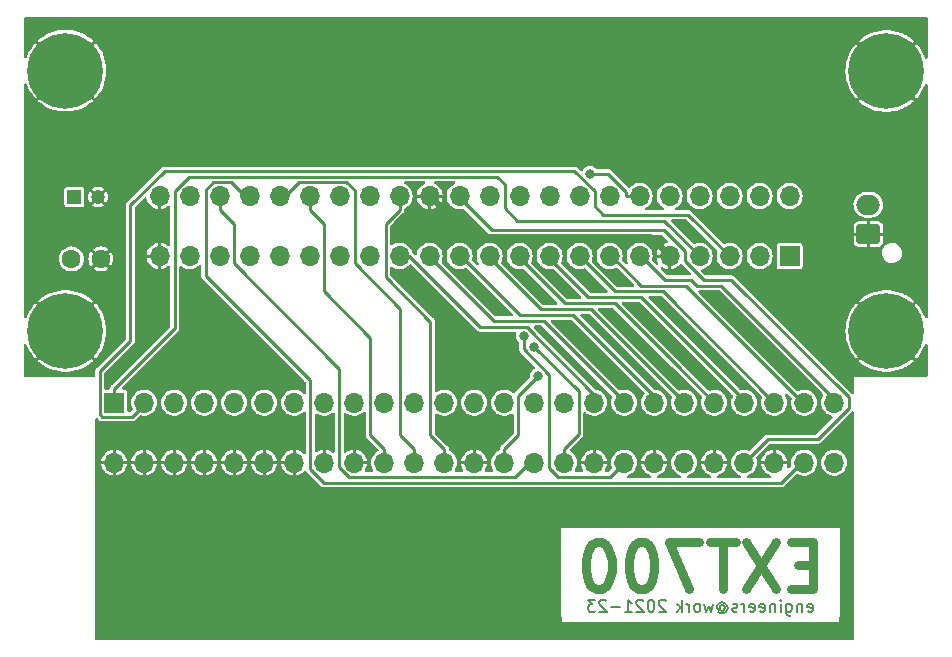
<source format=gbr>
G04 #@! TF.GenerationSoftware,KiCad,Pcbnew,(7.0.0-0)*
G04 #@! TF.CreationDate,2023-03-11T21:02:25+00:00*
G04 #@! TF.ProjectId,EXT700,45585437-3030-42e6-9b69-6361645f7063,rev?*
G04 #@! TF.SameCoordinates,Original*
G04 #@! TF.FileFunction,Copper,L2,Bot*
G04 #@! TF.FilePolarity,Positive*
%FSLAX46Y46*%
G04 Gerber Fmt 4.6, Leading zero omitted, Abs format (unit mm)*
G04 Created by KiCad (PCBNEW (7.0.0-0)) date 2023-03-11 21:02:25*
%MOMM*%
%LPD*%
G01*
G04 APERTURE LIST*
G04 Aperture macros list*
%AMRoundRect*
0 Rectangle with rounded corners*
0 $1 Rounding radius*
0 $2 $3 $4 $5 $6 $7 $8 $9 X,Y pos of 4 corners*
0 Add a 4 corners polygon primitive as box body*
4,1,4,$2,$3,$4,$5,$6,$7,$8,$9,$2,$3,0*
0 Add four circle primitives for the rounded corners*
1,1,$1+$1,$2,$3*
1,1,$1+$1,$4,$5*
1,1,$1+$1,$6,$7*
1,1,$1+$1,$8,$9*
0 Add four rect primitives between the rounded corners*
20,1,$1+$1,$2,$3,$4,$5,0*
20,1,$1+$1,$4,$5,$6,$7,0*
20,1,$1+$1,$6,$7,$8,$9,0*
20,1,$1+$1,$8,$9,$2,$3,0*%
G04 Aperture macros list end*
%ADD10C,0.200000*%
G04 #@! TA.AperFunction,NonConductor*
%ADD11C,0.200000*%
G04 #@! TD*
%ADD12C,0.750000*%
G04 #@! TA.AperFunction,NonConductor*
%ADD13C,0.750000*%
G04 #@! TD*
G04 #@! TA.AperFunction,ComponentPad*
%ADD14O,1.700000X1.700000*%
G04 #@! TD*
G04 #@! TA.AperFunction,ComponentPad*
%ADD15R,1.700000X1.700000*%
G04 #@! TD*
G04 #@! TA.AperFunction,ComponentPad*
%ADD16R,1.200000X1.200000*%
G04 #@! TD*
G04 #@! TA.AperFunction,ComponentPad*
%ADD17C,1.200000*%
G04 #@! TD*
G04 #@! TA.AperFunction,ComponentPad*
%ADD18RoundRect,0.250000X0.750000X-0.600000X0.750000X0.600000X-0.750000X0.600000X-0.750000X-0.600000X0*%
G04 #@! TD*
G04 #@! TA.AperFunction,ComponentPad*
%ADD19O,2.000000X1.700000*%
G04 #@! TD*
G04 #@! TA.AperFunction,ComponentPad*
%ADD20C,0.800000*%
G04 #@! TD*
G04 #@! TA.AperFunction,ComponentPad*
%ADD21C,6.400000*%
G04 #@! TD*
G04 #@! TA.AperFunction,ComponentPad*
%ADD22C,1.600000*%
G04 #@! TD*
G04 #@! TA.AperFunction,ViaPad*
%ADD23C,0.800000*%
G04 #@! TD*
G04 #@! TA.AperFunction,Conductor*
%ADD24C,0.500000*%
G04 #@! TD*
G04 #@! TA.AperFunction,Conductor*
%ADD25C,0.250000*%
G04 #@! TD*
G04 APERTURE END LIST*
D10*
D11*
X190585714Y-121569761D02*
X190680952Y-121617380D01*
X190680952Y-121617380D02*
X190871428Y-121617380D01*
X190871428Y-121617380D02*
X190966666Y-121569761D01*
X190966666Y-121569761D02*
X191014285Y-121474523D01*
X191014285Y-121474523D02*
X191014285Y-121093571D01*
X191014285Y-121093571D02*
X190966666Y-120998333D01*
X190966666Y-120998333D02*
X190871428Y-120950714D01*
X190871428Y-120950714D02*
X190680952Y-120950714D01*
X190680952Y-120950714D02*
X190585714Y-120998333D01*
X190585714Y-120998333D02*
X190538095Y-121093571D01*
X190538095Y-121093571D02*
X190538095Y-121188809D01*
X190538095Y-121188809D02*
X191014285Y-121284047D01*
X190109523Y-120950714D02*
X190109523Y-121617380D01*
X190109523Y-121045952D02*
X190061904Y-120998333D01*
X190061904Y-120998333D02*
X189966666Y-120950714D01*
X189966666Y-120950714D02*
X189823809Y-120950714D01*
X189823809Y-120950714D02*
X189728571Y-120998333D01*
X189728571Y-120998333D02*
X189680952Y-121093571D01*
X189680952Y-121093571D02*
X189680952Y-121617380D01*
X188776190Y-120950714D02*
X188776190Y-121760238D01*
X188776190Y-121760238D02*
X188823809Y-121855476D01*
X188823809Y-121855476D02*
X188871428Y-121903095D01*
X188871428Y-121903095D02*
X188966666Y-121950714D01*
X188966666Y-121950714D02*
X189109523Y-121950714D01*
X189109523Y-121950714D02*
X189204761Y-121903095D01*
X188776190Y-121569761D02*
X188871428Y-121617380D01*
X188871428Y-121617380D02*
X189061904Y-121617380D01*
X189061904Y-121617380D02*
X189157142Y-121569761D01*
X189157142Y-121569761D02*
X189204761Y-121522142D01*
X189204761Y-121522142D02*
X189252380Y-121426904D01*
X189252380Y-121426904D02*
X189252380Y-121141190D01*
X189252380Y-121141190D02*
X189204761Y-121045952D01*
X189204761Y-121045952D02*
X189157142Y-120998333D01*
X189157142Y-120998333D02*
X189061904Y-120950714D01*
X189061904Y-120950714D02*
X188871428Y-120950714D01*
X188871428Y-120950714D02*
X188776190Y-120998333D01*
X188299999Y-121617380D02*
X188299999Y-120950714D01*
X188299999Y-120617380D02*
X188347618Y-120665000D01*
X188347618Y-120665000D02*
X188299999Y-120712619D01*
X188299999Y-120712619D02*
X188252380Y-120665000D01*
X188252380Y-120665000D02*
X188299999Y-120617380D01*
X188299999Y-120617380D02*
X188299999Y-120712619D01*
X187823809Y-120950714D02*
X187823809Y-121617380D01*
X187823809Y-121045952D02*
X187776190Y-120998333D01*
X187776190Y-120998333D02*
X187680952Y-120950714D01*
X187680952Y-120950714D02*
X187538095Y-120950714D01*
X187538095Y-120950714D02*
X187442857Y-120998333D01*
X187442857Y-120998333D02*
X187395238Y-121093571D01*
X187395238Y-121093571D02*
X187395238Y-121617380D01*
X186538095Y-121569761D02*
X186633333Y-121617380D01*
X186633333Y-121617380D02*
X186823809Y-121617380D01*
X186823809Y-121617380D02*
X186919047Y-121569761D01*
X186919047Y-121569761D02*
X186966666Y-121474523D01*
X186966666Y-121474523D02*
X186966666Y-121093571D01*
X186966666Y-121093571D02*
X186919047Y-120998333D01*
X186919047Y-120998333D02*
X186823809Y-120950714D01*
X186823809Y-120950714D02*
X186633333Y-120950714D01*
X186633333Y-120950714D02*
X186538095Y-120998333D01*
X186538095Y-120998333D02*
X186490476Y-121093571D01*
X186490476Y-121093571D02*
X186490476Y-121188809D01*
X186490476Y-121188809D02*
X186966666Y-121284047D01*
X185680952Y-121569761D02*
X185776190Y-121617380D01*
X185776190Y-121617380D02*
X185966666Y-121617380D01*
X185966666Y-121617380D02*
X186061904Y-121569761D01*
X186061904Y-121569761D02*
X186109523Y-121474523D01*
X186109523Y-121474523D02*
X186109523Y-121093571D01*
X186109523Y-121093571D02*
X186061904Y-120998333D01*
X186061904Y-120998333D02*
X185966666Y-120950714D01*
X185966666Y-120950714D02*
X185776190Y-120950714D01*
X185776190Y-120950714D02*
X185680952Y-120998333D01*
X185680952Y-120998333D02*
X185633333Y-121093571D01*
X185633333Y-121093571D02*
X185633333Y-121188809D01*
X185633333Y-121188809D02*
X186109523Y-121284047D01*
X185204761Y-121617380D02*
X185204761Y-120950714D01*
X185204761Y-121141190D02*
X185157142Y-121045952D01*
X185157142Y-121045952D02*
X185109523Y-120998333D01*
X185109523Y-120998333D02*
X185014285Y-120950714D01*
X185014285Y-120950714D02*
X184919047Y-120950714D01*
X184633332Y-121569761D02*
X184538094Y-121617380D01*
X184538094Y-121617380D02*
X184347618Y-121617380D01*
X184347618Y-121617380D02*
X184252380Y-121569761D01*
X184252380Y-121569761D02*
X184204761Y-121474523D01*
X184204761Y-121474523D02*
X184204761Y-121426904D01*
X184204761Y-121426904D02*
X184252380Y-121331666D01*
X184252380Y-121331666D02*
X184347618Y-121284047D01*
X184347618Y-121284047D02*
X184490475Y-121284047D01*
X184490475Y-121284047D02*
X184585713Y-121236428D01*
X184585713Y-121236428D02*
X184633332Y-121141190D01*
X184633332Y-121141190D02*
X184633332Y-121093571D01*
X184633332Y-121093571D02*
X184585713Y-120998333D01*
X184585713Y-120998333D02*
X184490475Y-120950714D01*
X184490475Y-120950714D02*
X184347618Y-120950714D01*
X184347618Y-120950714D02*
X184252380Y-120998333D01*
X183157142Y-121141190D02*
X183204761Y-121093571D01*
X183204761Y-121093571D02*
X183299999Y-121045952D01*
X183299999Y-121045952D02*
X183395237Y-121045952D01*
X183395237Y-121045952D02*
X183490475Y-121093571D01*
X183490475Y-121093571D02*
X183538094Y-121141190D01*
X183538094Y-121141190D02*
X183585713Y-121236428D01*
X183585713Y-121236428D02*
X183585713Y-121331666D01*
X183585713Y-121331666D02*
X183538094Y-121426904D01*
X183538094Y-121426904D02*
X183490475Y-121474523D01*
X183490475Y-121474523D02*
X183395237Y-121522142D01*
X183395237Y-121522142D02*
X183299999Y-121522142D01*
X183299999Y-121522142D02*
X183204761Y-121474523D01*
X183204761Y-121474523D02*
X183157142Y-121426904D01*
X183157142Y-121045952D02*
X183157142Y-121426904D01*
X183157142Y-121426904D02*
X183109523Y-121474523D01*
X183109523Y-121474523D02*
X183061904Y-121474523D01*
X183061904Y-121474523D02*
X182966665Y-121426904D01*
X182966665Y-121426904D02*
X182919046Y-121331666D01*
X182919046Y-121331666D02*
X182919046Y-121093571D01*
X182919046Y-121093571D02*
X183014285Y-120950714D01*
X183014285Y-120950714D02*
X183157142Y-120855476D01*
X183157142Y-120855476D02*
X183347618Y-120807857D01*
X183347618Y-120807857D02*
X183538094Y-120855476D01*
X183538094Y-120855476D02*
X183680951Y-120950714D01*
X183680951Y-120950714D02*
X183776189Y-121093571D01*
X183776189Y-121093571D02*
X183823808Y-121284047D01*
X183823808Y-121284047D02*
X183776189Y-121474523D01*
X183776189Y-121474523D02*
X183680951Y-121617380D01*
X183680951Y-121617380D02*
X183538094Y-121712619D01*
X183538094Y-121712619D02*
X183347618Y-121760238D01*
X183347618Y-121760238D02*
X183157142Y-121712619D01*
X183157142Y-121712619D02*
X183014285Y-121617380D01*
X182585713Y-120950714D02*
X182395237Y-121617380D01*
X182395237Y-121617380D02*
X182204761Y-121141190D01*
X182204761Y-121141190D02*
X182014285Y-121617380D01*
X182014285Y-121617380D02*
X181823809Y-120950714D01*
X181299999Y-121617380D02*
X181395237Y-121569761D01*
X181395237Y-121569761D02*
X181442856Y-121522142D01*
X181442856Y-121522142D02*
X181490475Y-121426904D01*
X181490475Y-121426904D02*
X181490475Y-121141190D01*
X181490475Y-121141190D02*
X181442856Y-121045952D01*
X181442856Y-121045952D02*
X181395237Y-120998333D01*
X181395237Y-120998333D02*
X181299999Y-120950714D01*
X181299999Y-120950714D02*
X181157142Y-120950714D01*
X181157142Y-120950714D02*
X181061904Y-120998333D01*
X181061904Y-120998333D02*
X181014285Y-121045952D01*
X181014285Y-121045952D02*
X180966666Y-121141190D01*
X180966666Y-121141190D02*
X180966666Y-121426904D01*
X180966666Y-121426904D02*
X181014285Y-121522142D01*
X181014285Y-121522142D02*
X181061904Y-121569761D01*
X181061904Y-121569761D02*
X181157142Y-121617380D01*
X181157142Y-121617380D02*
X181299999Y-121617380D01*
X180538094Y-121617380D02*
X180538094Y-120950714D01*
X180538094Y-121141190D02*
X180490475Y-121045952D01*
X180490475Y-121045952D02*
X180442856Y-120998333D01*
X180442856Y-120998333D02*
X180347618Y-120950714D01*
X180347618Y-120950714D02*
X180252380Y-120950714D01*
X179919046Y-121617380D02*
X179919046Y-120617380D01*
X179823808Y-121236428D02*
X179538094Y-121617380D01*
X179538094Y-120950714D02*
X179919046Y-121331666D01*
X178557141Y-120712619D02*
X178509522Y-120665000D01*
X178509522Y-120665000D02*
X178414284Y-120617380D01*
X178414284Y-120617380D02*
X178176189Y-120617380D01*
X178176189Y-120617380D02*
X178080951Y-120665000D01*
X178080951Y-120665000D02*
X178033332Y-120712619D01*
X178033332Y-120712619D02*
X177985713Y-120807857D01*
X177985713Y-120807857D02*
X177985713Y-120903095D01*
X177985713Y-120903095D02*
X178033332Y-121045952D01*
X178033332Y-121045952D02*
X178604760Y-121617380D01*
X178604760Y-121617380D02*
X177985713Y-121617380D01*
X177366665Y-120617380D02*
X177271427Y-120617380D01*
X177271427Y-120617380D02*
X177176189Y-120665000D01*
X177176189Y-120665000D02*
X177128570Y-120712619D01*
X177128570Y-120712619D02*
X177080951Y-120807857D01*
X177080951Y-120807857D02*
X177033332Y-120998333D01*
X177033332Y-120998333D02*
X177033332Y-121236428D01*
X177033332Y-121236428D02*
X177080951Y-121426904D01*
X177080951Y-121426904D02*
X177128570Y-121522142D01*
X177128570Y-121522142D02*
X177176189Y-121569761D01*
X177176189Y-121569761D02*
X177271427Y-121617380D01*
X177271427Y-121617380D02*
X177366665Y-121617380D01*
X177366665Y-121617380D02*
X177461903Y-121569761D01*
X177461903Y-121569761D02*
X177509522Y-121522142D01*
X177509522Y-121522142D02*
X177557141Y-121426904D01*
X177557141Y-121426904D02*
X177604760Y-121236428D01*
X177604760Y-121236428D02*
X177604760Y-120998333D01*
X177604760Y-120998333D02*
X177557141Y-120807857D01*
X177557141Y-120807857D02*
X177509522Y-120712619D01*
X177509522Y-120712619D02*
X177461903Y-120665000D01*
X177461903Y-120665000D02*
X177366665Y-120617380D01*
X176652379Y-120712619D02*
X176604760Y-120665000D01*
X176604760Y-120665000D02*
X176509522Y-120617380D01*
X176509522Y-120617380D02*
X176271427Y-120617380D01*
X176271427Y-120617380D02*
X176176189Y-120665000D01*
X176176189Y-120665000D02*
X176128570Y-120712619D01*
X176128570Y-120712619D02*
X176080951Y-120807857D01*
X176080951Y-120807857D02*
X176080951Y-120903095D01*
X176080951Y-120903095D02*
X176128570Y-121045952D01*
X176128570Y-121045952D02*
X176699998Y-121617380D01*
X176699998Y-121617380D02*
X176080951Y-121617380D01*
X175128570Y-121617380D02*
X175699998Y-121617380D01*
X175414284Y-121617380D02*
X175414284Y-120617380D01*
X175414284Y-120617380D02*
X175509522Y-120760238D01*
X175509522Y-120760238D02*
X175604760Y-120855476D01*
X175604760Y-120855476D02*
X175699998Y-120903095D01*
X174699998Y-121236428D02*
X173938094Y-121236428D01*
X173509522Y-120712619D02*
X173461903Y-120665000D01*
X173461903Y-120665000D02*
X173366665Y-120617380D01*
X173366665Y-120617380D02*
X173128570Y-120617380D01*
X173128570Y-120617380D02*
X173033332Y-120665000D01*
X173033332Y-120665000D02*
X172985713Y-120712619D01*
X172985713Y-120712619D02*
X172938094Y-120807857D01*
X172938094Y-120807857D02*
X172938094Y-120903095D01*
X172938094Y-120903095D02*
X172985713Y-121045952D01*
X172985713Y-121045952D02*
X173557141Y-121617380D01*
X173557141Y-121617380D02*
X172938094Y-121617380D01*
X172604760Y-120617380D02*
X171985713Y-120617380D01*
X171985713Y-120617380D02*
X172319046Y-120998333D01*
X172319046Y-120998333D02*
X172176189Y-120998333D01*
X172176189Y-120998333D02*
X172080951Y-121045952D01*
X172080951Y-121045952D02*
X172033332Y-121093571D01*
X172033332Y-121093571D02*
X171985713Y-121188809D01*
X171985713Y-121188809D02*
X171985713Y-121426904D01*
X171985713Y-121426904D02*
X172033332Y-121522142D01*
X172033332Y-121522142D02*
X172080951Y-121569761D01*
X172080951Y-121569761D02*
X172176189Y-121617380D01*
X172176189Y-121617380D02*
X172461903Y-121617380D01*
X172461903Y-121617380D02*
X172557141Y-121569761D01*
X172557141Y-121569761D02*
X172604760Y-121522142D01*
D12*
D13*
X191000000Y-117624285D02*
X189733333Y-117624285D01*
X189190476Y-119719523D02*
X191000000Y-119719523D01*
X191000000Y-119719523D02*
X191000000Y-115719523D01*
X191000000Y-115719523D02*
X189190476Y-115719523D01*
X187923809Y-115719523D02*
X185390476Y-119719523D01*
X185390476Y-115719523D02*
X187923809Y-119719523D01*
X184485714Y-115719523D02*
X182314285Y-115719523D01*
X183399999Y-119719523D02*
X183399999Y-115719523D01*
X181409523Y-115719523D02*
X178876190Y-115719523D01*
X178876190Y-115719523D02*
X180504761Y-119719523D01*
X176704761Y-115719523D02*
X176342856Y-115719523D01*
X176342856Y-115719523D02*
X175980952Y-115910000D01*
X175980952Y-115910000D02*
X175799999Y-116100476D01*
X175799999Y-116100476D02*
X175619047Y-116481428D01*
X175619047Y-116481428D02*
X175438094Y-117243333D01*
X175438094Y-117243333D02*
X175438094Y-118195714D01*
X175438094Y-118195714D02*
X175619047Y-118957619D01*
X175619047Y-118957619D02*
X175799999Y-119338571D01*
X175799999Y-119338571D02*
X175980952Y-119529047D01*
X175980952Y-119529047D02*
X176342856Y-119719523D01*
X176342856Y-119719523D02*
X176704761Y-119719523D01*
X176704761Y-119719523D02*
X177066666Y-119529047D01*
X177066666Y-119529047D02*
X177247618Y-119338571D01*
X177247618Y-119338571D02*
X177428571Y-118957619D01*
X177428571Y-118957619D02*
X177609523Y-118195714D01*
X177609523Y-118195714D02*
X177609523Y-117243333D01*
X177609523Y-117243333D02*
X177428571Y-116481428D01*
X177428571Y-116481428D02*
X177247618Y-116100476D01*
X177247618Y-116100476D02*
X177066666Y-115910000D01*
X177066666Y-115910000D02*
X176704761Y-115719523D01*
X173085713Y-115719523D02*
X172723808Y-115719523D01*
X172723808Y-115719523D02*
X172361904Y-115910000D01*
X172361904Y-115910000D02*
X172180951Y-116100476D01*
X172180951Y-116100476D02*
X171999999Y-116481428D01*
X171999999Y-116481428D02*
X171819046Y-117243333D01*
X171819046Y-117243333D02*
X171819046Y-118195714D01*
X171819046Y-118195714D02*
X171999999Y-118957619D01*
X171999999Y-118957619D02*
X172180951Y-119338571D01*
X172180951Y-119338571D02*
X172361904Y-119529047D01*
X172361904Y-119529047D02*
X172723808Y-119719523D01*
X172723808Y-119719523D02*
X173085713Y-119719523D01*
X173085713Y-119719523D02*
X173447618Y-119529047D01*
X173447618Y-119529047D02*
X173628570Y-119338571D01*
X173628570Y-119338571D02*
X173809523Y-118957619D01*
X173809523Y-118957619D02*
X173990475Y-118195714D01*
X173990475Y-118195714D02*
X173990475Y-117243333D01*
X173990475Y-117243333D02*
X173809523Y-116481428D01*
X173809523Y-116481428D02*
X173628570Y-116100476D01*
X173628570Y-116100476D02*
X173447618Y-115910000D01*
X173447618Y-115910000D02*
X173085713Y-115719523D01*
D14*
X135719999Y-86419999D03*
X135719999Y-91499999D03*
X138259999Y-86419999D03*
X138259999Y-91499999D03*
X140799999Y-86419999D03*
X140799999Y-91499999D03*
X143339999Y-86419999D03*
X143339999Y-91499999D03*
X145879999Y-86419999D03*
X145879999Y-91499999D03*
X148419999Y-86419999D03*
X148419999Y-91499999D03*
X150959999Y-86419999D03*
X150959999Y-91499999D03*
X153499999Y-86419999D03*
X153499999Y-91499999D03*
X156039999Y-86419999D03*
X156039999Y-91499999D03*
X158579999Y-86419999D03*
X158579999Y-91499999D03*
X161119999Y-86419999D03*
X161119999Y-91499999D03*
X163659999Y-86419999D03*
X163659999Y-91499999D03*
X166199999Y-86419999D03*
X166199999Y-91499999D03*
X168739999Y-86419999D03*
X168739999Y-91499999D03*
X171279999Y-86419999D03*
X171279999Y-91499999D03*
X173819999Y-86419999D03*
X173819999Y-91499999D03*
X176359999Y-86419999D03*
X176359999Y-91499999D03*
X178899999Y-86419999D03*
X178899999Y-91499999D03*
X181439999Y-86419999D03*
X181439999Y-91499999D03*
X183979999Y-86419999D03*
X183979999Y-91499999D03*
X186519999Y-86419999D03*
X186519999Y-91499999D03*
X189059999Y-86419999D03*
D15*
X189059999Y-91499999D03*
X131879999Y-103919999D03*
D14*
X131879999Y-108999999D03*
X134419999Y-103919999D03*
X134419999Y-108999999D03*
X136959999Y-103919999D03*
X136959999Y-108999999D03*
X139499999Y-103919999D03*
X139499999Y-108999999D03*
X142039999Y-103919999D03*
X142039999Y-108999999D03*
X144579999Y-103919999D03*
X144579999Y-108999999D03*
X147119999Y-103919999D03*
X147119999Y-108999999D03*
X149659999Y-103919999D03*
X149659999Y-108999999D03*
X152199999Y-103919999D03*
X152199999Y-108999999D03*
X154739999Y-103919999D03*
X154739999Y-108999999D03*
X157279999Y-103919999D03*
X157279999Y-108999999D03*
X159819999Y-103919999D03*
X159819999Y-108999999D03*
X162359999Y-103919999D03*
X162359999Y-108999999D03*
X164899999Y-103919999D03*
X164899999Y-108999999D03*
X167439999Y-103919999D03*
X167439999Y-108999999D03*
X169979999Y-103919999D03*
X169979999Y-108999999D03*
X172519999Y-103919999D03*
X172519999Y-108999999D03*
X175059999Y-103919999D03*
X175059999Y-108999999D03*
X177599999Y-103919999D03*
X177599999Y-108999999D03*
X180139999Y-103919999D03*
X180139999Y-108999999D03*
X182679999Y-103919999D03*
X182679999Y-108999999D03*
X185219999Y-103919999D03*
X185219999Y-108999999D03*
X187759999Y-103919999D03*
X187759999Y-108999999D03*
X190299999Y-103919999D03*
X190299999Y-108999999D03*
X192839999Y-103919999D03*
X192839999Y-108999999D03*
D16*
X128499999Y-86499999D03*
D17*
X130500000Y-86500000D03*
D18*
X195725000Y-89650000D03*
D19*
X195724999Y-87149999D03*
D20*
X194850000Y-97850000D03*
X195552944Y-96152944D03*
X195552944Y-99547056D03*
X197250000Y-95450000D03*
D21*
X197250000Y-97850000D03*
D20*
X197250000Y-100250000D03*
X198947056Y-96152944D03*
X198947056Y-99547056D03*
X199650000Y-97850000D03*
X125350000Y-75802900D03*
X126052944Y-74105844D03*
X126052944Y-77499956D03*
X127750000Y-73402900D03*
D21*
X127750000Y-75802900D03*
D20*
X127750000Y-78202900D03*
X129447056Y-74105844D03*
X129447056Y-77499956D03*
X130150000Y-75802900D03*
X194850000Y-75850000D03*
X195552944Y-74152944D03*
X195552944Y-77547056D03*
X197250000Y-73450000D03*
D21*
X197250000Y-75850000D03*
D20*
X197250000Y-78250000D03*
X198947056Y-74152944D03*
X198947056Y-77547056D03*
X199650000Y-75850000D03*
X125350000Y-97850000D03*
X126052944Y-96152944D03*
X126052944Y-99547056D03*
X127750000Y-95450000D03*
D21*
X127750000Y-97850000D03*
D20*
X127750000Y-100250000D03*
X129447056Y-96152944D03*
X129447056Y-99547056D03*
X130150000Y-97850000D03*
D22*
X128250000Y-91750000D03*
X130750000Y-91750000D03*
D23*
X167752600Y-101633500D03*
X167447400Y-99217700D03*
X166544100Y-98286500D03*
X172150000Y-84519200D03*
D24*
X158580000Y-86420000D02*
X162065900Y-89905900D01*
X194850000Y-96855800D02*
X194850000Y-97850000D01*
X199650000Y-97850000D02*
X198947100Y-97147100D01*
X198947100Y-75147100D02*
X198947100Y-74152900D01*
X198947100Y-77547100D02*
X199650000Y-76844200D01*
X125350000Y-97850000D02*
X126052900Y-98552900D01*
X162065900Y-89905900D02*
X177305900Y-89905900D01*
X199650000Y-98844200D02*
X199650000Y-97850000D01*
X199650000Y-75850000D02*
X198947100Y-75147100D01*
X198947100Y-97147100D02*
X198947100Y-96152900D01*
X130150000Y-97850000D02*
X129447100Y-97147100D01*
X199650000Y-76844200D02*
X199650000Y-75850000D01*
X195552900Y-96152900D02*
X194850000Y-96855800D01*
X126052900Y-98552900D02*
X126052900Y-99547100D01*
X129447100Y-97147100D02*
X129447100Y-96152900D01*
X177305900Y-89905900D02*
X178900000Y-91500000D01*
X198947100Y-99547100D02*
X199650000Y-98844200D01*
D25*
X167000000Y-109000000D02*
X165819200Y-110180800D01*
X150930000Y-109392400D02*
X150930000Y-101083300D01*
X141975300Y-92128600D02*
X141975300Y-88770600D01*
X151718400Y-110180800D02*
X150930000Y-109392400D01*
X167440000Y-109000000D02*
X167000000Y-109000000D01*
X140800000Y-87595300D02*
X140800000Y-86420000D01*
X165819200Y-110180800D02*
X151718400Y-110180800D01*
X141975300Y-88770600D02*
X140800000Y-87595300D01*
X150930000Y-101083300D02*
X141975300Y-92128600D01*
X148484600Y-102019400D02*
X139619500Y-93154300D01*
X148484600Y-109546300D02*
X148484600Y-102019400D01*
X190000000Y-109000000D02*
X188321300Y-110678700D01*
X142920000Y-86420000D02*
X143340000Y-86420000D01*
X139619500Y-93154300D02*
X139619500Y-85871200D01*
X190300000Y-109000000D02*
X190000000Y-109000000D01*
X188321300Y-110678700D02*
X149617000Y-110678700D01*
X149617000Y-110678700D02*
X148484600Y-109546300D01*
X140246000Y-85244700D02*
X141744700Y-85244700D01*
X141744700Y-85244700D02*
X142920000Y-86420000D01*
X139619500Y-85871200D02*
X140246000Y-85244700D01*
X166075300Y-103310800D02*
X167752600Y-101633500D01*
X166075300Y-106649400D02*
X166075300Y-103310800D01*
X164900000Y-109000000D02*
X164900000Y-107824700D01*
X164900000Y-107824700D02*
X166075300Y-106649400D01*
X171193700Y-102964000D02*
X167447400Y-99217700D01*
X169980000Y-107824700D02*
X171193700Y-106611000D01*
X169980000Y-109000000D02*
X169980000Y-107824700D01*
X171193700Y-106611000D02*
X171193700Y-102964000D01*
X173821800Y-110178200D02*
X169461400Y-110178200D01*
X166544100Y-99399200D02*
X166544100Y-98286500D01*
X168710000Y-109426800D02*
X168710000Y-101565100D01*
X175060000Y-109000000D02*
X175000000Y-109000000D01*
X168710000Y-101565100D02*
X166544100Y-99399200D01*
X175000000Y-109000000D02*
X173821800Y-110178200D01*
X169461400Y-110178200D02*
X168710000Y-109426800D01*
X163830600Y-89330600D02*
X178408800Y-89330600D01*
X194046200Y-103453100D02*
X194046200Y-104398200D01*
X187220000Y-107000000D02*
X185220000Y-109000000D01*
X184093100Y-93500000D02*
X194046200Y-103453100D01*
X161120000Y-86420000D02*
X161120000Y-86620000D01*
X181769200Y-93500000D02*
X184093100Y-93500000D01*
X161120000Y-86620000D02*
X163830600Y-89330600D01*
X191444400Y-107000000D02*
X187220000Y-107000000D01*
X180170000Y-91900800D02*
X181769200Y-93500000D01*
X180170000Y-91091800D02*
X180170000Y-91900800D01*
X194046200Y-104398200D02*
X191444400Y-107000000D01*
X178408800Y-89330600D02*
X180170000Y-91091800D01*
X156040000Y-86420000D02*
X156040000Y-87595300D01*
X159820000Y-109000000D02*
X159820000Y-107824700D01*
X158644700Y-106649400D02*
X158644700Y-97062800D01*
X154864700Y-93282800D02*
X154864700Y-88770600D01*
X154864700Y-88770600D02*
X156040000Y-87595300D01*
X158644700Y-97062800D02*
X154864700Y-93282800D01*
X159820000Y-107824700D02*
X158644700Y-106649400D01*
X153564700Y-106649400D02*
X154740000Y-107824700D01*
X153564700Y-98399900D02*
X153564700Y-106649400D01*
X149595300Y-94430500D02*
X153564700Y-98399900D01*
X148420000Y-87595300D02*
X149595300Y-88770600D01*
X148420000Y-86420000D02*
X148420000Y-87595300D01*
X149595300Y-88770600D02*
X149595300Y-94430500D01*
X154740000Y-109000000D02*
X154740000Y-107824700D01*
X156104700Y-106649400D02*
X156104700Y-96004900D01*
X146330000Y-86420000D02*
X145880000Y-86420000D01*
X152225800Y-92126000D02*
X152225800Y-85932800D01*
X152225800Y-85932800D02*
X151537700Y-85244700D01*
X157280000Y-107824700D02*
X156104700Y-106649400D01*
X147505300Y-85244700D02*
X146330000Y-86420000D01*
X151537700Y-85244700D02*
X147505300Y-85244700D01*
X156104700Y-96004900D02*
X152225800Y-92126000D01*
X157280000Y-109000000D02*
X157280000Y-107824700D01*
X176360000Y-86420000D02*
X175184700Y-86420000D01*
X173651300Y-84519200D02*
X172150000Y-84519200D01*
X175184700Y-86052600D02*
X173651300Y-84519200D01*
X175184700Y-86420000D02*
X175184700Y-86052600D01*
X133250000Y-87216400D02*
X136147600Y-84318800D01*
X134420000Y-103920000D02*
X134420000Y-104080000D01*
X172550000Y-87300000D02*
X173250000Y-88000000D01*
X172550000Y-86027700D02*
X172550000Y-87300000D01*
X134420000Y-104080000D02*
X133404600Y-105095400D01*
X173250000Y-88000000D02*
X180480000Y-88000000D01*
X130837400Y-105095400D02*
X130659700Y-104917700D01*
X130659700Y-101247500D02*
X133250000Y-98657200D01*
X170841100Y-84318800D02*
X172550000Y-86027700D01*
X133404600Y-105095400D02*
X130837400Y-105095400D01*
X136147600Y-84318800D02*
X170841100Y-84318800D01*
X130659700Y-104917700D02*
X130659700Y-101247500D01*
X133250000Y-98657200D02*
X133250000Y-87216400D01*
X180480000Y-88000000D02*
X183980000Y-91500000D01*
X136990000Y-85985600D02*
X138189800Y-84785800D01*
X136990000Y-97634700D02*
X136990000Y-85985600D01*
X178436000Y-88496000D02*
X181440000Y-91500000D01*
X165996000Y-88496000D02*
X178436000Y-88496000D01*
X164930000Y-85430000D02*
X164930000Y-87430000D01*
X138189800Y-84785800D02*
X164285800Y-84785800D01*
X164285800Y-84785800D02*
X164930000Y-85430000D01*
X131880000Y-103920000D02*
X131880000Y-102744700D01*
X131880000Y-102744700D02*
X136990000Y-97634700D01*
X164930000Y-87430000D02*
X165996000Y-88496000D01*
X181250000Y-94000000D02*
X180750000Y-93500000D01*
X183250000Y-94000000D02*
X181250000Y-94000000D01*
X178500000Y-93500000D02*
X176500000Y-91500000D01*
X176500000Y-91500000D02*
X176360000Y-91500000D01*
X192840000Y-103590000D02*
X183250000Y-94000000D01*
X180750000Y-93500000D02*
X178500000Y-93500000D01*
X192840000Y-103920000D02*
X192840000Y-103590000D01*
X180250000Y-94000000D02*
X190170000Y-103920000D01*
X173820000Y-91500000D02*
X174000000Y-91500000D01*
X190170000Y-103920000D02*
X190300000Y-103920000D01*
X174000000Y-91500000D02*
X176500000Y-94000000D01*
X176500000Y-94000000D02*
X180250000Y-94000000D01*
X178340000Y-94500000D02*
X174250000Y-94500000D01*
X171280000Y-91530000D02*
X171280000Y-91500000D01*
X187760000Y-103920000D02*
X178340000Y-94500000D01*
X174250000Y-94500000D02*
X171280000Y-91530000D01*
X185220000Y-103720000D02*
X176500000Y-95000000D01*
X168740000Y-91740000D02*
X168740000Y-91500000D01*
X172000000Y-95000000D02*
X168740000Y-91740000D01*
X185220000Y-103920000D02*
X185220000Y-103720000D01*
X176500000Y-95000000D02*
X172000000Y-95000000D01*
X182680000Y-103920000D02*
X179409000Y-100649000D01*
X170000000Y-95500000D02*
X166200000Y-91700000D01*
X166200000Y-91700000D02*
X166200000Y-91500000D01*
X179409000Y-100649000D02*
X179399000Y-100649000D01*
X174250000Y-95500000D02*
X170000000Y-95500000D01*
X179399000Y-100649000D02*
X174250000Y-95500000D01*
X163660000Y-91660000D02*
X163660000Y-91500000D01*
X168000000Y-96000000D02*
X163660000Y-91660000D01*
X172250000Y-96000000D02*
X168000000Y-96000000D01*
X180140000Y-103890000D02*
X172250000Y-96000000D01*
X180140000Y-103920000D02*
X180140000Y-103890000D01*
X161250000Y-91500000D02*
X161120000Y-91500000D01*
X166250000Y-96500000D02*
X161250000Y-91500000D01*
X177600000Y-103920000D02*
X177600000Y-103350000D01*
X170750000Y-96500000D02*
X166250000Y-96500000D01*
X177600000Y-103350000D02*
X170750000Y-96500000D01*
X158580000Y-91580000D02*
X158580000Y-91500000D01*
X168250000Y-97000000D02*
X164000000Y-97000000D01*
X175060000Y-103920000D02*
X175060000Y-103810000D01*
X175060000Y-103810000D02*
X168250000Y-97000000D01*
X164000000Y-97000000D02*
X158580000Y-91580000D01*
X172520000Y-103920000D02*
X172520000Y-103236500D01*
X172520000Y-103236500D02*
X166807100Y-97523600D01*
X162871600Y-97523600D02*
X156848000Y-91500000D01*
X156848000Y-91500000D02*
X156040000Y-91500000D01*
X166807100Y-97523600D02*
X162871600Y-97523600D01*
G04 #@! TA.AperFunction,Conductor*
G36*
X139190727Y-92283060D02*
G01*
X139227000Y-92326742D01*
X139240000Y-92382014D01*
X139240000Y-93102079D01*
X139237361Y-93127525D01*
X139235081Y-93138400D01*
X139236351Y-93148589D01*
X139236351Y-93148594D01*
X139239048Y-93170224D01*
X139239376Y-93175519D01*
X139239577Y-93175503D01*
X139240000Y-93180609D01*
X139240000Y-93185743D01*
X139240844Y-93190806D01*
X139240845Y-93190808D01*
X139243459Y-93206473D01*
X139244198Y-93211542D01*
X139249477Y-93253894D01*
X139249478Y-93253898D01*
X139250748Y-93264083D01*
X139254277Y-93271303D01*
X139255600Y-93279227D01*
X139280779Y-93325754D01*
X139283121Y-93330304D01*
X139306374Y-93377868D01*
X139312058Y-93383552D01*
X139315881Y-93390616D01*
X139323438Y-93397572D01*
X139323439Y-93397574D01*
X139354797Y-93426441D01*
X139358495Y-93429989D01*
X148068781Y-102140275D01*
X148095661Y-102180503D01*
X148105100Y-102227956D01*
X148105100Y-103042635D01*
X148092100Y-103097907D01*
X148055827Y-103141589D01*
X148003885Y-103164524D01*
X147947166Y-103161901D01*
X147897562Y-103134272D01*
X147890332Y-103127681D01*
X147788462Y-103034814D01*
X147783596Y-103031801D01*
X147783592Y-103031798D01*
X147619298Y-102930072D01*
X147614427Y-102927056D01*
X147609089Y-102924988D01*
X147609085Y-102924986D01*
X147428902Y-102855183D01*
X147428901Y-102855182D01*
X147423556Y-102853112D01*
X147417921Y-102852058D01*
X147417919Y-102852058D01*
X147227977Y-102816552D01*
X147227972Y-102816551D01*
X147222347Y-102815500D01*
X147017653Y-102815500D01*
X147012028Y-102816551D01*
X147012022Y-102816552D01*
X146822080Y-102852058D01*
X146822075Y-102852059D01*
X146816444Y-102853112D01*
X146811101Y-102855181D01*
X146811097Y-102855183D01*
X146630914Y-102924986D01*
X146630906Y-102924989D01*
X146625573Y-102927056D01*
X146620706Y-102930069D01*
X146620701Y-102930072D01*
X146456407Y-103031798D01*
X146456397Y-103031804D01*
X146451538Y-103034814D01*
X146447307Y-103038670D01*
X146447303Y-103038674D01*
X146304508Y-103168848D01*
X146304498Y-103168858D01*
X146300268Y-103172715D01*
X146296819Y-103177281D01*
X146296810Y-103177292D01*
X146180364Y-103331492D01*
X146180357Y-103331502D01*
X146176912Y-103336065D01*
X146174362Y-103341185D01*
X146174357Y-103341194D01*
X146088226Y-103514168D01*
X146088222Y-103514176D01*
X146085672Y-103519299D01*
X146029655Y-103716179D01*
X146010768Y-103920000D01*
X146029655Y-104123821D01*
X146085672Y-104320701D01*
X146088224Y-104325826D01*
X146088226Y-104325831D01*
X146174357Y-104498805D01*
X146174359Y-104498809D01*
X146176912Y-104503935D01*
X146180361Y-104508502D01*
X146180364Y-104508507D01*
X146296810Y-104662707D01*
X146296815Y-104662712D01*
X146300268Y-104667285D01*
X146304504Y-104671146D01*
X146304508Y-104671151D01*
X146382328Y-104742093D01*
X146451538Y-104805186D01*
X146456405Y-104808199D01*
X146456407Y-104808201D01*
X146508792Y-104840636D01*
X146625573Y-104912944D01*
X146816444Y-104986888D01*
X147017653Y-105024500D01*
X147216618Y-105024500D01*
X147222347Y-105024500D01*
X147423556Y-104986888D01*
X147614427Y-104912944D01*
X147788462Y-104805186D01*
X147897562Y-104705727D01*
X147947166Y-104678099D01*
X148003885Y-104675476D01*
X148055827Y-104698411D01*
X148092100Y-104742093D01*
X148105100Y-104797365D01*
X148105100Y-108123311D01*
X148092100Y-108178583D01*
X148055827Y-108222265D01*
X148003885Y-108245200D01*
X147947166Y-108242577D01*
X147897562Y-108214948D01*
X147792393Y-108119074D01*
X147783287Y-108112197D01*
X147619079Y-108010525D01*
X147608853Y-108005433D01*
X147428766Y-107935667D01*
X147417784Y-107932541D01*
X147260429Y-107903127D01*
X147249401Y-107903509D01*
X147247000Y-107914277D01*
X147247000Y-110085723D01*
X147249401Y-110096490D01*
X147260429Y-110096872D01*
X147417784Y-110067458D01*
X147428766Y-110064332D01*
X147608853Y-109994566D01*
X147619079Y-109989474D01*
X147783287Y-109887802D01*
X147792393Y-109880925D01*
X147935120Y-109750813D01*
X147942816Y-109742370D01*
X147951778Y-109730503D01*
X148000852Y-109691702D01*
X148062624Y-109681797D01*
X148121369Y-109703310D01*
X148162134Y-109750764D01*
X148171474Y-109769868D01*
X148177158Y-109775552D01*
X148180981Y-109782616D01*
X148188538Y-109789572D01*
X148188539Y-109789574D01*
X148219897Y-109818441D01*
X148223595Y-109821989D01*
X149311728Y-110910122D01*
X149327853Y-110929978D01*
X149333932Y-110939282D01*
X149342037Y-110945590D01*
X149359239Y-110958979D01*
X149363219Y-110962494D01*
X149363349Y-110962341D01*
X149367258Y-110965652D01*
X149370886Y-110969280D01*
X149375054Y-110972255D01*
X149375059Y-110972260D01*
X149388013Y-110981508D01*
X149392092Y-110984548D01*
X149433881Y-111017075D01*
X149441480Y-111019684D01*
X149448020Y-111024353D01*
X149498733Y-111039449D01*
X149503597Y-111041008D01*
X149553673Y-111058200D01*
X149561713Y-111058200D01*
X149569409Y-111060491D01*
X149622247Y-111058306D01*
X149627371Y-111058200D01*
X188269079Y-111058200D01*
X188294525Y-111060838D01*
X188305400Y-111063119D01*
X188337223Y-111059152D01*
X188342516Y-111058823D01*
X188342500Y-111058624D01*
X188347612Y-111058200D01*
X188352743Y-111058200D01*
X188373505Y-111054734D01*
X188378522Y-111054003D01*
X188431083Y-111047452D01*
X188438303Y-111043922D01*
X188446227Y-111042600D01*
X188492763Y-111017415D01*
X188497267Y-111015096D01*
X188544868Y-110991826D01*
X188550552Y-110986141D01*
X188557616Y-110982319D01*
X188593489Y-110943348D01*
X188596966Y-110939726D01*
X189574421Y-109962271D01*
X189620888Y-109933003D01*
X189675442Y-109926674D01*
X189727378Y-109944528D01*
X189800693Y-109989923D01*
X189800697Y-109989925D01*
X189805573Y-109992944D01*
X189996444Y-110066888D01*
X190197653Y-110104500D01*
X190396618Y-110104500D01*
X190402347Y-110104500D01*
X190603556Y-110066888D01*
X190794427Y-109992944D01*
X190968462Y-109885186D01*
X191119732Y-109747285D01*
X191243088Y-109583935D01*
X191334328Y-109400701D01*
X191390345Y-109203821D01*
X191409232Y-109000000D01*
X191730768Y-109000000D01*
X191731297Y-109005708D01*
X191731297Y-109005709D01*
X191749117Y-109198021D01*
X191749655Y-109203821D01*
X191805672Y-109400701D01*
X191808224Y-109405826D01*
X191808226Y-109405831D01*
X191894357Y-109578805D01*
X191894359Y-109578809D01*
X191896912Y-109583935D01*
X191900361Y-109588502D01*
X191900364Y-109588507D01*
X192016810Y-109742707D01*
X192016815Y-109742712D01*
X192020268Y-109747285D01*
X192024504Y-109751146D01*
X192024508Y-109751151D01*
X192098322Y-109818441D01*
X192171538Y-109885186D01*
X192176405Y-109888199D01*
X192176407Y-109888201D01*
X192209574Y-109908737D01*
X192345573Y-109992944D01*
X192536444Y-110066888D01*
X192737653Y-110104500D01*
X192936618Y-110104500D01*
X192942347Y-110104500D01*
X193143556Y-110066888D01*
X193334427Y-109992944D01*
X193508462Y-109885186D01*
X193659732Y-109747285D01*
X193783088Y-109583935D01*
X193874328Y-109400701D01*
X193930345Y-109203821D01*
X193949232Y-109000000D01*
X193930345Y-108796179D01*
X193874328Y-108599299D01*
X193783088Y-108416065D01*
X193663444Y-108257630D01*
X193663189Y-108257292D01*
X193663185Y-108257288D01*
X193659732Y-108252715D01*
X193655495Y-108248852D01*
X193655491Y-108248848D01*
X193512696Y-108118674D01*
X193512697Y-108118674D01*
X193508462Y-108114814D01*
X193503596Y-108111801D01*
X193503592Y-108111798D01*
X193339298Y-108010072D01*
X193334427Y-108007056D01*
X193329089Y-108004988D01*
X193329085Y-108004986D01*
X193148902Y-107935183D01*
X193148901Y-107935182D01*
X193143556Y-107933112D01*
X193137921Y-107932058D01*
X193137919Y-107932058D01*
X192947977Y-107896552D01*
X192947972Y-107896551D01*
X192942347Y-107895500D01*
X192737653Y-107895500D01*
X192732028Y-107896551D01*
X192732022Y-107896552D01*
X192542080Y-107932058D01*
X192542075Y-107932059D01*
X192536444Y-107933112D01*
X192531101Y-107935181D01*
X192531097Y-107935183D01*
X192350914Y-108004986D01*
X192350906Y-108004989D01*
X192345573Y-108007056D01*
X192340706Y-108010069D01*
X192340701Y-108010072D01*
X192176407Y-108111798D01*
X192176397Y-108111804D01*
X192171538Y-108114814D01*
X192167307Y-108118670D01*
X192167303Y-108118674D01*
X192024508Y-108248848D01*
X192024498Y-108248858D01*
X192020268Y-108252715D01*
X192016819Y-108257281D01*
X192016810Y-108257292D01*
X191900364Y-108411492D01*
X191900357Y-108411502D01*
X191896912Y-108416065D01*
X191894362Y-108421185D01*
X191894357Y-108421194D01*
X191808226Y-108594168D01*
X191808222Y-108594176D01*
X191805672Y-108599299D01*
X191749655Y-108796179D01*
X191749126Y-108801884D01*
X191749126Y-108801886D01*
X191744049Y-108856674D01*
X191730768Y-109000000D01*
X191409232Y-109000000D01*
X191390345Y-108796179D01*
X191334328Y-108599299D01*
X191243088Y-108416065D01*
X191123444Y-108257630D01*
X191123189Y-108257292D01*
X191123185Y-108257288D01*
X191119732Y-108252715D01*
X191115495Y-108248852D01*
X191115491Y-108248848D01*
X190972696Y-108118674D01*
X190972697Y-108118674D01*
X190968462Y-108114814D01*
X190963596Y-108111801D01*
X190963592Y-108111798D01*
X190799298Y-108010072D01*
X190794427Y-108007056D01*
X190789089Y-108004988D01*
X190789085Y-108004986D01*
X190608902Y-107935183D01*
X190608901Y-107935182D01*
X190603556Y-107933112D01*
X190597921Y-107932058D01*
X190597919Y-107932058D01*
X190407977Y-107896552D01*
X190407972Y-107896551D01*
X190402347Y-107895500D01*
X190197653Y-107895500D01*
X190192028Y-107896551D01*
X190192022Y-107896552D01*
X190002080Y-107932058D01*
X190002075Y-107932059D01*
X189996444Y-107933112D01*
X189991101Y-107935181D01*
X189991097Y-107935183D01*
X189810914Y-108004986D01*
X189810906Y-108004989D01*
X189805573Y-108007056D01*
X189800706Y-108010069D01*
X189800701Y-108010072D01*
X189636407Y-108111798D01*
X189636397Y-108111804D01*
X189631538Y-108114814D01*
X189627307Y-108118670D01*
X189627303Y-108118674D01*
X189484508Y-108248848D01*
X189484498Y-108248858D01*
X189480268Y-108252715D01*
X189476819Y-108257281D01*
X189476810Y-108257292D01*
X189360364Y-108411492D01*
X189360357Y-108411502D01*
X189356912Y-108416065D01*
X189354362Y-108421185D01*
X189354357Y-108421194D01*
X189268226Y-108594168D01*
X189268222Y-108594176D01*
X189265672Y-108599299D01*
X189209655Y-108796179D01*
X189209126Y-108801884D01*
X189209126Y-108801886D01*
X189204049Y-108856674D01*
X189190768Y-109000000D01*
X189191297Y-109005708D01*
X189191297Y-109005709D01*
X189208509Y-109191463D01*
X189201668Y-109245015D01*
X189172719Y-109290585D01*
X189024522Y-109438782D01*
X188968565Y-109470974D01*
X188904010Y-109470676D01*
X188848353Y-109437968D01*
X188816680Y-109381716D01*
X188817575Y-109317166D01*
X188848283Y-109209240D01*
X188850380Y-109198021D01*
X188855365Y-109144224D01*
X188852846Y-109130750D01*
X188839666Y-109127000D01*
X186680334Y-109127000D01*
X186667153Y-109130750D01*
X186664634Y-109144224D01*
X186669619Y-109198021D01*
X186671717Y-109209243D01*
X186724570Y-109395004D01*
X186728694Y-109405649D01*
X186814784Y-109578541D01*
X186820792Y-109588243D01*
X186937181Y-109742369D01*
X186944879Y-109750813D01*
X187087606Y-109880925D01*
X187096712Y-109887802D01*
X187260920Y-109989474D01*
X187271146Y-109994566D01*
X187438949Y-110059574D01*
X187493109Y-110100474D01*
X187517626Y-110163759D01*
X187505155Y-110230472D01*
X187459433Y-110280627D01*
X187394155Y-110299200D01*
X185587232Y-110299200D01*
X185521954Y-110280627D01*
X185476232Y-110230472D01*
X185463761Y-110163759D01*
X185488278Y-110100473D01*
X185542438Y-110059573D01*
X185714427Y-109992944D01*
X185888462Y-109885186D01*
X186039732Y-109747285D01*
X186163088Y-109583935D01*
X186254328Y-109400701D01*
X186310345Y-109203821D01*
X186329232Y-109000000D01*
X186315867Y-108855775D01*
X186664634Y-108855775D01*
X186667153Y-108869249D01*
X186680334Y-108873000D01*
X187616674Y-108873000D01*
X187629549Y-108869549D01*
X187633000Y-108856674D01*
X187887000Y-108856674D01*
X187890450Y-108869549D01*
X187903326Y-108873000D01*
X188839666Y-108873000D01*
X188852846Y-108869249D01*
X188855365Y-108855775D01*
X188850380Y-108801978D01*
X188848282Y-108790756D01*
X188795429Y-108604995D01*
X188791305Y-108594350D01*
X188705215Y-108421458D01*
X188699207Y-108411756D01*
X188582818Y-108257630D01*
X188575120Y-108249186D01*
X188432393Y-108119074D01*
X188423287Y-108112197D01*
X188259079Y-108010525D01*
X188248853Y-108005433D01*
X188068766Y-107935667D01*
X188057784Y-107932541D01*
X187900429Y-107903127D01*
X187889401Y-107903509D01*
X187887000Y-107914277D01*
X187887000Y-108856674D01*
X187633000Y-108856674D01*
X187633000Y-107914277D01*
X187630598Y-107903509D01*
X187619570Y-107903127D01*
X187462215Y-107932541D01*
X187451233Y-107935667D01*
X187271146Y-108005433D01*
X187260920Y-108010525D01*
X187096712Y-108112197D01*
X187087606Y-108119074D01*
X186944879Y-108249186D01*
X186937181Y-108257630D01*
X186820792Y-108411756D01*
X186814784Y-108421458D01*
X186728694Y-108594350D01*
X186724570Y-108604995D01*
X186671717Y-108790756D01*
X186669619Y-108801978D01*
X186664634Y-108855775D01*
X186315867Y-108855775D01*
X186310345Y-108796179D01*
X186254328Y-108599299D01*
X186254954Y-108599120D01*
X186247681Y-108558477D01*
X186257474Y-108512054D01*
X186283982Y-108472710D01*
X187340874Y-107415819D01*
X187381103Y-107388939D01*
X187428556Y-107379500D01*
X191392179Y-107379500D01*
X191417625Y-107382138D01*
X191428500Y-107384419D01*
X191460323Y-107380452D01*
X191465616Y-107380123D01*
X191465600Y-107379924D01*
X191470712Y-107379500D01*
X191475843Y-107379500D01*
X191496605Y-107376034D01*
X191501622Y-107375303D01*
X191554183Y-107368752D01*
X191561403Y-107365222D01*
X191569327Y-107363900D01*
X191615863Y-107338715D01*
X191620367Y-107336396D01*
X191667968Y-107313126D01*
X191673652Y-107307441D01*
X191680716Y-107303619D01*
X191716589Y-107264648D01*
X191720066Y-107261026D01*
X194277626Y-104703466D01*
X194297486Y-104687340D01*
X194306782Y-104681268D01*
X194306781Y-104681268D01*
X194306790Y-104681263D01*
X194308215Y-104683445D01*
X194341597Y-104664658D01*
X194398426Y-104661835D01*
X194450532Y-104684689D01*
X194486946Y-104728409D01*
X194500000Y-104783790D01*
X194500000Y-123876000D01*
X194483387Y-123938000D01*
X194438000Y-123983387D01*
X194376000Y-124000000D01*
X130374000Y-124000000D01*
X130312000Y-123983387D01*
X130266613Y-123938000D01*
X130250000Y-123876000D01*
X130250000Y-114486571D01*
X169711809Y-114486571D01*
X169711809Y-122013429D01*
X169716423Y-122013429D01*
X169740561Y-122049554D01*
X169750000Y-122097007D01*
X169750000Y-122500000D01*
X193233674Y-122500000D01*
X193250000Y-122500000D01*
X193250000Y-122097007D01*
X193259439Y-122049555D01*
X193283577Y-122013429D01*
X193288192Y-122013429D01*
X193288192Y-114486571D01*
X169711809Y-114486571D01*
X130250000Y-114486571D01*
X130250000Y-109144224D01*
X130784634Y-109144224D01*
X130789619Y-109198021D01*
X130791717Y-109209243D01*
X130844570Y-109395004D01*
X130848694Y-109405649D01*
X130934784Y-109578541D01*
X130940792Y-109588243D01*
X131057181Y-109742369D01*
X131064879Y-109750813D01*
X131207606Y-109880925D01*
X131216712Y-109887802D01*
X131380920Y-109989474D01*
X131391146Y-109994566D01*
X131571233Y-110064332D01*
X131582215Y-110067458D01*
X131739570Y-110096872D01*
X131750598Y-110096490D01*
X131753000Y-110085723D01*
X132007000Y-110085723D01*
X132009401Y-110096490D01*
X132020429Y-110096872D01*
X132177784Y-110067458D01*
X132188766Y-110064332D01*
X132368853Y-109994566D01*
X132379079Y-109989474D01*
X132543287Y-109887802D01*
X132552393Y-109880925D01*
X132695120Y-109750813D01*
X132702818Y-109742369D01*
X132819207Y-109588243D01*
X132825215Y-109578541D01*
X132911305Y-109405649D01*
X132915429Y-109395004D01*
X132968282Y-109209243D01*
X132970380Y-109198021D01*
X132975365Y-109144224D01*
X133324634Y-109144224D01*
X133329619Y-109198021D01*
X133331717Y-109209243D01*
X133384570Y-109395004D01*
X133388694Y-109405649D01*
X133474784Y-109578541D01*
X133480792Y-109588243D01*
X133597181Y-109742369D01*
X133604879Y-109750813D01*
X133747606Y-109880925D01*
X133756712Y-109887802D01*
X133920920Y-109989474D01*
X133931146Y-109994566D01*
X134111233Y-110064332D01*
X134122215Y-110067458D01*
X134279570Y-110096872D01*
X134290598Y-110096490D01*
X134293000Y-110085723D01*
X134547000Y-110085723D01*
X134549401Y-110096490D01*
X134560429Y-110096872D01*
X134717784Y-110067458D01*
X134728766Y-110064332D01*
X134908853Y-109994566D01*
X134919079Y-109989474D01*
X135083287Y-109887802D01*
X135092393Y-109880925D01*
X135235120Y-109750813D01*
X135242818Y-109742369D01*
X135359207Y-109588243D01*
X135365215Y-109578541D01*
X135451305Y-109405649D01*
X135455429Y-109395004D01*
X135508282Y-109209243D01*
X135510380Y-109198021D01*
X135515365Y-109144224D01*
X135864634Y-109144224D01*
X135869619Y-109198021D01*
X135871717Y-109209243D01*
X135924570Y-109395004D01*
X135928694Y-109405649D01*
X136014784Y-109578541D01*
X136020792Y-109588243D01*
X136137181Y-109742369D01*
X136144879Y-109750813D01*
X136287606Y-109880925D01*
X136296712Y-109887802D01*
X136460920Y-109989474D01*
X136471146Y-109994566D01*
X136651233Y-110064332D01*
X136662215Y-110067458D01*
X136819570Y-110096872D01*
X136830598Y-110096490D01*
X136833000Y-110085723D01*
X137087000Y-110085723D01*
X137089401Y-110096490D01*
X137100429Y-110096872D01*
X137257784Y-110067458D01*
X137268766Y-110064332D01*
X137448853Y-109994566D01*
X137459079Y-109989474D01*
X137623287Y-109887802D01*
X137632393Y-109880925D01*
X137775120Y-109750813D01*
X137782818Y-109742369D01*
X137899207Y-109588243D01*
X137905215Y-109578541D01*
X137991305Y-109405649D01*
X137995429Y-109395004D01*
X138048282Y-109209243D01*
X138050380Y-109198021D01*
X138055365Y-109144224D01*
X138404634Y-109144224D01*
X138409619Y-109198021D01*
X138411717Y-109209243D01*
X138464570Y-109395004D01*
X138468694Y-109405649D01*
X138554784Y-109578541D01*
X138560792Y-109588243D01*
X138677181Y-109742369D01*
X138684879Y-109750813D01*
X138827606Y-109880925D01*
X138836712Y-109887802D01*
X139000920Y-109989474D01*
X139011146Y-109994566D01*
X139191233Y-110064332D01*
X139202215Y-110067458D01*
X139359570Y-110096872D01*
X139370598Y-110096490D01*
X139373000Y-110085723D01*
X139627000Y-110085723D01*
X139629401Y-110096490D01*
X139640429Y-110096872D01*
X139797784Y-110067458D01*
X139808766Y-110064332D01*
X139988853Y-109994566D01*
X139999079Y-109989474D01*
X140163287Y-109887802D01*
X140172393Y-109880925D01*
X140315120Y-109750813D01*
X140322818Y-109742369D01*
X140439207Y-109588243D01*
X140445215Y-109578541D01*
X140531305Y-109405649D01*
X140535429Y-109395004D01*
X140588282Y-109209243D01*
X140590380Y-109198021D01*
X140595365Y-109144224D01*
X140944634Y-109144224D01*
X140949619Y-109198021D01*
X140951717Y-109209243D01*
X141004570Y-109395004D01*
X141008694Y-109405649D01*
X141094784Y-109578541D01*
X141100792Y-109588243D01*
X141217181Y-109742369D01*
X141224879Y-109750813D01*
X141367606Y-109880925D01*
X141376712Y-109887802D01*
X141540920Y-109989474D01*
X141551146Y-109994566D01*
X141731233Y-110064332D01*
X141742215Y-110067458D01*
X141899570Y-110096872D01*
X141910598Y-110096490D01*
X141913000Y-110085723D01*
X142167000Y-110085723D01*
X142169401Y-110096490D01*
X142180429Y-110096872D01*
X142337784Y-110067458D01*
X142348766Y-110064332D01*
X142528853Y-109994566D01*
X142539079Y-109989474D01*
X142703287Y-109887802D01*
X142712393Y-109880925D01*
X142855120Y-109750813D01*
X142862818Y-109742369D01*
X142979207Y-109588243D01*
X142985215Y-109578541D01*
X143071305Y-109405649D01*
X143075429Y-109395004D01*
X143128282Y-109209243D01*
X143130380Y-109198021D01*
X143135365Y-109144224D01*
X143484634Y-109144224D01*
X143489619Y-109198021D01*
X143491717Y-109209243D01*
X143544570Y-109395004D01*
X143548694Y-109405649D01*
X143634784Y-109578541D01*
X143640792Y-109588243D01*
X143757181Y-109742369D01*
X143764879Y-109750813D01*
X143907606Y-109880925D01*
X143916712Y-109887802D01*
X144080920Y-109989474D01*
X144091146Y-109994566D01*
X144271233Y-110064332D01*
X144282215Y-110067458D01*
X144439570Y-110096872D01*
X144450598Y-110096490D01*
X144453000Y-110085723D01*
X144707000Y-110085723D01*
X144709401Y-110096490D01*
X144720429Y-110096872D01*
X144877784Y-110067458D01*
X144888766Y-110064332D01*
X145068853Y-109994566D01*
X145079079Y-109989474D01*
X145243287Y-109887802D01*
X145252393Y-109880925D01*
X145395120Y-109750813D01*
X145402818Y-109742369D01*
X145519207Y-109588243D01*
X145525215Y-109578541D01*
X145611305Y-109405649D01*
X145615429Y-109395004D01*
X145668282Y-109209243D01*
X145670380Y-109198021D01*
X145675365Y-109144224D01*
X146024634Y-109144224D01*
X146029619Y-109198021D01*
X146031717Y-109209243D01*
X146084570Y-109395004D01*
X146088694Y-109405649D01*
X146174784Y-109578541D01*
X146180792Y-109588243D01*
X146297181Y-109742369D01*
X146304879Y-109750813D01*
X146447606Y-109880925D01*
X146456712Y-109887802D01*
X146620920Y-109989474D01*
X146631146Y-109994566D01*
X146811233Y-110064332D01*
X146822215Y-110067458D01*
X146979570Y-110096872D01*
X146990598Y-110096490D01*
X146993000Y-110085723D01*
X146993000Y-109143326D01*
X146989549Y-109130450D01*
X146976674Y-109127000D01*
X146040334Y-109127000D01*
X146027153Y-109130750D01*
X146024634Y-109144224D01*
X145675365Y-109144224D01*
X145672846Y-109130750D01*
X145659666Y-109127000D01*
X144723326Y-109127000D01*
X144710450Y-109130450D01*
X144707000Y-109143326D01*
X144707000Y-110085723D01*
X144453000Y-110085723D01*
X144453000Y-109143326D01*
X144449549Y-109130450D01*
X144436674Y-109127000D01*
X143500334Y-109127000D01*
X143487153Y-109130750D01*
X143484634Y-109144224D01*
X143135365Y-109144224D01*
X143132846Y-109130750D01*
X143119666Y-109127000D01*
X142183326Y-109127000D01*
X142170450Y-109130450D01*
X142167000Y-109143326D01*
X142167000Y-110085723D01*
X141913000Y-110085723D01*
X141913000Y-109143326D01*
X141909549Y-109130450D01*
X141896674Y-109127000D01*
X140960334Y-109127000D01*
X140947153Y-109130750D01*
X140944634Y-109144224D01*
X140595365Y-109144224D01*
X140592846Y-109130750D01*
X140579666Y-109127000D01*
X139643326Y-109127000D01*
X139630450Y-109130450D01*
X139627000Y-109143326D01*
X139627000Y-110085723D01*
X139373000Y-110085723D01*
X139373000Y-109143326D01*
X139369549Y-109130450D01*
X139356674Y-109127000D01*
X138420334Y-109127000D01*
X138407153Y-109130750D01*
X138404634Y-109144224D01*
X138055365Y-109144224D01*
X138052846Y-109130750D01*
X138039666Y-109127000D01*
X137103326Y-109127000D01*
X137090450Y-109130450D01*
X137087000Y-109143326D01*
X137087000Y-110085723D01*
X136833000Y-110085723D01*
X136833000Y-109143326D01*
X136829549Y-109130450D01*
X136816674Y-109127000D01*
X135880334Y-109127000D01*
X135867153Y-109130750D01*
X135864634Y-109144224D01*
X135515365Y-109144224D01*
X135512846Y-109130750D01*
X135499666Y-109127000D01*
X134563326Y-109127000D01*
X134550450Y-109130450D01*
X134547000Y-109143326D01*
X134547000Y-110085723D01*
X134293000Y-110085723D01*
X134293000Y-109143326D01*
X134289549Y-109130450D01*
X134276674Y-109127000D01*
X133340334Y-109127000D01*
X133327153Y-109130750D01*
X133324634Y-109144224D01*
X132975365Y-109144224D01*
X132972846Y-109130750D01*
X132959666Y-109127000D01*
X132023326Y-109127000D01*
X132010450Y-109130450D01*
X132007000Y-109143326D01*
X132007000Y-110085723D01*
X131753000Y-110085723D01*
X131753000Y-109143326D01*
X131749549Y-109130450D01*
X131736674Y-109127000D01*
X130800334Y-109127000D01*
X130787153Y-109130750D01*
X130784634Y-109144224D01*
X130250000Y-109144224D01*
X130250000Y-108855775D01*
X130784634Y-108855775D01*
X130787153Y-108869249D01*
X130800334Y-108873000D01*
X131736674Y-108873000D01*
X131749549Y-108869549D01*
X131753000Y-108856674D01*
X132007000Y-108856674D01*
X132010450Y-108869549D01*
X132023326Y-108873000D01*
X132959666Y-108873000D01*
X132972846Y-108869249D01*
X132975365Y-108855775D01*
X133324634Y-108855775D01*
X133327153Y-108869249D01*
X133340334Y-108873000D01*
X134276674Y-108873000D01*
X134289549Y-108869549D01*
X134293000Y-108856674D01*
X134547000Y-108856674D01*
X134550450Y-108869549D01*
X134563326Y-108873000D01*
X135499666Y-108873000D01*
X135512846Y-108869249D01*
X135515365Y-108855775D01*
X135864634Y-108855775D01*
X135867153Y-108869249D01*
X135880334Y-108873000D01*
X136816674Y-108873000D01*
X136829549Y-108869549D01*
X136833000Y-108856674D01*
X137087000Y-108856674D01*
X137090450Y-108869549D01*
X137103326Y-108873000D01*
X138039666Y-108873000D01*
X138052846Y-108869249D01*
X138055365Y-108855775D01*
X138404634Y-108855775D01*
X138407153Y-108869249D01*
X138420334Y-108873000D01*
X139356674Y-108873000D01*
X139369549Y-108869549D01*
X139373000Y-108856674D01*
X139627000Y-108856674D01*
X139630450Y-108869549D01*
X139643326Y-108873000D01*
X140579666Y-108873000D01*
X140592846Y-108869249D01*
X140595365Y-108855775D01*
X140944634Y-108855775D01*
X140947153Y-108869249D01*
X140960334Y-108873000D01*
X141896674Y-108873000D01*
X141909549Y-108869549D01*
X141913000Y-108856674D01*
X142167000Y-108856674D01*
X142170450Y-108869549D01*
X142183326Y-108873000D01*
X143119666Y-108873000D01*
X143132846Y-108869249D01*
X143135365Y-108855775D01*
X143484634Y-108855775D01*
X143487153Y-108869249D01*
X143500334Y-108873000D01*
X144436674Y-108873000D01*
X144449549Y-108869549D01*
X144453000Y-108856674D01*
X144707000Y-108856674D01*
X144710450Y-108869549D01*
X144723326Y-108873000D01*
X145659666Y-108873000D01*
X145672846Y-108869249D01*
X145675365Y-108855775D01*
X146024634Y-108855775D01*
X146027153Y-108869249D01*
X146040334Y-108873000D01*
X146976674Y-108873000D01*
X146989549Y-108869549D01*
X146993000Y-108856674D01*
X146993000Y-107914277D01*
X146990598Y-107903509D01*
X146979570Y-107903127D01*
X146822215Y-107932541D01*
X146811233Y-107935667D01*
X146631146Y-108005433D01*
X146620920Y-108010525D01*
X146456712Y-108112197D01*
X146447606Y-108119074D01*
X146304879Y-108249186D01*
X146297181Y-108257630D01*
X146180792Y-108411756D01*
X146174784Y-108421458D01*
X146088694Y-108594350D01*
X146084570Y-108604995D01*
X146031717Y-108790756D01*
X146029619Y-108801978D01*
X146024634Y-108855775D01*
X145675365Y-108855775D01*
X145670380Y-108801978D01*
X145668282Y-108790756D01*
X145615429Y-108604995D01*
X145611305Y-108594350D01*
X145525215Y-108421458D01*
X145519207Y-108411756D01*
X145402818Y-108257630D01*
X145395120Y-108249186D01*
X145252393Y-108119074D01*
X145243287Y-108112197D01*
X145079079Y-108010525D01*
X145068853Y-108005433D01*
X144888766Y-107935667D01*
X144877784Y-107932541D01*
X144720429Y-107903127D01*
X144709401Y-107903509D01*
X144707000Y-107914277D01*
X144707000Y-108856674D01*
X144453000Y-108856674D01*
X144453000Y-107914277D01*
X144450598Y-107903509D01*
X144439570Y-107903127D01*
X144282215Y-107932541D01*
X144271233Y-107935667D01*
X144091146Y-108005433D01*
X144080920Y-108010525D01*
X143916712Y-108112197D01*
X143907606Y-108119074D01*
X143764879Y-108249186D01*
X143757181Y-108257630D01*
X143640792Y-108411756D01*
X143634784Y-108421458D01*
X143548694Y-108594350D01*
X143544570Y-108604995D01*
X143491717Y-108790756D01*
X143489619Y-108801978D01*
X143484634Y-108855775D01*
X143135365Y-108855775D01*
X143130380Y-108801978D01*
X143128282Y-108790756D01*
X143075429Y-108604995D01*
X143071305Y-108594350D01*
X142985215Y-108421458D01*
X142979207Y-108411756D01*
X142862818Y-108257630D01*
X142855120Y-108249186D01*
X142712393Y-108119074D01*
X142703287Y-108112197D01*
X142539079Y-108010525D01*
X142528853Y-108005433D01*
X142348766Y-107935667D01*
X142337784Y-107932541D01*
X142180429Y-107903127D01*
X142169401Y-107903509D01*
X142167000Y-107914277D01*
X142167000Y-108856674D01*
X141913000Y-108856674D01*
X141913000Y-107914277D01*
X141910598Y-107903509D01*
X141899570Y-107903127D01*
X141742215Y-107932541D01*
X141731233Y-107935667D01*
X141551146Y-108005433D01*
X141540920Y-108010525D01*
X141376712Y-108112197D01*
X141367606Y-108119074D01*
X141224879Y-108249186D01*
X141217181Y-108257630D01*
X141100792Y-108411756D01*
X141094784Y-108421458D01*
X141008694Y-108594350D01*
X141004570Y-108604995D01*
X140951717Y-108790756D01*
X140949619Y-108801978D01*
X140944634Y-108855775D01*
X140595365Y-108855775D01*
X140590380Y-108801978D01*
X140588282Y-108790756D01*
X140535429Y-108604995D01*
X140531305Y-108594350D01*
X140445215Y-108421458D01*
X140439207Y-108411756D01*
X140322818Y-108257630D01*
X140315120Y-108249186D01*
X140172393Y-108119074D01*
X140163287Y-108112197D01*
X139999079Y-108010525D01*
X139988853Y-108005433D01*
X139808766Y-107935667D01*
X139797784Y-107932541D01*
X139640429Y-107903127D01*
X139629401Y-107903509D01*
X139627000Y-107914277D01*
X139627000Y-108856674D01*
X139373000Y-108856674D01*
X139373000Y-107914277D01*
X139370598Y-107903509D01*
X139359570Y-107903127D01*
X139202215Y-107932541D01*
X139191233Y-107935667D01*
X139011146Y-108005433D01*
X139000920Y-108010525D01*
X138836712Y-108112197D01*
X138827606Y-108119074D01*
X138684879Y-108249186D01*
X138677181Y-108257630D01*
X138560792Y-108411756D01*
X138554784Y-108421458D01*
X138468694Y-108594350D01*
X138464570Y-108604995D01*
X138411717Y-108790756D01*
X138409619Y-108801978D01*
X138404634Y-108855775D01*
X138055365Y-108855775D01*
X138050380Y-108801978D01*
X138048282Y-108790756D01*
X137995429Y-108604995D01*
X137991305Y-108594350D01*
X137905215Y-108421458D01*
X137899207Y-108411756D01*
X137782818Y-108257630D01*
X137775120Y-108249186D01*
X137632393Y-108119074D01*
X137623287Y-108112197D01*
X137459079Y-108010525D01*
X137448853Y-108005433D01*
X137268766Y-107935667D01*
X137257784Y-107932541D01*
X137100429Y-107903127D01*
X137089401Y-107903509D01*
X137087000Y-107914277D01*
X137087000Y-108856674D01*
X136833000Y-108856674D01*
X136833000Y-107914277D01*
X136830598Y-107903509D01*
X136819570Y-107903127D01*
X136662215Y-107932541D01*
X136651233Y-107935667D01*
X136471146Y-108005433D01*
X136460920Y-108010525D01*
X136296712Y-108112197D01*
X136287606Y-108119074D01*
X136144879Y-108249186D01*
X136137181Y-108257630D01*
X136020792Y-108411756D01*
X136014784Y-108421458D01*
X135928694Y-108594350D01*
X135924570Y-108604995D01*
X135871717Y-108790756D01*
X135869619Y-108801978D01*
X135864634Y-108855775D01*
X135515365Y-108855775D01*
X135510380Y-108801978D01*
X135508282Y-108790756D01*
X135455429Y-108604995D01*
X135451305Y-108594350D01*
X135365215Y-108421458D01*
X135359207Y-108411756D01*
X135242818Y-108257630D01*
X135235120Y-108249186D01*
X135092393Y-108119074D01*
X135083287Y-108112197D01*
X134919079Y-108010525D01*
X134908853Y-108005433D01*
X134728766Y-107935667D01*
X134717784Y-107932541D01*
X134560429Y-107903127D01*
X134549401Y-107903509D01*
X134547000Y-107914277D01*
X134547000Y-108856674D01*
X134293000Y-108856674D01*
X134293000Y-107914277D01*
X134290598Y-107903509D01*
X134279570Y-107903127D01*
X134122215Y-107932541D01*
X134111233Y-107935667D01*
X133931146Y-108005433D01*
X133920920Y-108010525D01*
X133756712Y-108112197D01*
X133747606Y-108119074D01*
X133604879Y-108249186D01*
X133597181Y-108257630D01*
X133480792Y-108411756D01*
X133474784Y-108421458D01*
X133388694Y-108594350D01*
X133384570Y-108604995D01*
X133331717Y-108790756D01*
X133329619Y-108801978D01*
X133324634Y-108855775D01*
X132975365Y-108855775D01*
X132970380Y-108801978D01*
X132968282Y-108790756D01*
X132915429Y-108604995D01*
X132911305Y-108594350D01*
X132825215Y-108421458D01*
X132819207Y-108411756D01*
X132702818Y-108257630D01*
X132695120Y-108249186D01*
X132552393Y-108119074D01*
X132543287Y-108112197D01*
X132379079Y-108010525D01*
X132368853Y-108005433D01*
X132188766Y-107935667D01*
X132177784Y-107932541D01*
X132020429Y-107903127D01*
X132009401Y-107903509D01*
X132007000Y-107914277D01*
X132007000Y-108856674D01*
X131753000Y-108856674D01*
X131753000Y-107914277D01*
X131750598Y-107903509D01*
X131739570Y-107903127D01*
X131582215Y-107932541D01*
X131571233Y-107935667D01*
X131391146Y-108005433D01*
X131380920Y-108010525D01*
X131216712Y-108112197D01*
X131207606Y-108119074D01*
X131064879Y-108249186D01*
X131057181Y-108257630D01*
X130940792Y-108411756D01*
X130934784Y-108421458D01*
X130848694Y-108594350D01*
X130844570Y-108604995D01*
X130791717Y-108790756D01*
X130789619Y-108801978D01*
X130784634Y-108855775D01*
X130250000Y-108855775D01*
X130250000Y-105344056D01*
X130263515Y-105287761D01*
X130301115Y-105243738D01*
X130354602Y-105221583D01*
X130412318Y-105226125D01*
X130461681Y-105256375D01*
X130532128Y-105326822D01*
X130548253Y-105346678D01*
X130554332Y-105355982D01*
X130562437Y-105362290D01*
X130579639Y-105375679D01*
X130583619Y-105379194D01*
X130583749Y-105379041D01*
X130587658Y-105382352D01*
X130591287Y-105385981D01*
X130595459Y-105388959D01*
X130595464Y-105388964D01*
X130608402Y-105398201D01*
X130612499Y-105401255D01*
X130654281Y-105433775D01*
X130661882Y-105436384D01*
X130668421Y-105441053D01*
X130719157Y-105456157D01*
X130723976Y-105457701D01*
X130774073Y-105474900D01*
X130782111Y-105474900D01*
X130789810Y-105477192D01*
X130842672Y-105475006D01*
X130847796Y-105474900D01*
X133352379Y-105474900D01*
X133377825Y-105477538D01*
X133388700Y-105479819D01*
X133420523Y-105475852D01*
X133425816Y-105475523D01*
X133425800Y-105475324D01*
X133430912Y-105474900D01*
X133436043Y-105474900D01*
X133456805Y-105471434D01*
X133461822Y-105470703D01*
X133514383Y-105464152D01*
X133521603Y-105460622D01*
X133529527Y-105459300D01*
X133576063Y-105434115D01*
X133580567Y-105431796D01*
X133628168Y-105408526D01*
X133633852Y-105402841D01*
X133640916Y-105399019D01*
X133676789Y-105360048D01*
X133680266Y-105356426D01*
X134014084Y-105022608D01*
X134065083Y-104991840D01*
X134124544Y-104988402D01*
X134317653Y-105024500D01*
X134516618Y-105024500D01*
X134522347Y-105024500D01*
X134723556Y-104986888D01*
X134914427Y-104912944D01*
X135088462Y-104805186D01*
X135239732Y-104667285D01*
X135363088Y-104503935D01*
X135454328Y-104320701D01*
X135510345Y-104123821D01*
X135529232Y-103920000D01*
X135850768Y-103920000D01*
X135869655Y-104123821D01*
X135925672Y-104320701D01*
X135928224Y-104325826D01*
X135928226Y-104325831D01*
X136014357Y-104498805D01*
X136014359Y-104498809D01*
X136016912Y-104503935D01*
X136020361Y-104508502D01*
X136020364Y-104508507D01*
X136136810Y-104662707D01*
X136136815Y-104662712D01*
X136140268Y-104667285D01*
X136144504Y-104671146D01*
X136144508Y-104671151D01*
X136222328Y-104742093D01*
X136291538Y-104805186D01*
X136296405Y-104808199D01*
X136296407Y-104808201D01*
X136348792Y-104840636D01*
X136465573Y-104912944D01*
X136656444Y-104986888D01*
X136857653Y-105024500D01*
X137056618Y-105024500D01*
X137062347Y-105024500D01*
X137263556Y-104986888D01*
X137454427Y-104912944D01*
X137628462Y-104805186D01*
X137779732Y-104667285D01*
X137903088Y-104503935D01*
X137994328Y-104320701D01*
X138050345Y-104123821D01*
X138069232Y-103920000D01*
X138390768Y-103920000D01*
X138409655Y-104123821D01*
X138465672Y-104320701D01*
X138468224Y-104325826D01*
X138468226Y-104325831D01*
X138554357Y-104498805D01*
X138554359Y-104498809D01*
X138556912Y-104503935D01*
X138560361Y-104508502D01*
X138560364Y-104508507D01*
X138676810Y-104662707D01*
X138676815Y-104662712D01*
X138680268Y-104667285D01*
X138684504Y-104671146D01*
X138684508Y-104671151D01*
X138762328Y-104742093D01*
X138831538Y-104805186D01*
X138836405Y-104808199D01*
X138836407Y-104808201D01*
X138888792Y-104840636D01*
X139005573Y-104912944D01*
X139196444Y-104986888D01*
X139397653Y-105024500D01*
X139596618Y-105024500D01*
X139602347Y-105024500D01*
X139803556Y-104986888D01*
X139994427Y-104912944D01*
X140168462Y-104805186D01*
X140319732Y-104667285D01*
X140443088Y-104503935D01*
X140534328Y-104320701D01*
X140590345Y-104123821D01*
X140609232Y-103920000D01*
X140930768Y-103920000D01*
X140949655Y-104123821D01*
X141005672Y-104320701D01*
X141008224Y-104325826D01*
X141008226Y-104325831D01*
X141094357Y-104498805D01*
X141094359Y-104498809D01*
X141096912Y-104503935D01*
X141100361Y-104508502D01*
X141100364Y-104508507D01*
X141216810Y-104662707D01*
X141216815Y-104662712D01*
X141220268Y-104667285D01*
X141224504Y-104671146D01*
X141224508Y-104671151D01*
X141302328Y-104742093D01*
X141371538Y-104805186D01*
X141376405Y-104808199D01*
X141376407Y-104808201D01*
X141428792Y-104840636D01*
X141545573Y-104912944D01*
X141736444Y-104986888D01*
X141937653Y-105024500D01*
X142136618Y-105024500D01*
X142142347Y-105024500D01*
X142343556Y-104986888D01*
X142534427Y-104912944D01*
X142708462Y-104805186D01*
X142859732Y-104667285D01*
X142983088Y-104503935D01*
X143074328Y-104320701D01*
X143130345Y-104123821D01*
X143149232Y-103920000D01*
X143470768Y-103920000D01*
X143489655Y-104123821D01*
X143545672Y-104320701D01*
X143548224Y-104325826D01*
X143548226Y-104325831D01*
X143634357Y-104498805D01*
X143634359Y-104498809D01*
X143636912Y-104503935D01*
X143640361Y-104508502D01*
X143640364Y-104508507D01*
X143756810Y-104662707D01*
X143756815Y-104662712D01*
X143760268Y-104667285D01*
X143764504Y-104671146D01*
X143764508Y-104671151D01*
X143842328Y-104742093D01*
X143911538Y-104805186D01*
X143916405Y-104808199D01*
X143916407Y-104808201D01*
X143968792Y-104840636D01*
X144085573Y-104912944D01*
X144276444Y-104986888D01*
X144477653Y-105024500D01*
X144676618Y-105024500D01*
X144682347Y-105024500D01*
X144883556Y-104986888D01*
X145074427Y-104912944D01*
X145248462Y-104805186D01*
X145399732Y-104667285D01*
X145523088Y-104503935D01*
X145614328Y-104320701D01*
X145670345Y-104123821D01*
X145689232Y-103920000D01*
X145670345Y-103716179D01*
X145614328Y-103519299D01*
X145523088Y-103336065D01*
X145519630Y-103331486D01*
X145403189Y-103177292D01*
X145403185Y-103177288D01*
X145399732Y-103172715D01*
X145395495Y-103168852D01*
X145395491Y-103168848D01*
X145277447Y-103061237D01*
X145248462Y-103034814D01*
X145243596Y-103031801D01*
X145243592Y-103031798D01*
X145079298Y-102930072D01*
X145074427Y-102927056D01*
X145069089Y-102924988D01*
X145069085Y-102924986D01*
X144888902Y-102855183D01*
X144888901Y-102855182D01*
X144883556Y-102853112D01*
X144877921Y-102852058D01*
X144877919Y-102852058D01*
X144687977Y-102816552D01*
X144687972Y-102816551D01*
X144682347Y-102815500D01*
X144477653Y-102815500D01*
X144472028Y-102816551D01*
X144472022Y-102816552D01*
X144282080Y-102852058D01*
X144282075Y-102852059D01*
X144276444Y-102853112D01*
X144271101Y-102855181D01*
X144271097Y-102855183D01*
X144090914Y-102924986D01*
X144090906Y-102924989D01*
X144085573Y-102927056D01*
X144080706Y-102930069D01*
X144080701Y-102930072D01*
X143916407Y-103031798D01*
X143916397Y-103031804D01*
X143911538Y-103034814D01*
X143907307Y-103038670D01*
X143907303Y-103038674D01*
X143764508Y-103168848D01*
X143764498Y-103168858D01*
X143760268Y-103172715D01*
X143756819Y-103177281D01*
X143756810Y-103177292D01*
X143640364Y-103331492D01*
X143640357Y-103331502D01*
X143636912Y-103336065D01*
X143634362Y-103341185D01*
X143634357Y-103341194D01*
X143548226Y-103514168D01*
X143548222Y-103514176D01*
X143545672Y-103519299D01*
X143489655Y-103716179D01*
X143470768Y-103920000D01*
X143149232Y-103920000D01*
X143130345Y-103716179D01*
X143074328Y-103519299D01*
X142983088Y-103336065D01*
X142979630Y-103331486D01*
X142863189Y-103177292D01*
X142863185Y-103177288D01*
X142859732Y-103172715D01*
X142855495Y-103168852D01*
X142855491Y-103168848D01*
X142737447Y-103061237D01*
X142708462Y-103034814D01*
X142703596Y-103031801D01*
X142703592Y-103031798D01*
X142539298Y-102930072D01*
X142534427Y-102927056D01*
X142529089Y-102924988D01*
X142529085Y-102924986D01*
X142348902Y-102855183D01*
X142348901Y-102855182D01*
X142343556Y-102853112D01*
X142337921Y-102852058D01*
X142337919Y-102852058D01*
X142147977Y-102816552D01*
X142147972Y-102816551D01*
X142142347Y-102815500D01*
X141937653Y-102815500D01*
X141932028Y-102816551D01*
X141932022Y-102816552D01*
X141742080Y-102852058D01*
X141742075Y-102852059D01*
X141736444Y-102853112D01*
X141731101Y-102855181D01*
X141731097Y-102855183D01*
X141550914Y-102924986D01*
X141550906Y-102924989D01*
X141545573Y-102927056D01*
X141540706Y-102930069D01*
X141540701Y-102930072D01*
X141376407Y-103031798D01*
X141376397Y-103031804D01*
X141371538Y-103034814D01*
X141367307Y-103038670D01*
X141367303Y-103038674D01*
X141224508Y-103168848D01*
X141224498Y-103168858D01*
X141220268Y-103172715D01*
X141216819Y-103177281D01*
X141216810Y-103177292D01*
X141100364Y-103331492D01*
X141100357Y-103331502D01*
X141096912Y-103336065D01*
X141094362Y-103341185D01*
X141094357Y-103341194D01*
X141008226Y-103514168D01*
X141008222Y-103514176D01*
X141005672Y-103519299D01*
X140949655Y-103716179D01*
X140930768Y-103920000D01*
X140609232Y-103920000D01*
X140590345Y-103716179D01*
X140534328Y-103519299D01*
X140443088Y-103336065D01*
X140439630Y-103331486D01*
X140323189Y-103177292D01*
X140323185Y-103177288D01*
X140319732Y-103172715D01*
X140315495Y-103168852D01*
X140315491Y-103168848D01*
X140197447Y-103061237D01*
X140168462Y-103034814D01*
X140163596Y-103031801D01*
X140163592Y-103031798D01*
X139999298Y-102930072D01*
X139994427Y-102927056D01*
X139989089Y-102924988D01*
X139989085Y-102924986D01*
X139808902Y-102855183D01*
X139808901Y-102855182D01*
X139803556Y-102853112D01*
X139797921Y-102852058D01*
X139797919Y-102852058D01*
X139607977Y-102816552D01*
X139607972Y-102816551D01*
X139602347Y-102815500D01*
X139397653Y-102815500D01*
X139392028Y-102816551D01*
X139392022Y-102816552D01*
X139202080Y-102852058D01*
X139202075Y-102852059D01*
X139196444Y-102853112D01*
X139191101Y-102855181D01*
X139191097Y-102855183D01*
X139010914Y-102924986D01*
X139010906Y-102924989D01*
X139005573Y-102927056D01*
X139000706Y-102930069D01*
X139000701Y-102930072D01*
X138836407Y-103031798D01*
X138836397Y-103031804D01*
X138831538Y-103034814D01*
X138827307Y-103038670D01*
X138827303Y-103038674D01*
X138684508Y-103168848D01*
X138684498Y-103168858D01*
X138680268Y-103172715D01*
X138676819Y-103177281D01*
X138676810Y-103177292D01*
X138560364Y-103331492D01*
X138560357Y-103331502D01*
X138556912Y-103336065D01*
X138554362Y-103341185D01*
X138554357Y-103341194D01*
X138468226Y-103514168D01*
X138468222Y-103514176D01*
X138465672Y-103519299D01*
X138409655Y-103716179D01*
X138390768Y-103920000D01*
X138069232Y-103920000D01*
X138050345Y-103716179D01*
X137994328Y-103519299D01*
X137903088Y-103336065D01*
X137899630Y-103331486D01*
X137783189Y-103177292D01*
X137783185Y-103177288D01*
X137779732Y-103172715D01*
X137775495Y-103168852D01*
X137775491Y-103168848D01*
X137657447Y-103061237D01*
X137628462Y-103034814D01*
X137623596Y-103031801D01*
X137623592Y-103031798D01*
X137459298Y-102930072D01*
X137454427Y-102927056D01*
X137449089Y-102924988D01*
X137449085Y-102924986D01*
X137268902Y-102855183D01*
X137268901Y-102855182D01*
X137263556Y-102853112D01*
X137257921Y-102852058D01*
X137257919Y-102852058D01*
X137067977Y-102816552D01*
X137067972Y-102816551D01*
X137062347Y-102815500D01*
X136857653Y-102815500D01*
X136852028Y-102816551D01*
X136852022Y-102816552D01*
X136662080Y-102852058D01*
X136662075Y-102852059D01*
X136656444Y-102853112D01*
X136651101Y-102855181D01*
X136651097Y-102855183D01*
X136470914Y-102924986D01*
X136470906Y-102924989D01*
X136465573Y-102927056D01*
X136460706Y-102930069D01*
X136460701Y-102930072D01*
X136296407Y-103031798D01*
X136296397Y-103031804D01*
X136291538Y-103034814D01*
X136287307Y-103038670D01*
X136287303Y-103038674D01*
X136144508Y-103168848D01*
X136144498Y-103168858D01*
X136140268Y-103172715D01*
X136136819Y-103177281D01*
X136136810Y-103177292D01*
X136020364Y-103331492D01*
X136020357Y-103331502D01*
X136016912Y-103336065D01*
X136014362Y-103341185D01*
X136014357Y-103341194D01*
X135928226Y-103514168D01*
X135928222Y-103514176D01*
X135925672Y-103519299D01*
X135869655Y-103716179D01*
X135850768Y-103920000D01*
X135529232Y-103920000D01*
X135510345Y-103716179D01*
X135454328Y-103519299D01*
X135363088Y-103336065D01*
X135359630Y-103331486D01*
X135243189Y-103177292D01*
X135243185Y-103177288D01*
X135239732Y-103172715D01*
X135235495Y-103168852D01*
X135235491Y-103168848D01*
X135117447Y-103061237D01*
X135088462Y-103034814D01*
X135083596Y-103031801D01*
X135083592Y-103031798D01*
X134919298Y-102930072D01*
X134914427Y-102927056D01*
X134909089Y-102924988D01*
X134909085Y-102924986D01*
X134728902Y-102855183D01*
X134728901Y-102855182D01*
X134723556Y-102853112D01*
X134717921Y-102852058D01*
X134717919Y-102852058D01*
X134527977Y-102816552D01*
X134527972Y-102816551D01*
X134522347Y-102815500D01*
X134317653Y-102815500D01*
X134312028Y-102816551D01*
X134312022Y-102816552D01*
X134122080Y-102852058D01*
X134122075Y-102852059D01*
X134116444Y-102853112D01*
X134111101Y-102855181D01*
X134111097Y-102855183D01*
X133930914Y-102924986D01*
X133930906Y-102924989D01*
X133925573Y-102927056D01*
X133920706Y-102930069D01*
X133920701Y-102930072D01*
X133756407Y-103031798D01*
X133756397Y-103031804D01*
X133751538Y-103034814D01*
X133747307Y-103038670D01*
X133747303Y-103038674D01*
X133604508Y-103168848D01*
X133604498Y-103168858D01*
X133600268Y-103172715D01*
X133596819Y-103177281D01*
X133596810Y-103177292D01*
X133480364Y-103331492D01*
X133480357Y-103331502D01*
X133476912Y-103336065D01*
X133474362Y-103341185D01*
X133474357Y-103341194D01*
X133388226Y-103514168D01*
X133388222Y-103514176D01*
X133385672Y-103519299D01*
X133329655Y-103716179D01*
X133310768Y-103920000D01*
X133329655Y-104123821D01*
X133385672Y-104320701D01*
X133388224Y-104325826D01*
X133388226Y-104325831D01*
X133431312Y-104412358D01*
X133444180Y-104461903D01*
X133435939Y-104512423D01*
X133407993Y-104555311D01*
X133283722Y-104679583D01*
X133243497Y-104706461D01*
X133196044Y-104715900D01*
X133108500Y-104715900D01*
X133046500Y-104699287D01*
X133001113Y-104653900D01*
X132984500Y-104591900D01*
X132984499Y-103051023D01*
X132984499Y-103044934D01*
X132969734Y-102970699D01*
X132913484Y-102886516D01*
X132881060Y-102864851D01*
X132839454Y-102837050D01*
X132839453Y-102837049D01*
X132829301Y-102830266D01*
X132817323Y-102827883D01*
X132817322Y-102827883D01*
X132761047Y-102816689D01*
X132761042Y-102816688D01*
X132755067Y-102815500D01*
X132748971Y-102815500D01*
X132645255Y-102815500D01*
X132588960Y-102801985D01*
X132544937Y-102764385D01*
X132522782Y-102710898D01*
X132527324Y-102653182D01*
X132557574Y-102603819D01*
X134837960Y-100323433D01*
X137221426Y-97939966D01*
X137241286Y-97923840D01*
X137250582Y-97917768D01*
X137270281Y-97892457D01*
X137273793Y-97888496D01*
X137273632Y-97888360D01*
X137276944Y-97884449D01*
X137280580Y-97880814D01*
X137292822Y-97863666D01*
X137295829Y-97859632D01*
X137328375Y-97817819D01*
X137330984Y-97810219D01*
X137335653Y-97803680D01*
X137350746Y-97752976D01*
X137352310Y-97748097D01*
X137366163Y-97707747D01*
X137366163Y-97707746D01*
X137369500Y-97698027D01*
X137369500Y-97689987D01*
X137371791Y-97682291D01*
X137369606Y-97629452D01*
X137369500Y-97624329D01*
X137369500Y-92463604D01*
X137382500Y-92408332D01*
X137418774Y-92364649D01*
X137470716Y-92341715D01*
X137527436Y-92344338D01*
X137577036Y-92371965D01*
X137591538Y-92385186D01*
X137596405Y-92388199D01*
X137596407Y-92388201D01*
X137622390Y-92404289D01*
X137765573Y-92492944D01*
X137956444Y-92566888D01*
X138157653Y-92604500D01*
X138356618Y-92604500D01*
X138362347Y-92604500D01*
X138563556Y-92566888D01*
X138754427Y-92492944D01*
X138928462Y-92385186D01*
X139032462Y-92290376D01*
X139082066Y-92262748D01*
X139138785Y-92260125D01*
X139190727Y-92283060D01*
G37*
G04 #@! TD.AperFunction*
G04 #@! TA.AperFunction,Conductor*
G36*
X183088897Y-94388939D02*
G01*
X183129125Y-94415819D01*
X191886208Y-103172903D01*
X191916690Y-103222988D01*
X191920754Y-103281479D01*
X191901696Y-103325569D01*
X191903385Y-103326615D01*
X191900365Y-103331492D01*
X191896912Y-103336065D01*
X191894361Y-103341187D01*
X191894356Y-103341196D01*
X191808226Y-103514168D01*
X191808222Y-103514176D01*
X191805672Y-103519299D01*
X191749655Y-103716179D01*
X191730768Y-103920000D01*
X191749655Y-104123821D01*
X191805672Y-104320701D01*
X191808224Y-104325826D01*
X191808226Y-104325831D01*
X191894357Y-104498805D01*
X191894359Y-104498809D01*
X191896912Y-104503935D01*
X191900361Y-104508502D01*
X191900364Y-104508507D01*
X192016810Y-104662707D01*
X192016815Y-104662712D01*
X192020268Y-104667285D01*
X192024504Y-104671146D01*
X192024508Y-104671151D01*
X192102328Y-104742093D01*
X192171538Y-104805186D01*
X192176405Y-104808199D01*
X192176407Y-104808201D01*
X192228792Y-104840636D01*
X192345573Y-104912944D01*
X192536444Y-104986888D01*
X192629041Y-105004197D01*
X192688731Y-105033490D01*
X192724708Y-105089406D01*
X192726627Y-105155868D01*
X192693938Y-105213767D01*
X191323525Y-106584181D01*
X191283297Y-106611061D01*
X191235844Y-106620500D01*
X187272221Y-106620500D01*
X187246774Y-106617861D01*
X187235900Y-106615581D01*
X187225710Y-106616851D01*
X187225705Y-106616851D01*
X187204076Y-106619548D01*
X187198780Y-106619876D01*
X187198797Y-106620076D01*
X187193680Y-106620500D01*
X187188557Y-106620500D01*
X187175803Y-106622628D01*
X187167825Y-106623959D01*
X187162762Y-106624696D01*
X187120411Y-106629976D01*
X187120404Y-106629977D01*
X187110217Y-106631248D01*
X187102996Y-106634777D01*
X187095073Y-106636100D01*
X187086046Y-106640984D01*
X187086040Y-106640987D01*
X187048543Y-106661279D01*
X187043991Y-106663622D01*
X187005657Y-106682363D01*
X187005652Y-106682366D01*
X186996432Y-106686874D01*
X186990747Y-106692558D01*
X186983684Y-106696381D01*
X186976731Y-106703933D01*
X186976728Y-106703936D01*
X186947845Y-106735310D01*
X186944299Y-106739005D01*
X185744043Y-107939261D01*
X185704696Y-107965772D01*
X185658272Y-107975565D01*
X185611569Y-107967207D01*
X185528907Y-107935184D01*
X185528897Y-107935181D01*
X185523556Y-107933112D01*
X185517921Y-107932058D01*
X185517919Y-107932058D01*
X185327977Y-107896552D01*
X185327972Y-107896551D01*
X185322347Y-107895500D01*
X185117653Y-107895500D01*
X185112028Y-107896551D01*
X185112022Y-107896552D01*
X184922080Y-107932058D01*
X184922075Y-107932059D01*
X184916444Y-107933112D01*
X184911101Y-107935181D01*
X184911097Y-107935183D01*
X184730914Y-108004986D01*
X184730906Y-108004989D01*
X184725573Y-108007056D01*
X184720706Y-108010069D01*
X184720701Y-108010072D01*
X184556407Y-108111798D01*
X184556397Y-108111804D01*
X184551538Y-108114814D01*
X184547307Y-108118670D01*
X184547303Y-108118674D01*
X184404508Y-108248848D01*
X184404498Y-108248858D01*
X184400268Y-108252715D01*
X184396819Y-108257281D01*
X184396810Y-108257292D01*
X184280364Y-108411492D01*
X184280357Y-108411502D01*
X184276912Y-108416065D01*
X184274362Y-108421185D01*
X184274357Y-108421194D01*
X184188226Y-108594168D01*
X184188222Y-108594176D01*
X184185672Y-108599299D01*
X184129655Y-108796179D01*
X184129126Y-108801884D01*
X184129126Y-108801886D01*
X184124049Y-108856674D01*
X184110768Y-109000000D01*
X184111297Y-109005708D01*
X184111297Y-109005709D01*
X184129117Y-109198021D01*
X184129655Y-109203821D01*
X184185672Y-109400701D01*
X184188224Y-109405826D01*
X184188226Y-109405831D01*
X184274357Y-109578805D01*
X184274359Y-109578809D01*
X184276912Y-109583935D01*
X184280361Y-109588502D01*
X184280364Y-109588507D01*
X184396810Y-109742707D01*
X184396815Y-109742712D01*
X184400268Y-109747285D01*
X184404504Y-109751146D01*
X184404508Y-109751151D01*
X184478322Y-109818441D01*
X184551538Y-109885186D01*
X184556405Y-109888199D01*
X184556407Y-109888201D01*
X184589574Y-109908737D01*
X184725573Y-109992944D01*
X184788887Y-110017472D01*
X184897562Y-110059573D01*
X184951722Y-110100473D01*
X184976239Y-110163759D01*
X184963768Y-110230472D01*
X184918046Y-110280627D01*
X184852768Y-110299200D01*
X183045845Y-110299200D01*
X182980567Y-110280627D01*
X182934845Y-110230472D01*
X182922374Y-110163759D01*
X182946891Y-110100474D01*
X183001051Y-110059574D01*
X183168853Y-109994566D01*
X183179079Y-109989474D01*
X183343287Y-109887802D01*
X183352393Y-109880925D01*
X183495120Y-109750813D01*
X183502818Y-109742369D01*
X183619207Y-109588243D01*
X183625215Y-109578541D01*
X183711305Y-109405649D01*
X183715429Y-109395004D01*
X183768282Y-109209243D01*
X183770380Y-109198021D01*
X183775365Y-109144224D01*
X183772846Y-109130750D01*
X183759666Y-109127000D01*
X181600334Y-109127000D01*
X181587153Y-109130750D01*
X181584634Y-109144224D01*
X181589619Y-109198021D01*
X181591717Y-109209243D01*
X181644570Y-109395004D01*
X181648694Y-109405649D01*
X181734784Y-109578541D01*
X181740792Y-109588243D01*
X181857181Y-109742369D01*
X181864879Y-109750813D01*
X182007606Y-109880925D01*
X182016712Y-109887802D01*
X182180920Y-109989474D01*
X182191146Y-109994566D01*
X182358949Y-110059574D01*
X182413109Y-110100474D01*
X182437626Y-110163759D01*
X182425155Y-110230472D01*
X182379433Y-110280627D01*
X182314155Y-110299200D01*
X180507232Y-110299200D01*
X180441954Y-110280627D01*
X180396232Y-110230472D01*
X180383761Y-110163759D01*
X180408278Y-110100473D01*
X180462438Y-110059573D01*
X180634427Y-109992944D01*
X180808462Y-109885186D01*
X180959732Y-109747285D01*
X181083088Y-109583935D01*
X181174328Y-109400701D01*
X181230345Y-109203821D01*
X181249232Y-109000000D01*
X181235867Y-108855775D01*
X181584634Y-108855775D01*
X181587153Y-108869249D01*
X181600334Y-108873000D01*
X182536674Y-108873000D01*
X182549549Y-108869549D01*
X182553000Y-108856674D01*
X182807000Y-108856674D01*
X182810450Y-108869549D01*
X182823326Y-108873000D01*
X183759666Y-108873000D01*
X183772846Y-108869249D01*
X183775365Y-108855775D01*
X183770380Y-108801978D01*
X183768282Y-108790756D01*
X183715429Y-108604995D01*
X183711305Y-108594350D01*
X183625215Y-108421458D01*
X183619207Y-108411756D01*
X183502818Y-108257630D01*
X183495120Y-108249186D01*
X183352393Y-108119074D01*
X183343287Y-108112197D01*
X183179079Y-108010525D01*
X183168853Y-108005433D01*
X182988766Y-107935667D01*
X182977784Y-107932541D01*
X182820429Y-107903127D01*
X182809401Y-107903509D01*
X182807000Y-107914277D01*
X182807000Y-108856674D01*
X182553000Y-108856674D01*
X182553000Y-107914277D01*
X182550598Y-107903509D01*
X182539570Y-107903127D01*
X182382215Y-107932541D01*
X182371233Y-107935667D01*
X182191146Y-108005433D01*
X182180920Y-108010525D01*
X182016712Y-108112197D01*
X182007606Y-108119074D01*
X181864879Y-108249186D01*
X181857181Y-108257630D01*
X181740792Y-108411756D01*
X181734784Y-108421458D01*
X181648694Y-108594350D01*
X181644570Y-108604995D01*
X181591717Y-108790756D01*
X181589619Y-108801978D01*
X181584634Y-108855775D01*
X181235867Y-108855775D01*
X181230345Y-108796179D01*
X181174328Y-108599299D01*
X181083088Y-108416065D01*
X180963444Y-108257630D01*
X180963189Y-108257292D01*
X180963185Y-108257288D01*
X180959732Y-108252715D01*
X180955495Y-108248852D01*
X180955491Y-108248848D01*
X180812696Y-108118674D01*
X180812697Y-108118674D01*
X180808462Y-108114814D01*
X180803596Y-108111801D01*
X180803592Y-108111798D01*
X180639298Y-108010072D01*
X180634427Y-108007056D01*
X180629089Y-108004988D01*
X180629085Y-108004986D01*
X180448902Y-107935183D01*
X180448901Y-107935182D01*
X180443556Y-107933112D01*
X180437921Y-107932058D01*
X180437919Y-107932058D01*
X180247977Y-107896552D01*
X180247972Y-107896551D01*
X180242347Y-107895500D01*
X180037653Y-107895500D01*
X180032028Y-107896551D01*
X180032022Y-107896552D01*
X179842080Y-107932058D01*
X179842075Y-107932059D01*
X179836444Y-107933112D01*
X179831101Y-107935181D01*
X179831097Y-107935183D01*
X179650914Y-108004986D01*
X179650906Y-108004989D01*
X179645573Y-108007056D01*
X179640706Y-108010069D01*
X179640701Y-108010072D01*
X179476407Y-108111798D01*
X179476397Y-108111804D01*
X179471538Y-108114814D01*
X179467307Y-108118670D01*
X179467303Y-108118674D01*
X179324508Y-108248848D01*
X179324498Y-108248858D01*
X179320268Y-108252715D01*
X179316819Y-108257281D01*
X179316810Y-108257292D01*
X179200364Y-108411492D01*
X179200357Y-108411502D01*
X179196912Y-108416065D01*
X179194362Y-108421185D01*
X179194357Y-108421194D01*
X179108226Y-108594168D01*
X179108222Y-108594176D01*
X179105672Y-108599299D01*
X179049655Y-108796179D01*
X179049126Y-108801884D01*
X179049126Y-108801886D01*
X179044049Y-108856674D01*
X179030768Y-109000000D01*
X179031297Y-109005708D01*
X179031297Y-109005709D01*
X179049117Y-109198021D01*
X179049655Y-109203821D01*
X179105672Y-109400701D01*
X179108224Y-109405826D01*
X179108226Y-109405831D01*
X179194357Y-109578805D01*
X179194359Y-109578809D01*
X179196912Y-109583935D01*
X179200361Y-109588502D01*
X179200364Y-109588507D01*
X179316810Y-109742707D01*
X179316815Y-109742712D01*
X179320268Y-109747285D01*
X179324504Y-109751146D01*
X179324508Y-109751151D01*
X179398322Y-109818441D01*
X179471538Y-109885186D01*
X179476405Y-109888199D01*
X179476407Y-109888201D01*
X179509574Y-109908737D01*
X179645573Y-109992944D01*
X179708887Y-110017472D01*
X179817562Y-110059573D01*
X179871722Y-110100473D01*
X179896239Y-110163759D01*
X179883768Y-110230472D01*
X179838046Y-110280627D01*
X179772768Y-110299200D01*
X177965845Y-110299200D01*
X177900567Y-110280627D01*
X177854845Y-110230472D01*
X177842374Y-110163759D01*
X177866891Y-110100474D01*
X177921051Y-110059574D01*
X178088853Y-109994566D01*
X178099079Y-109989474D01*
X178263287Y-109887802D01*
X178272393Y-109880925D01*
X178415120Y-109750813D01*
X178422818Y-109742369D01*
X178539207Y-109588243D01*
X178545215Y-109578541D01*
X178631305Y-109405649D01*
X178635429Y-109395004D01*
X178688282Y-109209243D01*
X178690380Y-109198021D01*
X178695365Y-109144224D01*
X178692846Y-109130750D01*
X178679666Y-109127000D01*
X176520334Y-109127000D01*
X176507153Y-109130750D01*
X176504634Y-109144224D01*
X176509619Y-109198021D01*
X176511717Y-109209243D01*
X176564570Y-109395004D01*
X176568694Y-109405649D01*
X176654784Y-109578541D01*
X176660792Y-109588243D01*
X176777181Y-109742369D01*
X176784879Y-109750813D01*
X176927606Y-109880925D01*
X176936712Y-109887802D01*
X177100920Y-109989474D01*
X177111146Y-109994566D01*
X177278949Y-110059574D01*
X177333109Y-110100474D01*
X177357626Y-110163759D01*
X177345155Y-110230472D01*
X177299433Y-110280627D01*
X177234155Y-110299200D01*
X175427232Y-110299200D01*
X175361954Y-110280627D01*
X175316232Y-110230472D01*
X175303761Y-110163759D01*
X175328278Y-110100473D01*
X175382438Y-110059573D01*
X175554427Y-109992944D01*
X175728462Y-109885186D01*
X175879732Y-109747285D01*
X176003088Y-109583935D01*
X176094328Y-109400701D01*
X176150345Y-109203821D01*
X176169232Y-109000000D01*
X176155867Y-108855775D01*
X176504634Y-108855775D01*
X176507153Y-108869249D01*
X176520334Y-108873000D01*
X177456674Y-108873000D01*
X177469549Y-108869549D01*
X177473000Y-108856674D01*
X177727000Y-108856674D01*
X177730450Y-108869549D01*
X177743326Y-108873000D01*
X178679666Y-108873000D01*
X178692846Y-108869249D01*
X178695365Y-108855775D01*
X178690380Y-108801978D01*
X178688282Y-108790756D01*
X178635429Y-108604995D01*
X178631305Y-108594350D01*
X178545215Y-108421458D01*
X178539207Y-108411756D01*
X178422818Y-108257630D01*
X178415120Y-108249186D01*
X178272393Y-108119074D01*
X178263287Y-108112197D01*
X178099079Y-108010525D01*
X178088853Y-108005433D01*
X177908766Y-107935667D01*
X177897784Y-107932541D01*
X177740429Y-107903127D01*
X177729401Y-107903509D01*
X177727000Y-107914277D01*
X177727000Y-108856674D01*
X177473000Y-108856674D01*
X177473000Y-107914277D01*
X177470598Y-107903509D01*
X177459570Y-107903127D01*
X177302215Y-107932541D01*
X177291233Y-107935667D01*
X177111146Y-108005433D01*
X177100920Y-108010525D01*
X176936712Y-108112197D01*
X176927606Y-108119074D01*
X176784879Y-108249186D01*
X176777181Y-108257630D01*
X176660792Y-108411756D01*
X176654784Y-108421458D01*
X176568694Y-108594350D01*
X176564570Y-108604995D01*
X176511717Y-108790756D01*
X176509619Y-108801978D01*
X176504634Y-108855775D01*
X176155867Y-108855775D01*
X176150345Y-108796179D01*
X176094328Y-108599299D01*
X176003088Y-108416065D01*
X175883444Y-108257630D01*
X175883189Y-108257292D01*
X175883185Y-108257288D01*
X175879732Y-108252715D01*
X175875495Y-108248852D01*
X175875491Y-108248848D01*
X175732696Y-108118674D01*
X175732697Y-108118674D01*
X175728462Y-108114814D01*
X175723596Y-108111801D01*
X175723592Y-108111798D01*
X175559298Y-108010072D01*
X175554427Y-108007056D01*
X175549089Y-108004988D01*
X175549085Y-108004986D01*
X175368902Y-107935183D01*
X175368901Y-107935182D01*
X175363556Y-107933112D01*
X175357921Y-107932058D01*
X175357919Y-107932058D01*
X175167977Y-107896552D01*
X175167972Y-107896551D01*
X175162347Y-107895500D01*
X174957653Y-107895500D01*
X174952028Y-107896551D01*
X174952022Y-107896552D01*
X174762080Y-107932058D01*
X174762075Y-107932059D01*
X174756444Y-107933112D01*
X174751101Y-107935181D01*
X174751097Y-107935183D01*
X174570914Y-108004986D01*
X174570906Y-108004989D01*
X174565573Y-108007056D01*
X174560706Y-108010069D01*
X174560701Y-108010072D01*
X174396407Y-108111798D01*
X174396397Y-108111804D01*
X174391538Y-108114814D01*
X174387307Y-108118670D01*
X174387303Y-108118674D01*
X174244508Y-108248848D01*
X174244498Y-108248858D01*
X174240268Y-108252715D01*
X174236819Y-108257281D01*
X174236810Y-108257292D01*
X174120364Y-108411492D01*
X174120357Y-108411502D01*
X174116912Y-108416065D01*
X174114362Y-108421185D01*
X174114357Y-108421194D01*
X174028226Y-108594168D01*
X174028222Y-108594176D01*
X174025672Y-108599299D01*
X173969655Y-108796179D01*
X173969126Y-108801884D01*
X173969126Y-108801886D01*
X173964049Y-108856674D01*
X173950768Y-109000000D01*
X173951297Y-109005708D01*
X173951297Y-109005709D01*
X173969117Y-109198021D01*
X173969655Y-109203821D01*
X174012112Y-109353041D01*
X174013911Y-109359364D01*
X174014662Y-109424468D01*
X173982325Y-109480979D01*
X173700922Y-109762383D01*
X173660697Y-109789261D01*
X173613244Y-109798700D01*
X173549304Y-109798700D01*
X173484026Y-109780127D01*
X173438303Y-109729971D01*
X173425833Y-109663258D01*
X173450351Y-109599972D01*
X173459207Y-109588244D01*
X173465215Y-109578541D01*
X173551305Y-109405649D01*
X173555429Y-109395004D01*
X173608282Y-109209243D01*
X173610380Y-109198021D01*
X173615365Y-109144224D01*
X173612846Y-109130750D01*
X173599666Y-109127000D01*
X171440334Y-109127000D01*
X171427153Y-109130750D01*
X171424634Y-109144224D01*
X171429619Y-109198021D01*
X171431717Y-109209243D01*
X171484570Y-109395004D01*
X171488694Y-109405649D01*
X171574784Y-109578541D01*
X171580792Y-109588244D01*
X171589649Y-109599972D01*
X171614167Y-109663258D01*
X171601697Y-109729971D01*
X171555974Y-109780127D01*
X171490696Y-109798700D01*
X171009931Y-109798700D01*
X170944654Y-109780127D01*
X170898931Y-109729972D01*
X170886460Y-109663260D01*
X170910976Y-109599975D01*
X170919632Y-109588511D01*
X170923088Y-109583935D01*
X171014328Y-109400701D01*
X171070345Y-109203821D01*
X171089232Y-109000000D01*
X171075867Y-108855775D01*
X171424634Y-108855775D01*
X171427153Y-108869249D01*
X171440334Y-108873000D01*
X172376674Y-108873000D01*
X172389549Y-108869549D01*
X172393000Y-108856674D01*
X172647000Y-108856674D01*
X172650450Y-108869549D01*
X172663326Y-108873000D01*
X173599666Y-108873000D01*
X173612846Y-108869249D01*
X173615365Y-108855775D01*
X173610380Y-108801978D01*
X173608282Y-108790756D01*
X173555429Y-108604995D01*
X173551305Y-108594350D01*
X173465215Y-108421458D01*
X173459207Y-108411756D01*
X173342818Y-108257630D01*
X173335120Y-108249186D01*
X173192393Y-108119074D01*
X173183287Y-108112197D01*
X173019079Y-108010525D01*
X173008853Y-108005433D01*
X172828766Y-107935667D01*
X172817784Y-107932541D01*
X172660429Y-107903127D01*
X172649401Y-107903509D01*
X172647000Y-107914277D01*
X172647000Y-108856674D01*
X172393000Y-108856674D01*
X172393000Y-107914277D01*
X172390598Y-107903509D01*
X172379570Y-107903127D01*
X172222215Y-107932541D01*
X172211233Y-107935667D01*
X172031146Y-108005433D01*
X172020920Y-108010525D01*
X171856712Y-108112197D01*
X171847606Y-108119074D01*
X171704879Y-108249186D01*
X171697181Y-108257630D01*
X171580792Y-108411756D01*
X171574784Y-108421458D01*
X171488694Y-108594350D01*
X171484570Y-108604995D01*
X171431717Y-108790756D01*
X171429619Y-108801978D01*
X171424634Y-108855775D01*
X171075867Y-108855775D01*
X171070345Y-108796179D01*
X171014328Y-108599299D01*
X170923088Y-108416065D01*
X170803444Y-108257630D01*
X170803189Y-108257292D01*
X170803185Y-108257288D01*
X170799732Y-108252715D01*
X170795495Y-108248852D01*
X170795491Y-108248848D01*
X170652696Y-108118674D01*
X170652697Y-108118674D01*
X170648462Y-108114814D01*
X170643590Y-108111797D01*
X170643587Y-108111795D01*
X170521007Y-108035897D01*
X170481618Y-107996961D01*
X170463110Y-107944760D01*
X170469175Y-107889709D01*
X170498601Y-107842791D01*
X171425126Y-106916266D01*
X171444986Y-106900140D01*
X171454282Y-106894068D01*
X171473981Y-106868757D01*
X171477499Y-106864789D01*
X171477338Y-106864653D01*
X171480648Y-106860744D01*
X171484281Y-106857113D01*
X171496519Y-106839971D01*
X171499556Y-106835898D01*
X171532075Y-106794119D01*
X171534684Y-106786517D01*
X171539353Y-106779979D01*
X171554447Y-106729276D01*
X171556013Y-106724388D01*
X171569863Y-106684047D01*
X171569863Y-106684046D01*
X171573200Y-106674327D01*
X171573200Y-106666289D01*
X171575492Y-106658590D01*
X171573305Y-106605737D01*
X171573200Y-106600614D01*
X171573200Y-104832280D01*
X171586200Y-104777008D01*
X171622473Y-104733326D01*
X171674415Y-104710391D01*
X171731134Y-104713014D01*
X171780737Y-104740642D01*
X171851538Y-104805186D01*
X171856405Y-104808199D01*
X171856407Y-104808201D01*
X171908792Y-104840636D01*
X172025573Y-104912944D01*
X172216444Y-104986888D01*
X172417653Y-105024500D01*
X172616618Y-105024500D01*
X172622347Y-105024500D01*
X172823556Y-104986888D01*
X173014427Y-104912944D01*
X173188462Y-104805186D01*
X173339732Y-104667285D01*
X173463088Y-104503935D01*
X173554328Y-104320701D01*
X173610345Y-104123821D01*
X173629232Y-103920000D01*
X173610345Y-103716179D01*
X173554328Y-103519299D01*
X173463088Y-103336065D01*
X173459630Y-103331486D01*
X173343189Y-103177292D01*
X173343185Y-103177288D01*
X173339732Y-103172715D01*
X173335495Y-103168852D01*
X173335491Y-103168848D01*
X173217447Y-103061237D01*
X173188462Y-103034814D01*
X173183596Y-103031801D01*
X173183592Y-103031798D01*
X173019298Y-102930072D01*
X173014427Y-102927056D01*
X173009089Y-102924988D01*
X173009085Y-102924986D01*
X172828902Y-102855183D01*
X172828901Y-102855182D01*
X172823556Y-102853112D01*
X172805673Y-102849769D01*
X172676505Y-102825623D01*
X172641469Y-102813428D01*
X172611609Y-102791415D01*
X167411375Y-97591181D01*
X167381125Y-97541818D01*
X167376583Y-97484102D01*
X167398738Y-97430615D01*
X167442761Y-97393015D01*
X167499056Y-97379500D01*
X168041444Y-97379500D01*
X168088897Y-97388939D01*
X168129125Y-97415819D01*
X174031372Y-103318066D01*
X174059317Y-103360953D01*
X174067559Y-103411473D01*
X174054692Y-103461017D01*
X174028226Y-103514167D01*
X174028220Y-103514179D01*
X174025672Y-103519299D01*
X173969655Y-103716179D01*
X173950768Y-103920000D01*
X173969655Y-104123821D01*
X174025672Y-104320701D01*
X174028224Y-104325826D01*
X174028226Y-104325831D01*
X174114357Y-104498805D01*
X174114359Y-104498809D01*
X174116912Y-104503935D01*
X174120361Y-104508502D01*
X174120364Y-104508507D01*
X174236810Y-104662707D01*
X174236815Y-104662712D01*
X174240268Y-104667285D01*
X174244504Y-104671146D01*
X174244508Y-104671151D01*
X174322328Y-104742093D01*
X174391538Y-104805186D01*
X174396405Y-104808199D01*
X174396407Y-104808201D01*
X174448792Y-104840636D01*
X174565573Y-104912944D01*
X174756444Y-104986888D01*
X174957653Y-105024500D01*
X175156618Y-105024500D01*
X175162347Y-105024500D01*
X175363556Y-104986888D01*
X175554427Y-104912944D01*
X175728462Y-104805186D01*
X175879732Y-104667285D01*
X176003088Y-104503935D01*
X176094328Y-104320701D01*
X176150345Y-104123821D01*
X176169232Y-103920000D01*
X176150345Y-103716179D01*
X176094328Y-103519299D01*
X176003088Y-103336065D01*
X175999630Y-103331486D01*
X175883189Y-103177292D01*
X175883185Y-103177288D01*
X175879732Y-103172715D01*
X175875495Y-103168852D01*
X175875491Y-103168848D01*
X175757447Y-103061237D01*
X175728462Y-103034814D01*
X175723596Y-103031801D01*
X175723592Y-103031798D01*
X175559298Y-102930072D01*
X175554427Y-102927056D01*
X175549089Y-102924988D01*
X175549085Y-102924986D01*
X175368902Y-102855183D01*
X175368901Y-102855182D01*
X175363556Y-102853112D01*
X175357921Y-102852058D01*
X175357919Y-102852058D01*
X175167977Y-102816552D01*
X175167972Y-102816551D01*
X175162347Y-102815500D01*
X174957653Y-102815500D01*
X174952028Y-102816551D01*
X174952022Y-102816552D01*
X174762074Y-102852059D01*
X174762068Y-102852060D01*
X174756444Y-102853112D01*
X174751109Y-102855178D01*
X174751094Y-102855183D01*
X174747709Y-102856495D01*
X174701007Y-102864851D01*
X174654586Y-102855057D01*
X174615241Y-102828547D01*
X168877875Y-97091181D01*
X168847625Y-97041818D01*
X168843083Y-96984102D01*
X168865238Y-96930615D01*
X168909261Y-96893015D01*
X168965556Y-96879500D01*
X170541444Y-96879500D01*
X170588897Y-96888939D01*
X170629125Y-96915819D01*
X176749469Y-103036163D01*
X176779953Y-103086253D01*
X176784013Y-103144749D01*
X176760742Y-103198570D01*
X176660368Y-103331486D01*
X176660359Y-103331499D01*
X176656912Y-103336065D01*
X176654362Y-103341185D01*
X176654357Y-103341194D01*
X176568226Y-103514168D01*
X176568222Y-103514176D01*
X176565672Y-103519299D01*
X176509655Y-103716179D01*
X176490768Y-103920000D01*
X176509655Y-104123821D01*
X176565672Y-104320701D01*
X176568224Y-104325826D01*
X176568226Y-104325831D01*
X176654357Y-104498805D01*
X176654359Y-104498809D01*
X176656912Y-104503935D01*
X176660361Y-104508502D01*
X176660364Y-104508507D01*
X176776810Y-104662707D01*
X176776815Y-104662712D01*
X176780268Y-104667285D01*
X176784504Y-104671146D01*
X176784508Y-104671151D01*
X176862328Y-104742093D01*
X176931538Y-104805186D01*
X176936405Y-104808199D01*
X176936407Y-104808201D01*
X176988792Y-104840636D01*
X177105573Y-104912944D01*
X177296444Y-104986888D01*
X177497653Y-105024500D01*
X177696618Y-105024500D01*
X177702347Y-105024500D01*
X177903556Y-104986888D01*
X178094427Y-104912944D01*
X178268462Y-104805186D01*
X178419732Y-104667285D01*
X178543088Y-104503935D01*
X178634328Y-104320701D01*
X178690345Y-104123821D01*
X178709232Y-103920000D01*
X178690345Y-103716179D01*
X178634328Y-103519299D01*
X178543088Y-103336065D01*
X178539630Y-103331486D01*
X178423189Y-103177292D01*
X178423185Y-103177288D01*
X178419732Y-103172715D01*
X178415495Y-103168852D01*
X178415491Y-103168848D01*
X178297447Y-103061237D01*
X178268462Y-103034814D01*
X178263596Y-103031801D01*
X178263592Y-103031798D01*
X178099298Y-102930072D01*
X178094427Y-102927056D01*
X178089089Y-102924988D01*
X178089085Y-102924986D01*
X177908902Y-102855183D01*
X177908901Y-102855182D01*
X177903556Y-102853112D01*
X177897921Y-102852058D01*
X177897919Y-102852058D01*
X177707977Y-102816552D01*
X177707972Y-102816551D01*
X177702347Y-102815500D01*
X177696618Y-102815500D01*
X177653556Y-102815500D01*
X177606103Y-102806061D01*
X177565875Y-102779181D01*
X171377875Y-96591181D01*
X171347625Y-96541818D01*
X171343083Y-96484102D01*
X171365238Y-96430615D01*
X171409261Y-96393015D01*
X171465556Y-96379500D01*
X172041444Y-96379500D01*
X172088897Y-96388939D01*
X172129125Y-96415819D01*
X179084779Y-103371473D01*
X179112723Y-103414357D01*
X179120966Y-103464874D01*
X179109623Y-103508558D01*
X179110299Y-103508820D01*
X179108229Y-103514163D01*
X179105672Y-103519299D01*
X179104103Y-103524811D01*
X179104101Y-103524818D01*
X179051224Y-103710664D01*
X179049655Y-103716179D01*
X179030768Y-103920000D01*
X179049655Y-104123821D01*
X179105672Y-104320701D01*
X179108224Y-104325826D01*
X179108226Y-104325831D01*
X179194357Y-104498805D01*
X179194359Y-104498809D01*
X179196912Y-104503935D01*
X179200361Y-104508502D01*
X179200364Y-104508507D01*
X179316810Y-104662707D01*
X179316815Y-104662712D01*
X179320268Y-104667285D01*
X179324504Y-104671146D01*
X179324508Y-104671151D01*
X179402328Y-104742093D01*
X179471538Y-104805186D01*
X179476405Y-104808199D01*
X179476407Y-104808201D01*
X179528792Y-104840636D01*
X179645573Y-104912944D01*
X179836444Y-104986888D01*
X180037653Y-105024500D01*
X180236618Y-105024500D01*
X180242347Y-105024500D01*
X180443556Y-104986888D01*
X180634427Y-104912944D01*
X180808462Y-104805186D01*
X180959732Y-104667285D01*
X181083088Y-104503935D01*
X181174328Y-104320701D01*
X181230345Y-104123821D01*
X181249232Y-103920000D01*
X181230345Y-103716179D01*
X181174328Y-103519299D01*
X181083088Y-103336065D01*
X181079630Y-103331486D01*
X180963189Y-103177292D01*
X180963185Y-103177288D01*
X180959732Y-103172715D01*
X180955495Y-103168852D01*
X180955491Y-103168848D01*
X180837447Y-103061237D01*
X180808462Y-103034814D01*
X180803596Y-103031801D01*
X180803592Y-103031798D01*
X180639298Y-102930072D01*
X180634427Y-102927056D01*
X180629089Y-102924988D01*
X180629085Y-102924986D01*
X180448902Y-102855183D01*
X180448901Y-102855182D01*
X180443556Y-102853112D01*
X180437921Y-102852058D01*
X180437919Y-102852058D01*
X180247977Y-102816552D01*
X180247972Y-102816551D01*
X180242347Y-102815500D01*
X180037653Y-102815500D01*
X180032028Y-102816551D01*
X180032022Y-102816552D01*
X179842080Y-102852058D01*
X179842075Y-102852059D01*
X179836444Y-102853112D01*
X179831105Y-102855180D01*
X179831092Y-102855184D01*
X179770053Y-102878831D01*
X179723350Y-102887189D01*
X179676926Y-102877396D01*
X179637579Y-102850885D01*
X172877875Y-96091181D01*
X172847625Y-96041818D01*
X172843083Y-95984102D01*
X172865238Y-95930615D01*
X172909261Y-95893015D01*
X172965556Y-95879500D01*
X174041444Y-95879500D01*
X174088897Y-95888939D01*
X174129125Y-95915819D01*
X179093728Y-100880422D01*
X179109853Y-100900278D01*
X179115932Y-100909582D01*
X179124037Y-100915890D01*
X179141239Y-100929279D01*
X179145219Y-100932794D01*
X179145349Y-100932641D01*
X179149258Y-100935952D01*
X179152887Y-100939581D01*
X179170019Y-100951813D01*
X179174109Y-100954863D01*
X179186352Y-100964392D01*
X179197871Y-100974565D01*
X181616014Y-103392708D01*
X181642523Y-103432051D01*
X181652318Y-103478469D01*
X181645046Y-103519121D01*
X181645672Y-103519299D01*
X181589655Y-103716179D01*
X181570768Y-103920000D01*
X181589655Y-104123821D01*
X181645672Y-104320701D01*
X181648224Y-104325826D01*
X181648226Y-104325831D01*
X181734357Y-104498805D01*
X181734359Y-104498809D01*
X181736912Y-104503935D01*
X181740361Y-104508502D01*
X181740364Y-104508507D01*
X181856810Y-104662707D01*
X181856815Y-104662712D01*
X181860268Y-104667285D01*
X181864504Y-104671146D01*
X181864508Y-104671151D01*
X181942328Y-104742093D01*
X182011538Y-104805186D01*
X182016405Y-104808199D01*
X182016407Y-104808201D01*
X182068792Y-104840636D01*
X182185573Y-104912944D01*
X182376444Y-104986888D01*
X182577653Y-105024500D01*
X182776618Y-105024500D01*
X182782347Y-105024500D01*
X182983556Y-104986888D01*
X183174427Y-104912944D01*
X183348462Y-104805186D01*
X183499732Y-104667285D01*
X183623088Y-104503935D01*
X183714328Y-104320701D01*
X183770345Y-104123821D01*
X183789232Y-103920000D01*
X183770345Y-103716179D01*
X183714328Y-103519299D01*
X183623088Y-103336065D01*
X183619630Y-103331486D01*
X183503189Y-103177292D01*
X183503185Y-103177288D01*
X183499732Y-103172715D01*
X183495495Y-103168852D01*
X183495491Y-103168848D01*
X183377447Y-103061237D01*
X183348462Y-103034814D01*
X183343596Y-103031801D01*
X183343592Y-103031798D01*
X183179298Y-102930072D01*
X183174427Y-102927056D01*
X183169089Y-102924988D01*
X183169085Y-102924986D01*
X182988902Y-102855183D01*
X182988901Y-102855182D01*
X182983556Y-102853112D01*
X182977921Y-102852058D01*
X182977919Y-102852058D01*
X182787977Y-102816552D01*
X182787972Y-102816551D01*
X182782347Y-102815500D01*
X182577653Y-102815500D01*
X182572028Y-102816551D01*
X182572022Y-102816552D01*
X182382074Y-102852059D01*
X182382068Y-102852060D01*
X182376444Y-102853112D01*
X182371109Y-102855178D01*
X182371101Y-102855181D01*
X182288430Y-102887208D01*
X182241727Y-102895566D01*
X182195303Y-102885773D01*
X182155956Y-102859262D01*
X179714271Y-100417577D01*
X179698142Y-100397715D01*
X179697689Y-100397021D01*
X179697687Y-100397019D01*
X179692068Y-100388418D01*
X179666756Y-100368717D01*
X179662780Y-100365205D01*
X179662651Y-100365359D01*
X179658741Y-100362047D01*
X179655113Y-100358419D01*
X179650940Y-100355439D01*
X179650936Y-100355436D01*
X179638001Y-100346201D01*
X179633894Y-100343138D01*
X179621646Y-100333605D01*
X179610127Y-100323433D01*
X174877875Y-95591181D01*
X174847625Y-95541818D01*
X174843083Y-95484102D01*
X174865238Y-95430615D01*
X174909261Y-95393015D01*
X174965556Y-95379500D01*
X176291444Y-95379500D01*
X176338897Y-95388939D01*
X176379125Y-95415819D01*
X184221290Y-103257984D01*
X184249236Y-103300871D01*
X184257477Y-103351392D01*
X184244609Y-103400936D01*
X184188228Y-103514163D01*
X184188222Y-103514175D01*
X184185672Y-103519299D01*
X184129655Y-103716179D01*
X184110768Y-103920000D01*
X184129655Y-104123821D01*
X184185672Y-104320701D01*
X184188224Y-104325826D01*
X184188226Y-104325831D01*
X184274357Y-104498805D01*
X184274359Y-104498809D01*
X184276912Y-104503935D01*
X184280361Y-104508502D01*
X184280364Y-104508507D01*
X184396810Y-104662707D01*
X184396815Y-104662712D01*
X184400268Y-104667285D01*
X184404504Y-104671146D01*
X184404508Y-104671151D01*
X184482328Y-104742093D01*
X184551538Y-104805186D01*
X184556405Y-104808199D01*
X184556407Y-104808201D01*
X184608792Y-104840636D01*
X184725573Y-104912944D01*
X184916444Y-104986888D01*
X185117653Y-105024500D01*
X185316618Y-105024500D01*
X185322347Y-105024500D01*
X185523556Y-104986888D01*
X185714427Y-104912944D01*
X185888462Y-104805186D01*
X186039732Y-104667285D01*
X186163088Y-104503935D01*
X186254328Y-104320701D01*
X186310345Y-104123821D01*
X186329232Y-103920000D01*
X186310345Y-103716179D01*
X186254328Y-103519299D01*
X186163088Y-103336065D01*
X186159630Y-103331486D01*
X186043189Y-103177292D01*
X186043185Y-103177288D01*
X186039732Y-103172715D01*
X186035495Y-103168852D01*
X186035491Y-103168848D01*
X185917447Y-103061237D01*
X185888462Y-103034814D01*
X185883596Y-103031801D01*
X185883592Y-103031798D01*
X185719298Y-102930072D01*
X185714427Y-102927056D01*
X185709089Y-102924988D01*
X185709085Y-102924986D01*
X185528902Y-102855183D01*
X185528901Y-102855182D01*
X185523556Y-102853112D01*
X185517921Y-102852058D01*
X185517919Y-102852058D01*
X185327977Y-102816552D01*
X185327972Y-102816551D01*
X185322347Y-102815500D01*
X185117653Y-102815500D01*
X185112030Y-102816551D01*
X185112020Y-102816552D01*
X184958248Y-102845297D01*
X184898784Y-102841859D01*
X184847783Y-102811089D01*
X177127875Y-95091181D01*
X177097625Y-95041818D01*
X177093083Y-94984102D01*
X177115238Y-94930615D01*
X177159261Y-94893015D01*
X177215556Y-94879500D01*
X178131444Y-94879500D01*
X178178897Y-94888939D01*
X178219125Y-94915819D01*
X186696014Y-103392708D01*
X186722523Y-103432051D01*
X186732318Y-103478469D01*
X186725046Y-103519121D01*
X186725672Y-103519299D01*
X186669655Y-103716179D01*
X186650768Y-103920000D01*
X186669655Y-104123821D01*
X186725672Y-104320701D01*
X186728224Y-104325826D01*
X186728226Y-104325831D01*
X186814357Y-104498805D01*
X186814359Y-104498809D01*
X186816912Y-104503935D01*
X186820361Y-104508502D01*
X186820364Y-104508507D01*
X186936810Y-104662707D01*
X186936815Y-104662712D01*
X186940268Y-104667285D01*
X186944504Y-104671146D01*
X186944508Y-104671151D01*
X187022328Y-104742093D01*
X187091538Y-104805186D01*
X187096405Y-104808199D01*
X187096407Y-104808201D01*
X187148792Y-104840636D01*
X187265573Y-104912944D01*
X187456444Y-104986888D01*
X187657653Y-105024500D01*
X187856618Y-105024500D01*
X187862347Y-105024500D01*
X188063556Y-104986888D01*
X188254427Y-104912944D01*
X188428462Y-104805186D01*
X188579732Y-104667285D01*
X188703088Y-104503935D01*
X188794328Y-104320701D01*
X188850345Y-104123821D01*
X188869232Y-103920000D01*
X188850345Y-103716179D01*
X188794328Y-103519299D01*
X188703088Y-103336065D01*
X188700863Y-103333118D01*
X188682827Y-103277172D01*
X188693094Y-103218499D01*
X188729536Y-103171384D01*
X188783744Y-103146696D01*
X188843209Y-103150134D01*
X188894210Y-103180904D01*
X189206819Y-103493513D01*
X189239156Y-103550023D01*
X189238405Y-103615127D01*
X189211222Y-103710669D01*
X189211220Y-103710676D01*
X189209655Y-103716179D01*
X189209127Y-103721876D01*
X189209126Y-103721882D01*
X189209126Y-103721886D01*
X189190768Y-103920000D01*
X189209655Y-104123821D01*
X189265672Y-104320701D01*
X189268224Y-104325826D01*
X189268226Y-104325831D01*
X189354357Y-104498805D01*
X189354359Y-104498809D01*
X189356912Y-104503935D01*
X189360361Y-104508502D01*
X189360364Y-104508507D01*
X189476810Y-104662707D01*
X189476815Y-104662712D01*
X189480268Y-104667285D01*
X189484504Y-104671146D01*
X189484508Y-104671151D01*
X189562328Y-104742093D01*
X189631538Y-104805186D01*
X189636405Y-104808199D01*
X189636407Y-104808201D01*
X189688792Y-104840636D01*
X189805573Y-104912944D01*
X189996444Y-104986888D01*
X190197653Y-105024500D01*
X190396618Y-105024500D01*
X190402347Y-105024500D01*
X190603556Y-104986888D01*
X190794427Y-104912944D01*
X190968462Y-104805186D01*
X191119732Y-104667285D01*
X191243088Y-104503935D01*
X191334328Y-104320701D01*
X191390345Y-104123821D01*
X191409232Y-103920000D01*
X191390345Y-103716179D01*
X191334328Y-103519299D01*
X191243088Y-103336065D01*
X191239630Y-103331486D01*
X191123189Y-103177292D01*
X191123185Y-103177288D01*
X191119732Y-103172715D01*
X191115495Y-103168852D01*
X191115491Y-103168848D01*
X190997447Y-103061237D01*
X190968462Y-103034814D01*
X190963596Y-103031801D01*
X190963592Y-103031798D01*
X190799298Y-102930072D01*
X190794427Y-102927056D01*
X190789089Y-102924988D01*
X190789085Y-102924986D01*
X190608902Y-102855183D01*
X190608901Y-102855182D01*
X190603556Y-102853112D01*
X190597921Y-102852058D01*
X190597919Y-102852058D01*
X190407977Y-102816552D01*
X190407972Y-102816551D01*
X190402347Y-102815500D01*
X190197653Y-102815500D01*
X190192028Y-102816551D01*
X190192022Y-102816552D01*
X190002080Y-102852058D01*
X190002075Y-102852059D01*
X189996444Y-102853112D01*
X189991104Y-102855180D01*
X189991096Y-102855183D01*
X189814731Y-102923508D01*
X189768027Y-102931866D01*
X189721604Y-102922073D01*
X189682256Y-102895562D01*
X181377875Y-94591181D01*
X181347625Y-94541818D01*
X181343083Y-94484102D01*
X181365238Y-94430615D01*
X181409261Y-94393015D01*
X181465556Y-94379500D01*
X183041444Y-94379500D01*
X183088897Y-94388939D01*
G37*
G04 #@! TD.AperFunction*
G04 #@! TA.AperFunction,Conductor*
G36*
X157046018Y-92234712D02*
G01*
X162566328Y-97755022D01*
X162582453Y-97774878D01*
X162588532Y-97784182D01*
X162609463Y-97800473D01*
X162613839Y-97803879D01*
X162617819Y-97807394D01*
X162617949Y-97807241D01*
X162621858Y-97810552D01*
X162625487Y-97814181D01*
X162629659Y-97817159D01*
X162629664Y-97817164D01*
X162642602Y-97826401D01*
X162646699Y-97829455D01*
X162688481Y-97861975D01*
X162696082Y-97864584D01*
X162702621Y-97869253D01*
X162753357Y-97884357D01*
X162758176Y-97885901D01*
X162808273Y-97903100D01*
X162816311Y-97903100D01*
X162824010Y-97905392D01*
X162876872Y-97903206D01*
X162881996Y-97903100D01*
X165809872Y-97903100D01*
X165867498Y-97917304D01*
X165911922Y-97956660D01*
X165932968Y-98012154D01*
X165925814Y-98071069D01*
X165903951Y-98128718D01*
X165903047Y-98136158D01*
X165903046Y-98136165D01*
X165886440Y-98272933D01*
X165884793Y-98286500D01*
X165885697Y-98293945D01*
X165903046Y-98436834D01*
X165903047Y-98436839D01*
X165903951Y-98444282D01*
X165906610Y-98451295D01*
X165906611Y-98451296D01*
X165953394Y-98574653D01*
X165960313Y-98592895D01*
X165964576Y-98599071D01*
X166044605Y-98715014D01*
X166050602Y-98723701D01*
X166109054Y-98775485D01*
X166122827Y-98787687D01*
X166153676Y-98829611D01*
X166164600Y-98880502D01*
X166164600Y-99346979D01*
X166161961Y-99372425D01*
X166159681Y-99383300D01*
X166160951Y-99393489D01*
X166160951Y-99393494D01*
X166163648Y-99415124D01*
X166163976Y-99420419D01*
X166164177Y-99420403D01*
X166164600Y-99425509D01*
X166164600Y-99430643D01*
X166165444Y-99435706D01*
X166165445Y-99435708D01*
X166168059Y-99451373D01*
X166168798Y-99456442D01*
X166174077Y-99498794D01*
X166174078Y-99498798D01*
X166175348Y-99508983D01*
X166178877Y-99516203D01*
X166180200Y-99524127D01*
X166185088Y-99533159D01*
X166205379Y-99570654D01*
X166207721Y-99575204D01*
X166230974Y-99622768D01*
X166236658Y-99628452D01*
X166240481Y-99635516D01*
X166248038Y-99642472D01*
X166248039Y-99642474D01*
X166279397Y-99671341D01*
X166283095Y-99674889D01*
X167469445Y-100861239D01*
X167499579Y-100910245D01*
X167504352Y-100967577D01*
X167482739Y-101020892D01*
X167439392Y-101058716D01*
X167384710Y-101087415D01*
X167384700Y-101087421D01*
X167378071Y-101090901D01*
X167372462Y-101095870D01*
X167372455Y-101095875D01*
X167264715Y-101191326D01*
X167259102Y-101196299D01*
X167254847Y-101202463D01*
X167254842Y-101202469D01*
X167173076Y-101320928D01*
X167173073Y-101320932D01*
X167168813Y-101327105D01*
X167166153Y-101334116D01*
X167166151Y-101334122D01*
X167115111Y-101468703D01*
X167112451Y-101475718D01*
X167111547Y-101483158D01*
X167111546Y-101483165D01*
X167097902Y-101595538D01*
X167093293Y-101633500D01*
X167094197Y-101640946D01*
X167099291Y-101682901D01*
X167093412Y-101738297D01*
X167063876Y-101785528D01*
X165843878Y-103005526D01*
X165824029Y-103021647D01*
X165823322Y-103022108D01*
X165823313Y-103022116D01*
X165814718Y-103027732D01*
X165808410Y-103035835D01*
X165808408Y-103035838D01*
X165795016Y-103053044D01*
X165791496Y-103057043D01*
X165791642Y-103057167D01*
X165788336Y-103061069D01*
X165788113Y-103061292D01*
X165787221Y-103061902D01*
X165785169Y-103064235D01*
X165785034Y-103064371D01*
X165784454Y-103063795D01*
X165734025Y-103098303D01*
X165668524Y-103102526D01*
X165610044Y-103072721D01*
X165597447Y-103061237D01*
X165568462Y-103034814D01*
X165563596Y-103031801D01*
X165563592Y-103031798D01*
X165399298Y-102930072D01*
X165394427Y-102927056D01*
X165389089Y-102924988D01*
X165389085Y-102924986D01*
X165208902Y-102855183D01*
X165208901Y-102855182D01*
X165203556Y-102853112D01*
X165197921Y-102852058D01*
X165197919Y-102852058D01*
X165007977Y-102816552D01*
X165007972Y-102816551D01*
X165002347Y-102815500D01*
X164797653Y-102815500D01*
X164792028Y-102816551D01*
X164792022Y-102816552D01*
X164602080Y-102852058D01*
X164602075Y-102852059D01*
X164596444Y-102853112D01*
X164591101Y-102855181D01*
X164591097Y-102855183D01*
X164410914Y-102924986D01*
X164410906Y-102924989D01*
X164405573Y-102927056D01*
X164400706Y-102930069D01*
X164400701Y-102930072D01*
X164236407Y-103031798D01*
X164236397Y-103031804D01*
X164231538Y-103034814D01*
X164227307Y-103038670D01*
X164227303Y-103038674D01*
X164084508Y-103168848D01*
X164084498Y-103168858D01*
X164080268Y-103172715D01*
X164076819Y-103177281D01*
X164076810Y-103177292D01*
X163960364Y-103331492D01*
X163960357Y-103331502D01*
X163956912Y-103336065D01*
X163954362Y-103341185D01*
X163954357Y-103341194D01*
X163868226Y-103514168D01*
X163868222Y-103514176D01*
X163865672Y-103519299D01*
X163809655Y-103716179D01*
X163790768Y-103920000D01*
X163809655Y-104123821D01*
X163865672Y-104320701D01*
X163868224Y-104325826D01*
X163868226Y-104325831D01*
X163954357Y-104498805D01*
X163954359Y-104498809D01*
X163956912Y-104503935D01*
X163960361Y-104508502D01*
X163960364Y-104508507D01*
X164076810Y-104662707D01*
X164076815Y-104662712D01*
X164080268Y-104667285D01*
X164084504Y-104671146D01*
X164084508Y-104671151D01*
X164162328Y-104742093D01*
X164231538Y-104805186D01*
X164236405Y-104808199D01*
X164236407Y-104808201D01*
X164288792Y-104840636D01*
X164405573Y-104912944D01*
X164596444Y-104986888D01*
X164797653Y-105024500D01*
X164996618Y-105024500D01*
X165002347Y-105024500D01*
X165203556Y-104986888D01*
X165394427Y-104912944D01*
X165412425Y-104901800D01*
X165506523Y-104843538D01*
X165568936Y-104824998D01*
X165632139Y-104840636D01*
X165678707Y-104886140D01*
X165695800Y-104948965D01*
X165695800Y-106440844D01*
X165686361Y-106488297D01*
X165659481Y-106528525D01*
X164668578Y-107519426D01*
X164648729Y-107535547D01*
X164648022Y-107536008D01*
X164648013Y-107536016D01*
X164639418Y-107541632D01*
X164633110Y-107549735D01*
X164633108Y-107549738D01*
X164619716Y-107566944D01*
X164616207Y-107570931D01*
X164616353Y-107571054D01*
X164613040Y-107574964D01*
X164609419Y-107578587D01*
X164606445Y-107582750D01*
X164606444Y-107582753D01*
X164597188Y-107595716D01*
X164594131Y-107599815D01*
X164567931Y-107633478D01*
X164567929Y-107633480D01*
X164561625Y-107641581D01*
X164559015Y-107649182D01*
X164554347Y-107655721D01*
X164551418Y-107665558D01*
X164551414Y-107665567D01*
X164539245Y-107706442D01*
X164537683Y-107711318D01*
X164523836Y-107751654D01*
X164523835Y-107751656D01*
X164520500Y-107761373D01*
X164520500Y-107769411D01*
X164518208Y-107777110D01*
X164518632Y-107787374D01*
X164518632Y-107787379D01*
X164520394Y-107829962D01*
X164520500Y-107835086D01*
X164520500Y-107877591D01*
X164510692Y-107925925D01*
X164482820Y-107966613D01*
X164441293Y-107993218D01*
X164410917Y-108004985D01*
X164410910Y-108004988D01*
X164405573Y-108007056D01*
X164400706Y-108010069D01*
X164400701Y-108010072D01*
X164236407Y-108111798D01*
X164236397Y-108111804D01*
X164231538Y-108114814D01*
X164227307Y-108118670D01*
X164227303Y-108118674D01*
X164084508Y-108248848D01*
X164084498Y-108248858D01*
X164080268Y-108252715D01*
X164076819Y-108257281D01*
X164076810Y-108257292D01*
X163960364Y-108411492D01*
X163960357Y-108411502D01*
X163956912Y-108416065D01*
X163954362Y-108421185D01*
X163954357Y-108421194D01*
X163868226Y-108594168D01*
X163868222Y-108594176D01*
X163865672Y-108599299D01*
X163809655Y-108796179D01*
X163809126Y-108801884D01*
X163809126Y-108801886D01*
X163804049Y-108856674D01*
X163790768Y-109000000D01*
X163791297Y-109005708D01*
X163791297Y-109005709D01*
X163809117Y-109198021D01*
X163809655Y-109203821D01*
X163865672Y-109400701D01*
X163868224Y-109405826D01*
X163868226Y-109405831D01*
X163954357Y-109578805D01*
X163954359Y-109578809D01*
X163956912Y-109583935D01*
X163960361Y-109588502D01*
X163960364Y-109588507D01*
X163970987Y-109602573D01*
X163995504Y-109665858D01*
X163983033Y-109732571D01*
X163937311Y-109782727D01*
X163872033Y-109801300D01*
X163387341Y-109801300D01*
X163322064Y-109782727D01*
X163276341Y-109732572D01*
X163263870Y-109665859D01*
X163288387Y-109602574D01*
X163299204Y-109588249D01*
X163305215Y-109578541D01*
X163391305Y-109405649D01*
X163395429Y-109395004D01*
X163448282Y-109209243D01*
X163450380Y-109198021D01*
X163455365Y-109144224D01*
X163452846Y-109130750D01*
X163439666Y-109127000D01*
X161280334Y-109127000D01*
X161267153Y-109130750D01*
X161264634Y-109144224D01*
X161269619Y-109198021D01*
X161271717Y-109209243D01*
X161324570Y-109395004D01*
X161328694Y-109405649D01*
X161414784Y-109578541D01*
X161420795Y-109588249D01*
X161431613Y-109602574D01*
X161456130Y-109665859D01*
X161443659Y-109732572D01*
X161397936Y-109782727D01*
X161332659Y-109801300D01*
X160847967Y-109801300D01*
X160782689Y-109782727D01*
X160736967Y-109732571D01*
X160724496Y-109665858D01*
X160749013Y-109602573D01*
X160750977Y-109599972D01*
X160763088Y-109583935D01*
X160854328Y-109400701D01*
X160910345Y-109203821D01*
X160929232Y-109000000D01*
X160915867Y-108855775D01*
X161264634Y-108855775D01*
X161267153Y-108869249D01*
X161280334Y-108873000D01*
X162216674Y-108873000D01*
X162229549Y-108869549D01*
X162233000Y-108856674D01*
X162487000Y-108856674D01*
X162490450Y-108869549D01*
X162503326Y-108873000D01*
X163439666Y-108873000D01*
X163452846Y-108869249D01*
X163455365Y-108855775D01*
X163450380Y-108801978D01*
X163448282Y-108790756D01*
X163395429Y-108604995D01*
X163391305Y-108594350D01*
X163305215Y-108421458D01*
X163299207Y-108411756D01*
X163182818Y-108257630D01*
X163175120Y-108249186D01*
X163032393Y-108119074D01*
X163023287Y-108112197D01*
X162859079Y-108010525D01*
X162848853Y-108005433D01*
X162668766Y-107935667D01*
X162657784Y-107932541D01*
X162500429Y-107903127D01*
X162489401Y-107903509D01*
X162487000Y-107914277D01*
X162487000Y-108856674D01*
X162233000Y-108856674D01*
X162233000Y-107914277D01*
X162230598Y-107903509D01*
X162219570Y-107903127D01*
X162062215Y-107932541D01*
X162051233Y-107935667D01*
X161871146Y-108005433D01*
X161860920Y-108010525D01*
X161696712Y-108112197D01*
X161687606Y-108119074D01*
X161544879Y-108249186D01*
X161537181Y-108257630D01*
X161420792Y-108411756D01*
X161414784Y-108421458D01*
X161328694Y-108594350D01*
X161324570Y-108604995D01*
X161271717Y-108790756D01*
X161269619Y-108801978D01*
X161264634Y-108855775D01*
X160915867Y-108855775D01*
X160910345Y-108796179D01*
X160854328Y-108599299D01*
X160763088Y-108416065D01*
X160643444Y-108257630D01*
X160643189Y-108257292D01*
X160643185Y-108257288D01*
X160639732Y-108252715D01*
X160635495Y-108248852D01*
X160635491Y-108248848D01*
X160492696Y-108118674D01*
X160492697Y-108118674D01*
X160488462Y-108114814D01*
X160483596Y-108111801D01*
X160483592Y-108111798D01*
X160319298Y-108010072D01*
X160314427Y-108007056D01*
X160309085Y-108004986D01*
X160309082Y-108004985D01*
X160278707Y-107993218D01*
X160237180Y-107966613D01*
X160209308Y-107925925D01*
X160199500Y-107877591D01*
X160199500Y-107876916D01*
X160202139Y-107851469D01*
X160204418Y-107840600D01*
X160200452Y-107808781D01*
X160200123Y-107803483D01*
X160199924Y-107803500D01*
X160199500Y-107798387D01*
X160199500Y-107793257D01*
X160196034Y-107772490D01*
X160195299Y-107767453D01*
X160188752Y-107714917D01*
X160185222Y-107707696D01*
X160183900Y-107699773D01*
X160165389Y-107665567D01*
X160158720Y-107653243D01*
X160156375Y-107648687D01*
X160137640Y-107610366D01*
X160133126Y-107601132D01*
X160127441Y-107595447D01*
X160123619Y-107588384D01*
X160116057Y-107581423D01*
X160116056Y-107581421D01*
X160084701Y-107552557D01*
X160081003Y-107549009D01*
X159060519Y-106528525D01*
X159033639Y-106488297D01*
X159024200Y-106440844D01*
X159024200Y-104948965D01*
X159041293Y-104886140D01*
X159087861Y-104840636D01*
X159151064Y-104824998D01*
X159213477Y-104843538D01*
X159320696Y-104909925D01*
X159320701Y-104909927D01*
X159325573Y-104912944D01*
X159516444Y-104986888D01*
X159717653Y-105024500D01*
X159916618Y-105024500D01*
X159922347Y-105024500D01*
X160123556Y-104986888D01*
X160314427Y-104912944D01*
X160488462Y-104805186D01*
X160639732Y-104667285D01*
X160763088Y-104503935D01*
X160854328Y-104320701D01*
X160910345Y-104123821D01*
X160929232Y-103920000D01*
X161250768Y-103920000D01*
X161269655Y-104123821D01*
X161325672Y-104320701D01*
X161328224Y-104325826D01*
X161328226Y-104325831D01*
X161414357Y-104498805D01*
X161414359Y-104498809D01*
X161416912Y-104503935D01*
X161420361Y-104508502D01*
X161420364Y-104508507D01*
X161536810Y-104662707D01*
X161536815Y-104662712D01*
X161540268Y-104667285D01*
X161544504Y-104671146D01*
X161544508Y-104671151D01*
X161622328Y-104742093D01*
X161691538Y-104805186D01*
X161696405Y-104808199D01*
X161696407Y-104808201D01*
X161748792Y-104840636D01*
X161865573Y-104912944D01*
X162056444Y-104986888D01*
X162257653Y-105024500D01*
X162456618Y-105024500D01*
X162462347Y-105024500D01*
X162663556Y-104986888D01*
X162854427Y-104912944D01*
X163028462Y-104805186D01*
X163179732Y-104667285D01*
X163303088Y-104503935D01*
X163394328Y-104320701D01*
X163450345Y-104123821D01*
X163469232Y-103920000D01*
X163450345Y-103716179D01*
X163394328Y-103519299D01*
X163303088Y-103336065D01*
X163299630Y-103331486D01*
X163183189Y-103177292D01*
X163183185Y-103177288D01*
X163179732Y-103172715D01*
X163175495Y-103168852D01*
X163175491Y-103168848D01*
X163057447Y-103061237D01*
X163028462Y-103034814D01*
X163023596Y-103031801D01*
X163023592Y-103031798D01*
X162859298Y-102930072D01*
X162854427Y-102927056D01*
X162849089Y-102924988D01*
X162849085Y-102924986D01*
X162668902Y-102855183D01*
X162668901Y-102855182D01*
X162663556Y-102853112D01*
X162657921Y-102852058D01*
X162657919Y-102852058D01*
X162467977Y-102816552D01*
X162467972Y-102816551D01*
X162462347Y-102815500D01*
X162257653Y-102815500D01*
X162252028Y-102816551D01*
X162252022Y-102816552D01*
X162062080Y-102852058D01*
X162062075Y-102852059D01*
X162056444Y-102853112D01*
X162051101Y-102855181D01*
X162051097Y-102855183D01*
X161870914Y-102924986D01*
X161870906Y-102924989D01*
X161865573Y-102927056D01*
X161860706Y-102930069D01*
X161860701Y-102930072D01*
X161696407Y-103031798D01*
X161696397Y-103031804D01*
X161691538Y-103034814D01*
X161687307Y-103038670D01*
X161687303Y-103038674D01*
X161544508Y-103168848D01*
X161544498Y-103168858D01*
X161540268Y-103172715D01*
X161536819Y-103177281D01*
X161536810Y-103177292D01*
X161420364Y-103331492D01*
X161420357Y-103331502D01*
X161416912Y-103336065D01*
X161414362Y-103341185D01*
X161414357Y-103341194D01*
X161328226Y-103514168D01*
X161328222Y-103514176D01*
X161325672Y-103519299D01*
X161269655Y-103716179D01*
X161250768Y-103920000D01*
X160929232Y-103920000D01*
X160910345Y-103716179D01*
X160854328Y-103519299D01*
X160763088Y-103336065D01*
X160759630Y-103331486D01*
X160643189Y-103177292D01*
X160643185Y-103177288D01*
X160639732Y-103172715D01*
X160635495Y-103168852D01*
X160635491Y-103168848D01*
X160517447Y-103061237D01*
X160488462Y-103034814D01*
X160483596Y-103031801D01*
X160483592Y-103031798D01*
X160319298Y-102930072D01*
X160314427Y-102927056D01*
X160309089Y-102924988D01*
X160309085Y-102924986D01*
X160128902Y-102855183D01*
X160128901Y-102855182D01*
X160123556Y-102853112D01*
X160117921Y-102852058D01*
X160117919Y-102852058D01*
X159927977Y-102816552D01*
X159927972Y-102816551D01*
X159922347Y-102815500D01*
X159717653Y-102815500D01*
X159712028Y-102816551D01*
X159712022Y-102816552D01*
X159522080Y-102852058D01*
X159522075Y-102852059D01*
X159516444Y-102853112D01*
X159511101Y-102855181D01*
X159511097Y-102855183D01*
X159330914Y-102924986D01*
X159330906Y-102924989D01*
X159325573Y-102927056D01*
X159320710Y-102930066D01*
X159320696Y-102930074D01*
X159213477Y-102996462D01*
X159151064Y-103015002D01*
X159087861Y-102999364D01*
X159041293Y-102953860D01*
X159024200Y-102891035D01*
X159024200Y-97115016D01*
X159026839Y-97089569D01*
X159029118Y-97078700D01*
X159025152Y-97046881D01*
X159024823Y-97041583D01*
X159024624Y-97041600D01*
X159024200Y-97036487D01*
X159024200Y-97031357D01*
X159020734Y-97010590D01*
X159019999Y-97005553D01*
X159013452Y-96953017D01*
X159009922Y-96945796D01*
X159008600Y-96937873D01*
X158996665Y-96915819D01*
X158983420Y-96891343D01*
X158981075Y-96886787D01*
X158962340Y-96848466D01*
X158957826Y-96839232D01*
X158952141Y-96833547D01*
X158948319Y-96826484D01*
X158940757Y-96819523D01*
X158940756Y-96819521D01*
X158909401Y-96790657D01*
X158905703Y-96787109D01*
X155280519Y-93161925D01*
X155253639Y-93121697D01*
X155244200Y-93074244D01*
X155244200Y-92528965D01*
X155261293Y-92466140D01*
X155307861Y-92420636D01*
X155371064Y-92404998D01*
X155433477Y-92423538D01*
X155540696Y-92489925D01*
X155540701Y-92489927D01*
X155545573Y-92492944D01*
X155736444Y-92566888D01*
X155937653Y-92604500D01*
X156136618Y-92604500D01*
X156142347Y-92604500D01*
X156343556Y-92566888D01*
X156534427Y-92492944D01*
X156708462Y-92385186D01*
X156859732Y-92247285D01*
X156863194Y-92242700D01*
X156866697Y-92238858D01*
X156922567Y-92203664D01*
X156988581Y-92202138D01*
X157046018Y-92234712D01*
G37*
G04 #@! TD.AperFunction*
G04 #@! TA.AperFunction,Conductor*
G36*
X153135927Y-104698320D02*
G01*
X153172200Y-104742002D01*
X153185200Y-104797274D01*
X153185200Y-106597179D01*
X153182561Y-106622625D01*
X153180281Y-106633500D01*
X153181551Y-106643689D01*
X153181551Y-106643694D01*
X153184248Y-106665324D01*
X153184576Y-106670619D01*
X153184777Y-106670603D01*
X153185200Y-106675709D01*
X153185200Y-106680843D01*
X153186044Y-106685906D01*
X153186045Y-106685908D01*
X153188659Y-106701573D01*
X153189398Y-106706642D01*
X153194677Y-106748994D01*
X153194678Y-106748998D01*
X153195948Y-106759183D01*
X153199477Y-106766403D01*
X153200800Y-106774327D01*
X153224640Y-106818380D01*
X153225979Y-106820854D01*
X153228321Y-106825404D01*
X153251574Y-106872968D01*
X153257258Y-106878652D01*
X153261081Y-106885716D01*
X153268638Y-106892672D01*
X153268639Y-106892674D01*
X153299997Y-106921541D01*
X153303695Y-106925089D01*
X154221395Y-107842789D01*
X154250823Y-107889708D01*
X154256888Y-107944760D01*
X154238380Y-107996961D01*
X154198992Y-108035897D01*
X154076407Y-108111798D01*
X154076397Y-108111804D01*
X154071538Y-108114814D01*
X154067307Y-108118670D01*
X154067303Y-108118674D01*
X153924508Y-108248848D01*
X153924498Y-108248858D01*
X153920268Y-108252715D01*
X153916819Y-108257281D01*
X153916810Y-108257292D01*
X153800364Y-108411492D01*
X153800357Y-108411502D01*
X153796912Y-108416065D01*
X153794362Y-108421185D01*
X153794357Y-108421194D01*
X153708226Y-108594168D01*
X153708222Y-108594176D01*
X153705672Y-108599299D01*
X153649655Y-108796179D01*
X153649126Y-108801884D01*
X153649126Y-108801886D01*
X153644049Y-108856674D01*
X153630768Y-109000000D01*
X153631297Y-109005708D01*
X153631297Y-109005709D01*
X153649117Y-109198021D01*
X153649655Y-109203821D01*
X153705672Y-109400701D01*
X153708224Y-109405826D01*
X153708226Y-109405831D01*
X153794357Y-109578805D01*
X153794359Y-109578809D01*
X153796912Y-109583935D01*
X153800361Y-109588502D01*
X153800364Y-109588507D01*
X153810987Y-109602573D01*
X153835504Y-109665858D01*
X153823033Y-109732571D01*
X153777311Y-109782727D01*
X153712033Y-109801300D01*
X153227341Y-109801300D01*
X153162064Y-109782727D01*
X153116341Y-109732572D01*
X153103870Y-109665859D01*
X153128387Y-109602574D01*
X153139204Y-109588249D01*
X153145215Y-109578541D01*
X153231305Y-109405649D01*
X153235429Y-109395004D01*
X153288282Y-109209243D01*
X153290380Y-109198021D01*
X153295365Y-109144224D01*
X153292846Y-109130750D01*
X153279666Y-109127000D01*
X152197000Y-109127000D01*
X152135000Y-109110387D01*
X152089613Y-109065000D01*
X152073000Y-109003000D01*
X152073000Y-108856674D01*
X152327000Y-108856674D01*
X152330450Y-108869549D01*
X152343326Y-108873000D01*
X153279666Y-108873000D01*
X153292846Y-108869249D01*
X153295365Y-108855775D01*
X153290380Y-108801978D01*
X153288282Y-108790756D01*
X153235429Y-108604995D01*
X153231305Y-108594350D01*
X153145215Y-108421458D01*
X153139207Y-108411756D01*
X153022818Y-108257630D01*
X153015120Y-108249186D01*
X152872393Y-108119074D01*
X152863287Y-108112197D01*
X152699079Y-108010525D01*
X152688853Y-108005433D01*
X152508766Y-107935667D01*
X152497784Y-107932541D01*
X152340429Y-107903127D01*
X152329401Y-107903509D01*
X152327000Y-107914277D01*
X152327000Y-108856674D01*
X152073000Y-108856674D01*
X152073000Y-107914277D01*
X152070598Y-107903509D01*
X152059570Y-107903127D01*
X151902215Y-107932541D01*
X151891233Y-107935667D01*
X151711146Y-108005433D01*
X151700920Y-108010525D01*
X151536712Y-108112197D01*
X151527606Y-108119074D01*
X151517039Y-108128708D01*
X151467435Y-108156338D01*
X151410716Y-108158961D01*
X151358774Y-108136026D01*
X151322500Y-108092344D01*
X151309500Y-108037072D01*
X151309500Y-104883604D01*
X151322500Y-104828332D01*
X151358774Y-104784649D01*
X151410716Y-104761715D01*
X151467436Y-104764338D01*
X151517036Y-104791965D01*
X151531538Y-104805186D01*
X151536405Y-104808199D01*
X151536407Y-104808201D01*
X151588792Y-104840636D01*
X151705573Y-104912944D01*
X151896444Y-104986888D01*
X152097653Y-105024500D01*
X152296618Y-105024500D01*
X152302347Y-105024500D01*
X152503556Y-104986888D01*
X152694427Y-104912944D01*
X152868462Y-104805186D01*
X152977661Y-104705637D01*
X153027266Y-104678008D01*
X153083985Y-104675385D01*
X153135927Y-104698320D01*
G37*
G04 #@! TD.AperFunction*
G04 #@! TA.AperFunction,Conductor*
G36*
X150501226Y-104784649D02*
G01*
X150537500Y-104828332D01*
X150550500Y-104883604D01*
X150550500Y-108037072D01*
X150537500Y-108092344D01*
X150501226Y-108136026D01*
X150449284Y-108158961D01*
X150392565Y-108156338D01*
X150342961Y-108128708D01*
X150332393Y-108119074D01*
X150323287Y-108112197D01*
X150159079Y-108010525D01*
X150148853Y-108005433D01*
X149968766Y-107935667D01*
X149957784Y-107932541D01*
X149800429Y-107903127D01*
X149789401Y-107903509D01*
X149787000Y-107914277D01*
X149787000Y-109003000D01*
X149770387Y-109065000D01*
X149725000Y-109110387D01*
X149663000Y-109127000D01*
X149657000Y-109127000D01*
X149595000Y-109110387D01*
X149549613Y-109065000D01*
X149533000Y-109003000D01*
X149533000Y-107914277D01*
X149530598Y-107903509D01*
X149519570Y-107903127D01*
X149362215Y-107932541D01*
X149351233Y-107935667D01*
X149171146Y-108005433D01*
X149160920Y-108010525D01*
X149053377Y-108077113D01*
X148990964Y-108095653D01*
X148927761Y-108080015D01*
X148881193Y-108034511D01*
X148864100Y-107971686D01*
X148864100Y-104948903D01*
X148881193Y-104886078D01*
X148927761Y-104840574D01*
X148990964Y-104824936D01*
X149053377Y-104843476D01*
X149160696Y-104909925D01*
X149160701Y-104909927D01*
X149165573Y-104912944D01*
X149356444Y-104986888D01*
X149557653Y-105024500D01*
X149756618Y-105024500D01*
X149762347Y-105024500D01*
X149963556Y-104986888D01*
X150154427Y-104912944D01*
X150328462Y-104805186D01*
X150342963Y-104791965D01*
X150392564Y-104764338D01*
X150449284Y-104761715D01*
X150501226Y-104784649D01*
G37*
G04 #@! TD.AperFunction*
G04 #@! TA.AperFunction,Conductor*
G36*
X200688000Y-71266613D02*
G01*
X200733387Y-71312000D01*
X200750000Y-71374000D01*
X200750000Y-74656462D01*
X200731551Y-74721538D01*
X200681695Y-74767250D01*
X200615267Y-74779997D01*
X200552032Y-74755985D01*
X200510807Y-74702359D01*
X200390614Y-74400696D01*
X200387794Y-74394600D01*
X200215508Y-74069636D01*
X200212041Y-74063873D01*
X200005630Y-73759440D01*
X200001570Y-73754099D01*
X199794041Y-73509777D01*
X199782697Y-73502160D01*
X199770771Y-73508832D01*
X197441147Y-75838457D01*
X197434483Y-75849999D01*
X197441147Y-75861542D01*
X199770771Y-78191166D01*
X199782697Y-78197838D01*
X199794041Y-78190221D01*
X200001570Y-77945900D01*
X200005630Y-77940559D01*
X200212041Y-77636126D01*
X200215508Y-77630363D01*
X200387794Y-77305399D01*
X200390614Y-77299303D01*
X200510807Y-76997641D01*
X200552032Y-76944015D01*
X200615267Y-76920003D01*
X200681695Y-76932750D01*
X200731551Y-76978462D01*
X200750000Y-77043538D01*
X200750000Y-96656462D01*
X200731551Y-96721538D01*
X200681695Y-96767250D01*
X200615267Y-96779997D01*
X200552032Y-96755985D01*
X200510807Y-96702359D01*
X200390614Y-96400696D01*
X200387794Y-96394600D01*
X200215508Y-96069636D01*
X200212041Y-96063873D01*
X200005630Y-95759440D01*
X200001570Y-95754099D01*
X199794041Y-95509777D01*
X199782697Y-95502160D01*
X199770771Y-95508832D01*
X197441147Y-97838457D01*
X197434483Y-97850000D01*
X197441147Y-97861542D01*
X199770771Y-100191166D01*
X199782697Y-100197838D01*
X199794041Y-100190221D01*
X200001570Y-99945900D01*
X200005630Y-99940559D01*
X200212041Y-99636126D01*
X200215508Y-99630363D01*
X200387794Y-99305399D01*
X200390614Y-99299303D01*
X200510807Y-98997641D01*
X200552032Y-98944015D01*
X200615267Y-98920003D01*
X200681695Y-98932750D01*
X200731551Y-98978462D01*
X200750000Y-99043538D01*
X200750000Y-101626000D01*
X200733387Y-101688000D01*
X200688000Y-101733387D01*
X200626000Y-101750000D01*
X194500000Y-101750000D01*
X194500000Y-101766326D01*
X194500000Y-103070844D01*
X194486485Y-103127139D01*
X194448885Y-103171162D01*
X194395398Y-103193317D01*
X194337682Y-103188775D01*
X194288319Y-103158525D01*
X191510337Y-100380543D01*
X194904065Y-100380543D01*
X194911049Y-100392033D01*
X195008203Y-100484061D01*
X195013326Y-100488412D01*
X195306134Y-100711001D01*
X195311694Y-100714770D01*
X195626858Y-100904398D01*
X195632796Y-100907546D01*
X195966608Y-101061983D01*
X195972850Y-101064471D01*
X196321412Y-101181915D01*
X196327886Y-101183713D01*
X196687096Y-101262781D01*
X196693730Y-101263868D01*
X197059391Y-101303636D01*
X197066088Y-101304000D01*
X197433912Y-101304000D01*
X197440608Y-101303636D01*
X197806269Y-101263868D01*
X197812903Y-101262781D01*
X198172113Y-101183713D01*
X198178587Y-101181915D01*
X198527149Y-101064471D01*
X198533391Y-101061983D01*
X198867203Y-100907546D01*
X198873141Y-100904398D01*
X199188305Y-100714770D01*
X199193865Y-100711001D01*
X199486679Y-100488408D01*
X199491796Y-100484062D01*
X199588949Y-100392033D01*
X199595933Y-100380543D01*
X199589262Y-100368867D01*
X197261542Y-98041147D01*
X197249999Y-98034483D01*
X197238457Y-98041147D01*
X194910736Y-100368867D01*
X194904065Y-100380543D01*
X191510337Y-100380543D01*
X188983151Y-97853357D01*
X193791109Y-97853357D01*
X193811021Y-98220628D01*
X193811749Y-98227318D01*
X193871252Y-98590270D01*
X193872699Y-98596843D01*
X193971099Y-98951245D01*
X193973244Y-98957613D01*
X194109385Y-99299303D01*
X194112205Y-99305399D01*
X194284491Y-99630363D01*
X194287958Y-99636126D01*
X194494369Y-99940559D01*
X194498429Y-99945900D01*
X194705957Y-100190221D01*
X194717301Y-100197838D01*
X194729227Y-100191166D01*
X197058852Y-97861542D01*
X197065516Y-97850000D01*
X197058852Y-97838457D01*
X194729227Y-95508832D01*
X194717301Y-95502160D01*
X194705957Y-95509777D01*
X194498429Y-95754099D01*
X194494369Y-95759440D01*
X194287958Y-96063873D01*
X194284491Y-96069636D01*
X194112205Y-96394600D01*
X194109385Y-96400696D01*
X193973244Y-96742386D01*
X193971099Y-96748754D01*
X193872699Y-97103156D01*
X193871252Y-97109729D01*
X193811749Y-97472681D01*
X193811021Y-97479371D01*
X193791109Y-97846643D01*
X193791109Y-97853357D01*
X188983151Y-97853357D01*
X186449250Y-95319456D01*
X194904065Y-95319456D01*
X194910736Y-95331131D01*
X197238457Y-97658852D01*
X197250000Y-97665516D01*
X197261542Y-97658852D01*
X199589262Y-95331131D01*
X199595933Y-95319455D01*
X199588949Y-95307965D01*
X199491796Y-95215938D01*
X199486673Y-95211587D01*
X199193865Y-94988998D01*
X199188305Y-94985229D01*
X198873141Y-94795601D01*
X198867203Y-94792453D01*
X198533391Y-94638016D01*
X198527149Y-94635528D01*
X198178587Y-94518084D01*
X198172113Y-94516286D01*
X197812903Y-94437218D01*
X197806269Y-94436131D01*
X197440608Y-94396363D01*
X197433912Y-94396000D01*
X197066088Y-94396000D01*
X197059391Y-94396363D01*
X196693730Y-94436131D01*
X196687096Y-94437218D01*
X196327886Y-94516286D01*
X196321412Y-94518084D01*
X195972850Y-94635528D01*
X195966608Y-94638016D01*
X195632796Y-94792453D01*
X195626858Y-94795601D01*
X195311694Y-94985229D01*
X195306134Y-94988998D01*
X195013321Y-95211590D01*
X195008202Y-95215938D01*
X194911051Y-95307963D01*
X194904065Y-95319456D01*
X186449250Y-95319456D01*
X184398371Y-93268577D01*
X184382242Y-93248715D01*
X184381789Y-93248021D01*
X184381787Y-93248019D01*
X184376168Y-93239418D01*
X184350856Y-93219717D01*
X184346880Y-93216205D01*
X184346751Y-93216359D01*
X184342841Y-93213047D01*
X184339213Y-93209419D01*
X184322067Y-93197176D01*
X184317980Y-93194128D01*
X184284328Y-93167936D01*
X184284326Y-93167935D01*
X184276219Y-93161625D01*
X184268617Y-93159015D01*
X184262079Y-93154347D01*
X184252241Y-93151418D01*
X184252237Y-93151416D01*
X184211366Y-93139249D01*
X184206485Y-93137685D01*
X184166143Y-93123835D01*
X184166139Y-93123834D01*
X184156427Y-93120500D01*
X184148389Y-93120500D01*
X184140690Y-93118208D01*
X184130424Y-93118632D01*
X184130420Y-93118632D01*
X184087838Y-93120394D01*
X184082714Y-93120500D01*
X181977756Y-93120500D01*
X181930303Y-93111061D01*
X181890075Y-93084181D01*
X181597519Y-92791625D01*
X181564830Y-92733726D01*
X181566749Y-92667263D01*
X181602726Y-92611348D01*
X181662414Y-92582055D01*
X181743556Y-92566888D01*
X181934427Y-92492944D01*
X182108462Y-92385186D01*
X182259732Y-92247285D01*
X182383088Y-92083935D01*
X182474328Y-91900701D01*
X182530345Y-91703821D01*
X182549232Y-91500000D01*
X182530345Y-91296179D01*
X182474328Y-91099299D01*
X182394917Y-90939820D01*
X182385642Y-90921194D01*
X182385641Y-90921193D01*
X182383088Y-90916065D01*
X182379635Y-90911492D01*
X182263189Y-90757292D01*
X182263185Y-90757288D01*
X182259732Y-90752715D01*
X182255495Y-90748852D01*
X182255491Y-90748848D01*
X182130990Y-90635351D01*
X182108462Y-90614814D01*
X182103596Y-90611801D01*
X182103592Y-90611798D01*
X181939298Y-90510072D01*
X181934427Y-90507056D01*
X181929089Y-90504988D01*
X181929085Y-90504986D01*
X181748902Y-90435183D01*
X181748901Y-90435182D01*
X181743556Y-90433112D01*
X181737921Y-90432058D01*
X181737919Y-90432058D01*
X181547977Y-90396552D01*
X181547972Y-90396551D01*
X181542347Y-90395500D01*
X181337653Y-90395500D01*
X181332028Y-90396551D01*
X181332022Y-90396552D01*
X181142074Y-90432059D01*
X181142068Y-90432060D01*
X181136444Y-90433112D01*
X181131109Y-90435178D01*
X181131101Y-90435181D01*
X181048430Y-90467208D01*
X181001727Y-90475566D01*
X180955303Y-90465773D01*
X180915956Y-90439262D01*
X179067875Y-88591181D01*
X179037625Y-88541818D01*
X179033083Y-88484102D01*
X179055238Y-88430615D01*
X179099261Y-88393015D01*
X179155556Y-88379500D01*
X180271444Y-88379500D01*
X180318897Y-88388939D01*
X180359125Y-88415819D01*
X182916014Y-90972708D01*
X182942523Y-91012051D01*
X182952318Y-91058469D01*
X182945046Y-91099121D01*
X182945672Y-91099299D01*
X182926497Y-91166694D01*
X182889655Y-91296179D01*
X182889126Y-91301884D01*
X182889126Y-91301886D01*
X182881109Y-91388407D01*
X182870768Y-91500000D01*
X182871297Y-91505709D01*
X182889117Y-91698021D01*
X182889655Y-91703821D01*
X182945672Y-91900701D01*
X182948224Y-91905826D01*
X182948226Y-91905831D01*
X183034357Y-92078805D01*
X183034359Y-92078809D01*
X183036912Y-92083935D01*
X183040361Y-92088502D01*
X183040364Y-92088507D01*
X183156810Y-92242707D01*
X183156815Y-92242712D01*
X183160268Y-92247285D01*
X183164504Y-92251146D01*
X183164508Y-92251151D01*
X183247428Y-92326742D01*
X183311538Y-92385186D01*
X183316405Y-92388199D01*
X183316407Y-92388201D01*
X183342390Y-92404289D01*
X183485573Y-92492944D01*
X183676444Y-92566888D01*
X183877653Y-92604500D01*
X184076618Y-92604500D01*
X184082347Y-92604500D01*
X184283556Y-92566888D01*
X184474427Y-92492944D01*
X184648462Y-92385186D01*
X184799732Y-92247285D01*
X184923088Y-92083935D01*
X185014328Y-91900701D01*
X185070345Y-91703821D01*
X185089232Y-91500000D01*
X185410768Y-91500000D01*
X185411297Y-91505709D01*
X185429117Y-91698021D01*
X185429655Y-91703821D01*
X185485672Y-91900701D01*
X185488224Y-91905826D01*
X185488226Y-91905831D01*
X185574357Y-92078805D01*
X185574359Y-92078809D01*
X185576912Y-92083935D01*
X185580361Y-92088502D01*
X185580364Y-92088507D01*
X185696810Y-92242707D01*
X185696815Y-92242712D01*
X185700268Y-92247285D01*
X185704504Y-92251146D01*
X185704508Y-92251151D01*
X185787428Y-92326742D01*
X185851538Y-92385186D01*
X185856405Y-92388199D01*
X185856407Y-92388201D01*
X185882390Y-92404289D01*
X186025573Y-92492944D01*
X186216444Y-92566888D01*
X186417653Y-92604500D01*
X186616618Y-92604500D01*
X186622347Y-92604500D01*
X186823556Y-92566888D01*
X187014427Y-92492944D01*
X187188462Y-92385186D01*
X187206233Y-92368986D01*
X187955500Y-92368986D01*
X187955501Y-92375066D01*
X187956687Y-92381030D01*
X187956688Y-92381037D01*
X187967883Y-92437324D01*
X187967884Y-92437327D01*
X187970266Y-92449301D01*
X187977049Y-92459453D01*
X187977050Y-92459454D01*
X188011391Y-92510849D01*
X188026516Y-92533484D01*
X188110699Y-92589734D01*
X188184933Y-92604500D01*
X189935066Y-92604499D01*
X190009301Y-92589734D01*
X190093484Y-92533484D01*
X190149734Y-92449301D01*
X190164500Y-92375067D01*
X190164499Y-91203683D01*
X196870740Y-91203683D01*
X196871103Y-91210396D01*
X196871104Y-91210396D01*
X196879732Y-91369549D01*
X196880755Y-91388407D01*
X196882552Y-91394882D01*
X196882553Y-91394883D01*
X196928446Y-91560179D01*
X196928448Y-91560186D01*
X196930246Y-91566659D01*
X196933392Y-91572594D01*
X196933395Y-91572600D01*
X197013750Y-91724164D01*
X197013753Y-91724169D01*
X197016900Y-91730104D01*
X197021248Y-91735224D01*
X197021251Y-91735227D01*
X197129093Y-91862188D01*
X197136663Y-91871100D01*
X197283936Y-91983054D01*
X197451833Y-92060732D01*
X197632503Y-92100500D01*
X197767754Y-92100500D01*
X197771113Y-92100500D01*
X197908910Y-92085514D01*
X198084221Y-92026444D01*
X198242736Y-91931070D01*
X198377041Y-91803849D01*
X198480858Y-91650730D01*
X198549331Y-91478875D01*
X198579260Y-91296317D01*
X198569245Y-91111593D01*
X198519754Y-90933341D01*
X198510595Y-90916065D01*
X198436249Y-90775835D01*
X198436247Y-90775832D01*
X198433100Y-90769896D01*
X198422681Y-90757630D01*
X198319390Y-90636026D01*
X198313337Y-90628900D01*
X198226222Y-90562677D01*
X198171417Y-90521015D01*
X198171415Y-90521014D01*
X198166064Y-90516946D01*
X197998167Y-90439268D01*
X197981807Y-90435667D01*
X197824062Y-90400945D01*
X197824061Y-90400944D01*
X197817497Y-90399500D01*
X197678887Y-90399500D01*
X197675552Y-90399862D01*
X197675546Y-90399863D01*
X197547772Y-90413759D01*
X197547769Y-90413759D01*
X197541090Y-90414486D01*
X197534729Y-90416629D01*
X197534721Y-90416631D01*
X197372152Y-90471408D01*
X197372146Y-90471410D01*
X197365779Y-90473556D01*
X197360026Y-90477017D01*
X197360016Y-90477022D01*
X197213027Y-90565462D01*
X197213023Y-90565464D01*
X197207264Y-90568930D01*
X197202386Y-90573550D01*
X197202379Y-90573556D01*
X197090806Y-90679245D01*
X197047295Y-90703621D01*
X197047788Y-90707065D01*
X197027089Y-90763802D01*
X196972916Y-90843701D01*
X196972909Y-90843713D01*
X196969142Y-90849270D01*
X196966654Y-90855513D01*
X196966653Y-90855516D01*
X196903159Y-91014874D01*
X196903157Y-91014879D01*
X196900669Y-91021125D01*
X196899580Y-91027763D01*
X196899580Y-91027766D01*
X196876804Y-91166694D01*
X196870740Y-91203683D01*
X190164499Y-91203683D01*
X190164499Y-90624934D01*
X190149734Y-90550699D01*
X190093484Y-90466516D01*
X190056931Y-90442092D01*
X190019454Y-90417050D01*
X190019453Y-90417049D01*
X190009301Y-90410266D01*
X189997323Y-90407883D01*
X189997322Y-90407883D01*
X189941047Y-90396689D01*
X189941042Y-90396688D01*
X189935067Y-90395500D01*
X189928971Y-90395500D01*
X188191023Y-90395500D01*
X188191012Y-90395500D01*
X188184934Y-90395501D01*
X188178970Y-90396687D01*
X188178962Y-90396688D01*
X188122675Y-90407883D01*
X188122670Y-90407884D01*
X188110699Y-90410266D01*
X188100548Y-90417048D01*
X188100545Y-90417050D01*
X188036669Y-90459731D01*
X188036666Y-90459733D01*
X188026516Y-90466516D01*
X188019733Y-90476666D01*
X188019731Y-90476669D01*
X187977050Y-90540545D01*
X187977048Y-90540548D01*
X187970266Y-90550699D01*
X187967883Y-90562674D01*
X187967883Y-90562677D01*
X187956689Y-90618952D01*
X187956688Y-90618958D01*
X187955500Y-90624933D01*
X187955500Y-90631023D01*
X187955500Y-90631028D01*
X187955500Y-92368976D01*
X187955500Y-92368986D01*
X187206233Y-92368986D01*
X187339732Y-92247285D01*
X187463088Y-92083935D01*
X187554328Y-91900701D01*
X187610345Y-91703821D01*
X187629232Y-91500000D01*
X187610345Y-91296179D01*
X187554328Y-91099299D01*
X187474917Y-90939820D01*
X187465642Y-90921194D01*
X187465641Y-90921193D01*
X187463088Y-90916065D01*
X187459635Y-90911492D01*
X187343189Y-90757292D01*
X187343185Y-90757288D01*
X187339732Y-90752715D01*
X187335495Y-90748852D01*
X187335491Y-90748848D01*
X187210990Y-90635351D01*
X187188462Y-90614814D01*
X187183596Y-90611801D01*
X187183592Y-90611798D01*
X187019298Y-90510072D01*
X187014427Y-90507056D01*
X187009089Y-90504988D01*
X187009085Y-90504986D01*
X186828902Y-90435183D01*
X186828901Y-90435182D01*
X186823556Y-90433112D01*
X186817921Y-90432058D01*
X186817919Y-90432058D01*
X186627977Y-90396552D01*
X186627972Y-90396551D01*
X186622347Y-90395500D01*
X186417653Y-90395500D01*
X186412028Y-90396551D01*
X186412022Y-90396552D01*
X186222080Y-90432058D01*
X186222075Y-90432059D01*
X186216444Y-90433112D01*
X186211101Y-90435181D01*
X186211097Y-90435183D01*
X186030914Y-90504986D01*
X186030906Y-90504989D01*
X186025573Y-90507056D01*
X186020706Y-90510069D01*
X186020701Y-90510072D01*
X185856407Y-90611798D01*
X185856397Y-90611804D01*
X185851538Y-90614814D01*
X185847307Y-90618670D01*
X185847303Y-90618674D01*
X185704508Y-90748848D01*
X185704498Y-90748858D01*
X185700268Y-90752715D01*
X185696819Y-90757281D01*
X185696810Y-90757292D01*
X185580364Y-90911492D01*
X185580357Y-90911502D01*
X185576912Y-90916065D01*
X185574362Y-90921185D01*
X185574357Y-90921194D01*
X185488226Y-91094168D01*
X185488225Y-91094171D01*
X185485672Y-91099299D01*
X185484105Y-91104807D01*
X185484103Y-91104813D01*
X185443160Y-91248715D01*
X185429655Y-91296179D01*
X185429126Y-91301884D01*
X185429126Y-91301886D01*
X185421109Y-91388407D01*
X185410768Y-91500000D01*
X185089232Y-91500000D01*
X185070345Y-91296179D01*
X185014328Y-91099299D01*
X184934917Y-90939820D01*
X184925642Y-90921194D01*
X184925641Y-90921193D01*
X184923088Y-90916065D01*
X184919635Y-90911492D01*
X184803189Y-90757292D01*
X184803185Y-90757288D01*
X184799732Y-90752715D01*
X184795495Y-90748852D01*
X184795491Y-90748848D01*
X184670990Y-90635351D01*
X184648462Y-90614814D01*
X184643596Y-90611801D01*
X184643592Y-90611798D01*
X184479298Y-90510072D01*
X184474427Y-90507056D01*
X184469089Y-90504988D01*
X184469085Y-90504986D01*
X184288902Y-90435183D01*
X184288901Y-90435182D01*
X184283556Y-90433112D01*
X184277921Y-90432058D01*
X184277919Y-90432058D01*
X184087977Y-90396552D01*
X184087972Y-90396551D01*
X184082347Y-90395500D01*
X183877653Y-90395500D01*
X183872028Y-90396551D01*
X183872022Y-90396552D01*
X183682074Y-90432059D01*
X183682068Y-90432060D01*
X183676444Y-90433112D01*
X183671109Y-90435178D01*
X183671101Y-90435181D01*
X183588430Y-90467208D01*
X183541727Y-90475566D01*
X183495303Y-90465773D01*
X183455956Y-90439262D01*
X183311592Y-90294898D01*
X194471001Y-90294898D01*
X194471354Y-90301501D01*
X194476624Y-90350523D01*
X194480163Y-90365500D01*
X194525004Y-90485722D01*
X194533411Y-90501118D01*
X194609641Y-90602951D01*
X194622048Y-90615358D01*
X194723881Y-90691588D01*
X194739277Y-90699995D01*
X194859496Y-90744836D01*
X194874478Y-90748376D01*
X194923501Y-90753646D01*
X194930099Y-90754000D01*
X195581674Y-90754000D01*
X195594549Y-90750549D01*
X195598000Y-90737674D01*
X195598000Y-90737673D01*
X195852000Y-90737673D01*
X195855450Y-90750548D01*
X195868326Y-90753999D01*
X196519898Y-90753999D01*
X196526501Y-90753645D01*
X196575523Y-90748375D01*
X196590500Y-90744836D01*
X196710722Y-90699995D01*
X196726118Y-90691588D01*
X196827949Y-90615359D01*
X196836771Y-90606538D01*
X196883625Y-90578487D01*
X196882874Y-90571021D01*
X196906264Y-90514911D01*
X196916588Y-90501119D01*
X196924995Y-90485722D01*
X196969836Y-90365503D01*
X196973376Y-90350521D01*
X196978646Y-90301498D01*
X196979000Y-90294901D01*
X196979000Y-89793326D01*
X196975549Y-89780450D01*
X196962674Y-89777000D01*
X195868326Y-89777000D01*
X195855450Y-89780450D01*
X195852000Y-89793326D01*
X195852000Y-90737673D01*
X195598000Y-90737673D01*
X195598000Y-89793326D01*
X195594549Y-89780450D01*
X195581674Y-89777000D01*
X194487327Y-89777000D01*
X194474451Y-89780450D01*
X194471001Y-89793326D01*
X194471001Y-90294898D01*
X183311592Y-90294898D01*
X182523368Y-89506674D01*
X194471000Y-89506674D01*
X194474450Y-89519549D01*
X194487326Y-89523000D01*
X195581674Y-89523000D01*
X195594549Y-89519549D01*
X195598000Y-89506674D01*
X195852000Y-89506674D01*
X195855450Y-89519549D01*
X195868326Y-89523000D01*
X196962673Y-89523000D01*
X196975548Y-89519549D01*
X196978999Y-89506674D01*
X196978999Y-89005102D01*
X196978645Y-88998498D01*
X196973375Y-88949476D01*
X196969836Y-88934499D01*
X196924995Y-88814277D01*
X196916588Y-88798881D01*
X196840358Y-88697048D01*
X196827951Y-88684641D01*
X196726118Y-88608411D01*
X196710722Y-88600004D01*
X196590503Y-88555163D01*
X196575521Y-88551623D01*
X196526498Y-88546353D01*
X196519901Y-88546000D01*
X195868326Y-88546000D01*
X195855450Y-88549450D01*
X195852000Y-88562326D01*
X195852000Y-89506674D01*
X195598000Y-89506674D01*
X195598000Y-88562327D01*
X195594549Y-88549451D01*
X195581674Y-88546001D01*
X194930102Y-88546001D01*
X194923498Y-88546354D01*
X194874476Y-88551624D01*
X194859499Y-88555163D01*
X194739277Y-88600004D01*
X194723881Y-88608411D01*
X194622048Y-88684641D01*
X194609641Y-88697048D01*
X194533411Y-88798881D01*
X194525004Y-88814277D01*
X194480163Y-88934496D01*
X194476623Y-88949478D01*
X194471353Y-88998501D01*
X194471000Y-89005099D01*
X194471000Y-89506674D01*
X182523368Y-89506674D01*
X180785271Y-87768577D01*
X180769142Y-87748715D01*
X180768689Y-87748021D01*
X180768687Y-87748019D01*
X180763068Y-87739418D01*
X180737756Y-87719717D01*
X180733780Y-87716205D01*
X180733651Y-87716359D01*
X180729741Y-87713047D01*
X180726113Y-87709419D01*
X180708967Y-87697176D01*
X180704880Y-87694128D01*
X180671228Y-87667936D01*
X180671226Y-87667935D01*
X180663119Y-87661625D01*
X180655517Y-87659015D01*
X180648979Y-87654347D01*
X180639141Y-87651418D01*
X180639137Y-87651416D01*
X180598266Y-87639249D01*
X180593385Y-87637685D01*
X180553043Y-87623835D01*
X180553039Y-87623834D01*
X180543327Y-87620500D01*
X180535289Y-87620500D01*
X180527590Y-87618208D01*
X180517324Y-87618632D01*
X180517320Y-87618632D01*
X180474738Y-87620394D01*
X180469614Y-87620500D01*
X179495028Y-87620500D01*
X179433691Y-87604267D01*
X179388413Y-87559818D01*
X179371049Y-87498791D01*
X179386146Y-87437165D01*
X179429750Y-87391073D01*
X179489625Y-87354000D01*
X179568462Y-87305186D01*
X179719732Y-87167285D01*
X179843088Y-87003935D01*
X179934328Y-86820701D01*
X179990345Y-86623821D01*
X180009232Y-86420000D01*
X180330768Y-86420000D01*
X180331297Y-86425709D01*
X180349117Y-86618021D01*
X180349655Y-86623821D01*
X180405672Y-86820701D01*
X180408224Y-86825826D01*
X180408226Y-86825831D01*
X180494357Y-86998805D01*
X180494359Y-86998809D01*
X180496912Y-87003935D01*
X180500361Y-87008502D01*
X180500364Y-87008507D01*
X180616810Y-87162707D01*
X180616815Y-87162712D01*
X180620268Y-87167285D01*
X180624504Y-87171146D01*
X180624508Y-87171151D01*
X180723111Y-87261039D01*
X180771538Y-87305186D01*
X180776405Y-87308199D01*
X180776407Y-87308201D01*
X180802739Y-87324505D01*
X180945573Y-87412944D01*
X181136444Y-87486888D01*
X181337653Y-87524500D01*
X181536618Y-87524500D01*
X181542347Y-87524500D01*
X181743556Y-87486888D01*
X181934427Y-87412944D01*
X182108462Y-87305186D01*
X182259732Y-87167285D01*
X182383088Y-87003935D01*
X182474328Y-86820701D01*
X182530345Y-86623821D01*
X182549232Y-86420000D01*
X182870768Y-86420000D01*
X182871297Y-86425709D01*
X182889117Y-86618021D01*
X182889655Y-86623821D01*
X182945672Y-86820701D01*
X182948224Y-86825826D01*
X182948226Y-86825831D01*
X183034357Y-86998805D01*
X183034359Y-86998809D01*
X183036912Y-87003935D01*
X183040361Y-87008502D01*
X183040364Y-87008507D01*
X183156810Y-87162707D01*
X183156815Y-87162712D01*
X183160268Y-87167285D01*
X183164504Y-87171146D01*
X183164508Y-87171151D01*
X183263111Y-87261039D01*
X183311538Y-87305186D01*
X183316405Y-87308199D01*
X183316407Y-87308201D01*
X183342739Y-87324505D01*
X183485573Y-87412944D01*
X183676444Y-87486888D01*
X183877653Y-87524500D01*
X184076618Y-87524500D01*
X184082347Y-87524500D01*
X184283556Y-87486888D01*
X184474427Y-87412944D01*
X184648462Y-87305186D01*
X184799732Y-87167285D01*
X184923088Y-87003935D01*
X185014328Y-86820701D01*
X185070345Y-86623821D01*
X185089232Y-86420000D01*
X185410768Y-86420000D01*
X185411297Y-86425709D01*
X185429117Y-86618021D01*
X185429655Y-86623821D01*
X185485672Y-86820701D01*
X185488224Y-86825826D01*
X185488226Y-86825831D01*
X185574357Y-86998805D01*
X185574359Y-86998809D01*
X185576912Y-87003935D01*
X185580361Y-87008502D01*
X185580364Y-87008507D01*
X185696810Y-87162707D01*
X185696815Y-87162712D01*
X185700268Y-87167285D01*
X185704504Y-87171146D01*
X185704508Y-87171151D01*
X185803111Y-87261039D01*
X185851538Y-87305186D01*
X185856405Y-87308199D01*
X185856407Y-87308201D01*
X185882739Y-87324505D01*
X186025573Y-87412944D01*
X186216444Y-87486888D01*
X186417653Y-87524500D01*
X186616618Y-87524500D01*
X186622347Y-87524500D01*
X186823556Y-87486888D01*
X187014427Y-87412944D01*
X187188462Y-87305186D01*
X187339732Y-87167285D01*
X187463088Y-87003935D01*
X187554328Y-86820701D01*
X187610345Y-86623821D01*
X187629232Y-86420000D01*
X187950768Y-86420000D01*
X187951297Y-86425709D01*
X187969117Y-86618021D01*
X187969655Y-86623821D01*
X188025672Y-86820701D01*
X188028224Y-86825826D01*
X188028226Y-86825831D01*
X188114357Y-86998805D01*
X188114359Y-86998809D01*
X188116912Y-87003935D01*
X188120361Y-87008502D01*
X188120364Y-87008507D01*
X188236810Y-87162707D01*
X188236815Y-87162712D01*
X188240268Y-87167285D01*
X188244504Y-87171146D01*
X188244508Y-87171151D01*
X188343111Y-87261039D01*
X188391538Y-87305186D01*
X188396405Y-87308199D01*
X188396407Y-87308201D01*
X188422739Y-87324505D01*
X188565573Y-87412944D01*
X188756444Y-87486888D01*
X188957653Y-87524500D01*
X189156618Y-87524500D01*
X189162347Y-87524500D01*
X189363556Y-87486888D01*
X189554427Y-87412944D01*
X189728462Y-87305186D01*
X189879732Y-87167285D01*
X189932652Y-87097207D01*
X194466733Y-87097207D01*
X194467013Y-87103091D01*
X194467013Y-87103098D01*
X194475844Y-87288478D01*
X194476769Y-87307902D01*
X194478158Y-87313630D01*
X194478160Y-87313639D01*
X194524760Y-87505723D01*
X194526499Y-87512890D01*
X194528952Y-87518261D01*
X194528954Y-87518267D01*
X194611666Y-87699381D01*
X194611668Y-87699385D01*
X194614124Y-87704762D01*
X194617553Y-87709577D01*
X194617554Y-87709579D01*
X194715403Y-87846988D01*
X194736478Y-87876584D01*
X194889138Y-88022145D01*
X195066587Y-88136184D01*
X195262411Y-88214580D01*
X195469533Y-88254500D01*
X195924664Y-88254500D01*
X195927613Y-88254500D01*
X196084979Y-88239473D01*
X196287368Y-88180047D01*
X196474854Y-88083391D01*
X196640659Y-87953000D01*
X196778792Y-87793587D01*
X196884259Y-87610913D01*
X196953248Y-87411580D01*
X196983267Y-87202793D01*
X196973231Y-86992098D01*
X196923501Y-86787110D01*
X196918382Y-86775902D01*
X196838333Y-86600618D01*
X196838332Y-86600617D01*
X196835876Y-86595238D01*
X196713522Y-86423416D01*
X196560862Y-86277855D01*
X196456310Y-86210664D01*
X196388382Y-86167009D01*
X196388379Y-86167007D01*
X196383413Y-86163816D01*
X196366168Y-86156912D01*
X196193071Y-86087614D01*
X196193064Y-86087612D01*
X196187589Y-86085420D01*
X196181794Y-86084303D01*
X196181787Y-86084301D01*
X195986263Y-86046617D01*
X195986261Y-86046616D01*
X195980467Y-86045500D01*
X195522387Y-86045500D01*
X195519463Y-86045779D01*
X195519446Y-86045780D01*
X195370901Y-86059965D01*
X195370895Y-86059966D01*
X195365021Y-86060527D01*
X195359355Y-86062190D01*
X195359353Y-86062191D01*
X195208936Y-86106357D01*
X195162632Y-86119953D01*
X195157393Y-86122653D01*
X195157385Y-86122657D01*
X194980396Y-86213902D01*
X194980392Y-86213904D01*
X194975146Y-86216609D01*
X194970504Y-86220259D01*
X194970500Y-86220262D01*
X194813986Y-86343346D01*
X194813979Y-86343352D01*
X194809341Y-86347000D01*
X194805477Y-86351459D01*
X194805472Y-86351464D01*
X194676765Y-86500000D01*
X194671208Y-86506413D01*
X194668257Y-86511523D01*
X194668255Y-86511527D01*
X194568697Y-86683966D01*
X194568694Y-86683971D01*
X194565741Y-86689087D01*
X194563808Y-86694670D01*
X194563807Y-86694674D01*
X194498683Y-86882838D01*
X194498680Y-86882846D01*
X194496752Y-86888420D01*
X194495912Y-86894256D01*
X194495911Y-86894264D01*
X194467572Y-87091367D01*
X194467571Y-87091373D01*
X194466733Y-87097207D01*
X189932652Y-87097207D01*
X190003088Y-87003935D01*
X190094328Y-86820701D01*
X190150345Y-86623821D01*
X190169232Y-86420000D01*
X190150345Y-86216179D01*
X190094328Y-86019299D01*
X190025477Y-85881028D01*
X190005642Y-85841194D01*
X190005641Y-85841193D01*
X190003088Y-85836065D01*
X189999631Y-85831487D01*
X189883189Y-85677292D01*
X189883185Y-85677288D01*
X189879732Y-85672715D01*
X189875495Y-85668852D01*
X189875491Y-85668848D01*
X189745906Y-85550716D01*
X189728462Y-85534814D01*
X189723596Y-85531801D01*
X189723592Y-85531798D01*
X189559298Y-85430072D01*
X189554427Y-85427056D01*
X189549089Y-85424988D01*
X189549085Y-85424986D01*
X189368902Y-85355183D01*
X189368901Y-85355182D01*
X189363556Y-85353112D01*
X189357921Y-85352058D01*
X189357919Y-85352058D01*
X189167977Y-85316552D01*
X189167972Y-85316551D01*
X189162347Y-85315500D01*
X188957653Y-85315500D01*
X188952028Y-85316551D01*
X188952022Y-85316552D01*
X188762080Y-85352058D01*
X188762075Y-85352059D01*
X188756444Y-85353112D01*
X188751101Y-85355181D01*
X188751097Y-85355183D01*
X188570914Y-85424986D01*
X188570906Y-85424989D01*
X188565573Y-85427056D01*
X188560706Y-85430069D01*
X188560701Y-85430072D01*
X188396407Y-85531798D01*
X188396397Y-85531804D01*
X188391538Y-85534814D01*
X188387307Y-85538670D01*
X188387303Y-85538674D01*
X188244508Y-85668848D01*
X188244498Y-85668858D01*
X188240268Y-85672715D01*
X188236819Y-85677281D01*
X188236810Y-85677292D01*
X188120364Y-85831492D01*
X188120357Y-85831502D01*
X188116912Y-85836065D01*
X188114362Y-85841185D01*
X188114357Y-85841194D01*
X188028226Y-86014168D01*
X188028222Y-86014176D01*
X188025672Y-86019299D01*
X188024103Y-86024811D01*
X188024103Y-86024813D01*
X187984554Y-86163816D01*
X187969655Y-86216179D01*
X187969126Y-86221884D01*
X187969126Y-86221886D01*
X187957119Y-86351464D01*
X187950768Y-86420000D01*
X187629232Y-86420000D01*
X187610345Y-86216179D01*
X187554328Y-86019299D01*
X187485477Y-85881028D01*
X187465642Y-85841194D01*
X187465641Y-85841193D01*
X187463088Y-85836065D01*
X187459631Y-85831487D01*
X187343189Y-85677292D01*
X187343185Y-85677288D01*
X187339732Y-85672715D01*
X187335495Y-85668852D01*
X187335491Y-85668848D01*
X187205906Y-85550716D01*
X187188462Y-85534814D01*
X187183596Y-85531801D01*
X187183592Y-85531798D01*
X187019298Y-85430072D01*
X187014427Y-85427056D01*
X187009089Y-85424988D01*
X187009085Y-85424986D01*
X186828902Y-85355183D01*
X186828901Y-85355182D01*
X186823556Y-85353112D01*
X186817921Y-85352058D01*
X186817919Y-85352058D01*
X186627977Y-85316552D01*
X186627972Y-85316551D01*
X186622347Y-85315500D01*
X186417653Y-85315500D01*
X186412028Y-85316551D01*
X186412022Y-85316552D01*
X186222080Y-85352058D01*
X186222075Y-85352059D01*
X186216444Y-85353112D01*
X186211101Y-85355181D01*
X186211097Y-85355183D01*
X186030914Y-85424986D01*
X186030906Y-85424989D01*
X186025573Y-85427056D01*
X186020706Y-85430069D01*
X186020701Y-85430072D01*
X185856407Y-85531798D01*
X185856397Y-85531804D01*
X185851538Y-85534814D01*
X185847307Y-85538670D01*
X185847303Y-85538674D01*
X185704508Y-85668848D01*
X185704498Y-85668858D01*
X185700268Y-85672715D01*
X185696819Y-85677281D01*
X185696810Y-85677292D01*
X185580364Y-85831492D01*
X185580357Y-85831502D01*
X185576912Y-85836065D01*
X185574362Y-85841185D01*
X185574357Y-85841194D01*
X185488226Y-86014168D01*
X185488222Y-86014176D01*
X185485672Y-86019299D01*
X185484103Y-86024811D01*
X185484103Y-86024813D01*
X185444554Y-86163816D01*
X185429655Y-86216179D01*
X185429126Y-86221884D01*
X185429126Y-86221886D01*
X185417119Y-86351464D01*
X185410768Y-86420000D01*
X185089232Y-86420000D01*
X185070345Y-86216179D01*
X185014328Y-86019299D01*
X184945477Y-85881028D01*
X184925642Y-85841194D01*
X184925641Y-85841193D01*
X184923088Y-85836065D01*
X184919631Y-85831487D01*
X184803189Y-85677292D01*
X184803185Y-85677288D01*
X184799732Y-85672715D01*
X184795495Y-85668852D01*
X184795491Y-85668848D01*
X184665906Y-85550716D01*
X184648462Y-85534814D01*
X184643596Y-85531801D01*
X184643592Y-85531798D01*
X184479298Y-85430072D01*
X184474427Y-85427056D01*
X184469089Y-85424988D01*
X184469085Y-85424986D01*
X184288902Y-85355183D01*
X184288901Y-85355182D01*
X184283556Y-85353112D01*
X184277921Y-85352058D01*
X184277919Y-85352058D01*
X184087977Y-85316552D01*
X184087972Y-85316551D01*
X184082347Y-85315500D01*
X183877653Y-85315500D01*
X183872028Y-85316551D01*
X183872022Y-85316552D01*
X183682080Y-85352058D01*
X183682075Y-85352059D01*
X183676444Y-85353112D01*
X183671101Y-85355181D01*
X183671097Y-85355183D01*
X183490914Y-85424986D01*
X183490906Y-85424989D01*
X183485573Y-85427056D01*
X183480706Y-85430069D01*
X183480701Y-85430072D01*
X183316407Y-85531798D01*
X183316397Y-85531804D01*
X183311538Y-85534814D01*
X183307307Y-85538670D01*
X183307303Y-85538674D01*
X183164508Y-85668848D01*
X183164498Y-85668858D01*
X183160268Y-85672715D01*
X183156819Y-85677281D01*
X183156810Y-85677292D01*
X183040364Y-85831492D01*
X183040357Y-85831502D01*
X183036912Y-85836065D01*
X183034362Y-85841185D01*
X183034357Y-85841194D01*
X182948226Y-86014168D01*
X182948222Y-86014176D01*
X182945672Y-86019299D01*
X182944103Y-86024811D01*
X182944103Y-86024813D01*
X182904554Y-86163816D01*
X182889655Y-86216179D01*
X182889126Y-86221884D01*
X182889126Y-86221886D01*
X182877119Y-86351464D01*
X182870768Y-86420000D01*
X182549232Y-86420000D01*
X182530345Y-86216179D01*
X182474328Y-86019299D01*
X182405477Y-85881028D01*
X182385642Y-85841194D01*
X182385641Y-85841193D01*
X182383088Y-85836065D01*
X182379631Y-85831487D01*
X182263189Y-85677292D01*
X182263185Y-85677288D01*
X182259732Y-85672715D01*
X182255495Y-85668852D01*
X182255491Y-85668848D01*
X182125906Y-85550716D01*
X182108462Y-85534814D01*
X182103596Y-85531801D01*
X182103592Y-85531798D01*
X181939298Y-85430072D01*
X181934427Y-85427056D01*
X181929089Y-85424988D01*
X181929085Y-85424986D01*
X181748902Y-85355183D01*
X181748901Y-85355182D01*
X181743556Y-85353112D01*
X181737921Y-85352058D01*
X181737919Y-85352058D01*
X181547977Y-85316552D01*
X181547972Y-85316551D01*
X181542347Y-85315500D01*
X181337653Y-85315500D01*
X181332028Y-85316551D01*
X181332022Y-85316552D01*
X181142080Y-85352058D01*
X181142075Y-85352059D01*
X181136444Y-85353112D01*
X181131101Y-85355181D01*
X181131097Y-85355183D01*
X180950914Y-85424986D01*
X180950906Y-85424989D01*
X180945573Y-85427056D01*
X180940706Y-85430069D01*
X180940701Y-85430072D01*
X180776407Y-85531798D01*
X180776397Y-85531804D01*
X180771538Y-85534814D01*
X180767307Y-85538670D01*
X180767303Y-85538674D01*
X180624508Y-85668848D01*
X180624498Y-85668858D01*
X180620268Y-85672715D01*
X180616819Y-85677281D01*
X180616810Y-85677292D01*
X180500364Y-85831492D01*
X180500357Y-85831502D01*
X180496912Y-85836065D01*
X180494362Y-85841185D01*
X180494357Y-85841194D01*
X180408226Y-86014168D01*
X180408222Y-86014176D01*
X180405672Y-86019299D01*
X180404103Y-86024811D01*
X180404103Y-86024813D01*
X180364554Y-86163816D01*
X180349655Y-86216179D01*
X180349126Y-86221884D01*
X180349126Y-86221886D01*
X180337119Y-86351464D01*
X180330768Y-86420000D01*
X180009232Y-86420000D01*
X179990345Y-86216179D01*
X179934328Y-86019299D01*
X179865477Y-85881028D01*
X179845642Y-85841194D01*
X179845641Y-85841193D01*
X179843088Y-85836065D01*
X179839631Y-85831487D01*
X179723189Y-85677292D01*
X179723185Y-85677288D01*
X179719732Y-85672715D01*
X179715495Y-85668852D01*
X179715491Y-85668848D01*
X179585906Y-85550716D01*
X179568462Y-85534814D01*
X179563596Y-85531801D01*
X179563592Y-85531798D01*
X179399298Y-85430072D01*
X179394427Y-85427056D01*
X179389089Y-85424988D01*
X179389085Y-85424986D01*
X179208902Y-85355183D01*
X179208901Y-85355182D01*
X179203556Y-85353112D01*
X179197921Y-85352058D01*
X179197919Y-85352058D01*
X179007977Y-85316552D01*
X179007972Y-85316551D01*
X179002347Y-85315500D01*
X178797653Y-85315500D01*
X178792028Y-85316551D01*
X178792022Y-85316552D01*
X178602080Y-85352058D01*
X178602075Y-85352059D01*
X178596444Y-85353112D01*
X178591101Y-85355181D01*
X178591097Y-85355183D01*
X178410914Y-85424986D01*
X178410906Y-85424989D01*
X178405573Y-85427056D01*
X178400706Y-85430069D01*
X178400701Y-85430072D01*
X178236407Y-85531798D01*
X178236397Y-85531804D01*
X178231538Y-85534814D01*
X178227307Y-85538670D01*
X178227303Y-85538674D01*
X178084508Y-85668848D01*
X178084498Y-85668858D01*
X178080268Y-85672715D01*
X178076819Y-85677281D01*
X178076810Y-85677292D01*
X177960364Y-85831492D01*
X177960357Y-85831502D01*
X177956912Y-85836065D01*
X177954362Y-85841185D01*
X177954357Y-85841194D01*
X177868226Y-86014168D01*
X177868222Y-86014176D01*
X177865672Y-86019299D01*
X177864103Y-86024811D01*
X177864103Y-86024813D01*
X177824554Y-86163816D01*
X177809655Y-86216179D01*
X177809126Y-86221884D01*
X177809126Y-86221886D01*
X177797119Y-86351464D01*
X177790768Y-86420000D01*
X177791297Y-86425709D01*
X177809117Y-86618021D01*
X177809655Y-86623821D01*
X177865672Y-86820701D01*
X177868224Y-86825826D01*
X177868226Y-86825831D01*
X177954357Y-86998805D01*
X177954359Y-86998809D01*
X177956912Y-87003935D01*
X177960361Y-87008502D01*
X177960364Y-87008507D01*
X178076810Y-87162707D01*
X178076815Y-87162712D01*
X178080268Y-87167285D01*
X178084504Y-87171146D01*
X178084508Y-87171151D01*
X178183111Y-87261039D01*
X178231538Y-87305186D01*
X178236405Y-87308199D01*
X178236407Y-87308201D01*
X178370250Y-87391073D01*
X178413854Y-87437165D01*
X178428951Y-87498791D01*
X178411587Y-87559818D01*
X178366309Y-87604267D01*
X178304972Y-87620500D01*
X176955028Y-87620500D01*
X176893691Y-87604267D01*
X176848413Y-87559818D01*
X176831049Y-87498791D01*
X176846146Y-87437165D01*
X176889750Y-87391073D01*
X176949625Y-87354000D01*
X177028462Y-87305186D01*
X177179732Y-87167285D01*
X177303088Y-87003935D01*
X177394328Y-86820701D01*
X177450345Y-86623821D01*
X177469232Y-86420000D01*
X177450345Y-86216179D01*
X177394328Y-86019299D01*
X177325477Y-85881028D01*
X177305642Y-85841194D01*
X177305641Y-85841193D01*
X177303088Y-85836065D01*
X177299631Y-85831487D01*
X177183189Y-85677292D01*
X177183185Y-85677288D01*
X177179732Y-85672715D01*
X177175495Y-85668852D01*
X177175491Y-85668848D01*
X177045906Y-85550716D01*
X177028462Y-85534814D01*
X177023596Y-85531801D01*
X177023592Y-85531798D01*
X176859298Y-85430072D01*
X176854427Y-85427056D01*
X176849089Y-85424988D01*
X176849085Y-85424986D01*
X176668902Y-85355183D01*
X176668901Y-85355182D01*
X176663556Y-85353112D01*
X176657921Y-85352058D01*
X176657919Y-85352058D01*
X176467977Y-85316552D01*
X176467972Y-85316551D01*
X176462347Y-85315500D01*
X176257653Y-85315500D01*
X176252028Y-85316551D01*
X176252022Y-85316552D01*
X176062080Y-85352058D01*
X176062075Y-85352059D01*
X176056444Y-85353112D01*
X176051101Y-85355181D01*
X176051097Y-85355183D01*
X175870914Y-85424986D01*
X175870906Y-85424989D01*
X175865573Y-85427056D01*
X175860706Y-85430069D01*
X175860701Y-85430072D01*
X175696407Y-85531798D01*
X175696397Y-85531804D01*
X175691538Y-85534814D01*
X175687307Y-85538670D01*
X175687303Y-85538674D01*
X175544498Y-85668858D01*
X175544493Y-85668862D01*
X175540268Y-85672715D01*
X175536824Y-85677275D01*
X175533340Y-85681097D01*
X175477470Y-85716284D01*
X175411461Y-85717807D01*
X175354028Y-85685234D01*
X173956571Y-84287777D01*
X173940442Y-84267915D01*
X173939989Y-84267221D01*
X173939987Y-84267219D01*
X173934368Y-84258618D01*
X173909056Y-84238917D01*
X173905080Y-84235405D01*
X173904951Y-84235559D01*
X173901041Y-84232247D01*
X173897413Y-84228619D01*
X173880267Y-84216376D01*
X173876180Y-84213328D01*
X173842528Y-84187136D01*
X173842526Y-84187135D01*
X173834419Y-84180825D01*
X173826817Y-84178215D01*
X173820279Y-84173547D01*
X173810441Y-84170618D01*
X173810437Y-84170616D01*
X173769566Y-84158449D01*
X173764685Y-84156885D01*
X173724343Y-84143035D01*
X173724339Y-84143034D01*
X173714627Y-84139700D01*
X173706589Y-84139700D01*
X173698890Y-84137408D01*
X173688624Y-84137832D01*
X173688620Y-84137832D01*
X173646038Y-84139594D01*
X173640914Y-84139700D01*
X172748406Y-84139700D01*
X172690777Y-84125495D01*
X172653861Y-84092788D01*
X172652734Y-84093787D01*
X172647757Y-84088169D01*
X172643498Y-84081999D01*
X172565748Y-84013118D01*
X172530144Y-83981575D01*
X172530141Y-83981573D01*
X172524529Y-83976601D01*
X172517889Y-83973116D01*
X172390432Y-83906221D01*
X172390429Y-83906219D01*
X172383793Y-83902737D01*
X172356698Y-83896058D01*
X172236752Y-83866494D01*
X172236747Y-83866493D01*
X172229471Y-83864700D01*
X172070529Y-83864700D01*
X172063253Y-83866493D01*
X172063247Y-83866494D01*
X171923489Y-83900942D01*
X171923487Y-83900942D01*
X171916207Y-83902737D01*
X171909573Y-83906218D01*
X171909567Y-83906221D01*
X171782110Y-83973116D01*
X171782106Y-83973118D01*
X171775471Y-83976601D01*
X171769862Y-83981570D01*
X171769855Y-83981575D01*
X171673634Y-84066821D01*
X171656502Y-84081999D01*
X171652247Y-84088163D01*
X171652242Y-84088169D01*
X171570476Y-84206628D01*
X171570473Y-84206632D01*
X171566213Y-84212805D01*
X171563553Y-84219816D01*
X171563552Y-84219820D01*
X171553267Y-84246941D01*
X171518140Y-84297016D01*
X171463350Y-84324207D01*
X171402227Y-84321898D01*
X171349644Y-84290650D01*
X171146371Y-84087377D01*
X171130242Y-84067515D01*
X171129789Y-84066821D01*
X171129787Y-84066819D01*
X171124168Y-84058218D01*
X171098856Y-84038517D01*
X171094880Y-84035005D01*
X171094751Y-84035159D01*
X171090841Y-84031847D01*
X171087213Y-84028219D01*
X171070067Y-84015976D01*
X171065980Y-84012928D01*
X171032328Y-83986736D01*
X171032326Y-83986735D01*
X171024219Y-83980425D01*
X171016617Y-83977815D01*
X171010079Y-83973147D01*
X171000241Y-83970218D01*
X171000237Y-83970216D01*
X170959366Y-83958049D01*
X170954485Y-83956485D01*
X170914143Y-83942635D01*
X170914139Y-83942634D01*
X170904427Y-83939300D01*
X170896389Y-83939300D01*
X170888690Y-83937008D01*
X170878424Y-83937432D01*
X170878420Y-83937432D01*
X170835838Y-83939194D01*
X170830714Y-83939300D01*
X136199816Y-83939300D01*
X136174369Y-83936661D01*
X136173555Y-83936490D01*
X136173553Y-83936489D01*
X136163500Y-83934382D01*
X136153309Y-83935652D01*
X136153304Y-83935652D01*
X136131681Y-83938348D01*
X136126380Y-83938677D01*
X136126397Y-83938877D01*
X136121291Y-83939300D01*
X136116157Y-83939300D01*
X136111095Y-83940144D01*
X136111090Y-83940145D01*
X136095404Y-83942762D01*
X136090342Y-83943499D01*
X136048011Y-83948776D01*
X136048003Y-83948778D01*
X136037817Y-83950048D01*
X136030596Y-83953577D01*
X136022673Y-83954900D01*
X136013646Y-83959784D01*
X136013640Y-83959787D01*
X135976143Y-83980079D01*
X135971591Y-83982422D01*
X135933257Y-84001163D01*
X135933252Y-84001166D01*
X135924032Y-84005674D01*
X135918347Y-84011358D01*
X135911284Y-84015181D01*
X135904331Y-84022733D01*
X135904328Y-84022736D01*
X135875445Y-84054110D01*
X135871899Y-84057805D01*
X133018578Y-86911126D01*
X132998729Y-86927247D01*
X132998022Y-86927708D01*
X132998013Y-86927716D01*
X132989418Y-86933332D01*
X132983110Y-86941435D01*
X132983108Y-86941438D01*
X132969716Y-86958644D01*
X132966207Y-86962631D01*
X132966353Y-86962754D01*
X132963040Y-86966664D01*
X132959419Y-86970287D01*
X132956445Y-86974450D01*
X132956444Y-86974453D01*
X132947188Y-86987416D01*
X132944131Y-86991515D01*
X132917931Y-87025178D01*
X132917929Y-87025180D01*
X132911625Y-87033281D01*
X132909015Y-87040882D01*
X132904347Y-87047421D01*
X132901418Y-87057258D01*
X132901414Y-87057267D01*
X132889245Y-87098142D01*
X132887683Y-87103018D01*
X132873836Y-87143354D01*
X132873835Y-87143356D01*
X132870500Y-87153073D01*
X132870500Y-87161111D01*
X132868208Y-87168810D01*
X132868632Y-87179074D01*
X132868632Y-87179079D01*
X132870394Y-87221662D01*
X132870500Y-87226786D01*
X132870500Y-98448644D01*
X132861061Y-98496097D01*
X132834181Y-98536325D01*
X130428278Y-100942226D01*
X130408429Y-100958347D01*
X130407722Y-100958808D01*
X130407713Y-100958816D01*
X130399118Y-100964432D01*
X130392810Y-100972535D01*
X130392808Y-100972538D01*
X130379416Y-100989744D01*
X130375907Y-100993731D01*
X130376053Y-100993854D01*
X130372740Y-100997764D01*
X130369119Y-101001387D01*
X130366145Y-101005550D01*
X130366144Y-101005553D01*
X130356888Y-101018516D01*
X130353831Y-101022615D01*
X130327631Y-101056278D01*
X130327629Y-101056280D01*
X130321325Y-101064381D01*
X130318715Y-101071982D01*
X130314047Y-101078521D01*
X130311118Y-101088358D01*
X130311114Y-101088367D01*
X130298945Y-101129242D01*
X130297383Y-101134118D01*
X130283536Y-101174454D01*
X130283535Y-101174456D01*
X130280200Y-101184173D01*
X130280200Y-101192211D01*
X130277908Y-101199910D01*
X130278332Y-101210174D01*
X130278332Y-101210179D01*
X130280094Y-101252762D01*
X130280200Y-101257886D01*
X130280200Y-101626000D01*
X130263587Y-101688000D01*
X130218200Y-101733387D01*
X130156200Y-101750000D01*
X124374000Y-101750000D01*
X124312000Y-101733387D01*
X124266613Y-101688000D01*
X124250000Y-101626000D01*
X124250000Y-100380543D01*
X125404065Y-100380543D01*
X125411049Y-100392033D01*
X125508203Y-100484061D01*
X125513326Y-100488412D01*
X125806134Y-100711001D01*
X125811694Y-100714770D01*
X126126858Y-100904398D01*
X126132796Y-100907546D01*
X126466608Y-101061983D01*
X126472850Y-101064471D01*
X126821412Y-101181915D01*
X126827886Y-101183713D01*
X127187096Y-101262781D01*
X127193730Y-101263868D01*
X127559391Y-101303636D01*
X127566088Y-101304000D01*
X127933912Y-101304000D01*
X127940608Y-101303636D01*
X128306269Y-101263868D01*
X128312903Y-101262781D01*
X128672113Y-101183713D01*
X128678587Y-101181915D01*
X129027149Y-101064471D01*
X129033391Y-101061983D01*
X129367203Y-100907546D01*
X129373141Y-100904398D01*
X129688305Y-100714770D01*
X129693865Y-100711001D01*
X129986679Y-100488408D01*
X129991796Y-100484062D01*
X130088949Y-100392033D01*
X130095933Y-100380543D01*
X130089262Y-100368867D01*
X127761542Y-98041147D01*
X127749999Y-98034483D01*
X127738457Y-98041147D01*
X125410736Y-100368867D01*
X125404065Y-100380543D01*
X124250000Y-100380543D01*
X124250000Y-99043538D01*
X124268449Y-98978462D01*
X124318305Y-98932750D01*
X124384733Y-98920003D01*
X124447968Y-98944015D01*
X124489193Y-98997641D01*
X124609385Y-99299303D01*
X124612205Y-99305399D01*
X124784491Y-99630363D01*
X124787958Y-99636126D01*
X124994369Y-99940559D01*
X124998429Y-99945900D01*
X125205957Y-100190221D01*
X125217301Y-100197838D01*
X125229227Y-100191166D01*
X127558852Y-97861542D01*
X127565515Y-97850000D01*
X127934483Y-97850000D01*
X127941147Y-97861542D01*
X130270771Y-100191166D01*
X130282697Y-100197838D01*
X130294041Y-100190221D01*
X130501570Y-99945900D01*
X130505630Y-99940559D01*
X130712041Y-99636126D01*
X130715508Y-99630363D01*
X130887794Y-99305399D01*
X130890614Y-99299303D01*
X131026755Y-98957613D01*
X131028900Y-98951245D01*
X131127300Y-98596843D01*
X131128747Y-98590270D01*
X131188250Y-98227318D01*
X131188978Y-98220628D01*
X131208891Y-97853357D01*
X131208891Y-97846643D01*
X131188978Y-97479371D01*
X131188250Y-97472681D01*
X131128747Y-97109729D01*
X131127300Y-97103156D01*
X131028900Y-96748754D01*
X131026755Y-96742386D01*
X130890614Y-96400696D01*
X130887794Y-96394600D01*
X130715508Y-96069636D01*
X130712041Y-96063873D01*
X130505630Y-95759440D01*
X130501570Y-95754099D01*
X130294041Y-95509777D01*
X130282697Y-95502160D01*
X130270771Y-95508832D01*
X127941147Y-97838457D01*
X127934483Y-97850000D01*
X127565515Y-97850000D01*
X127565516Y-97849999D01*
X127558852Y-97838457D01*
X125229227Y-95508832D01*
X125217301Y-95502160D01*
X125205957Y-95509777D01*
X124998429Y-95754099D01*
X124994369Y-95759440D01*
X124787958Y-96063873D01*
X124784491Y-96069636D01*
X124612205Y-96394600D01*
X124609385Y-96400696D01*
X124489193Y-96702359D01*
X124447968Y-96755985D01*
X124384733Y-96779997D01*
X124318305Y-96767250D01*
X124268449Y-96721538D01*
X124250000Y-96656462D01*
X124250000Y-95319456D01*
X125404065Y-95319456D01*
X125410736Y-95331131D01*
X127738457Y-97658852D01*
X127750000Y-97665516D01*
X127761542Y-97658852D01*
X130089262Y-95331131D01*
X130095933Y-95319455D01*
X130088949Y-95307965D01*
X129991796Y-95215938D01*
X129986673Y-95211587D01*
X129693865Y-94988998D01*
X129688305Y-94985229D01*
X129373141Y-94795601D01*
X129367203Y-94792453D01*
X129033391Y-94638016D01*
X129027149Y-94635528D01*
X128678587Y-94518084D01*
X128672113Y-94516286D01*
X128312903Y-94437218D01*
X128306269Y-94436131D01*
X127940608Y-94396363D01*
X127933912Y-94396000D01*
X127566088Y-94396000D01*
X127559391Y-94396363D01*
X127193730Y-94436131D01*
X127187096Y-94437218D01*
X126827886Y-94516286D01*
X126821412Y-94518084D01*
X126472850Y-94635528D01*
X126466608Y-94638016D01*
X126132796Y-94792453D01*
X126126858Y-94795601D01*
X125811694Y-94985229D01*
X125806134Y-94988998D01*
X125513321Y-95211590D01*
X125508202Y-95215938D01*
X125411051Y-95307963D01*
X125404065Y-95319456D01*
X124250000Y-95319456D01*
X124250000Y-91750000D01*
X127190398Y-91750000D01*
X127190995Y-91756061D01*
X127210160Y-91950653D01*
X127210161Y-91950659D01*
X127210758Y-91956718D01*
X127212525Y-91962543D01*
X127212526Y-91962548D01*
X127263338Y-92130052D01*
X127271055Y-92155492D01*
X127273924Y-92160860D01*
X127273926Y-92160864D01*
X127365953Y-92333033D01*
X127368973Y-92338683D01*
X127372839Y-92343394D01*
X127372840Y-92343395D01*
X127493093Y-92489925D01*
X127500748Y-92499252D01*
X127661317Y-92631027D01*
X127844508Y-92728945D01*
X128043282Y-92789242D01*
X128250000Y-92809602D01*
X128456718Y-92789242D01*
X128655492Y-92728945D01*
X128838683Y-92631027D01*
X128901374Y-92579578D01*
X130105356Y-92579578D01*
X130113168Y-92590866D01*
X130156888Y-92626745D01*
X130166966Y-92633479D01*
X130339325Y-92725608D01*
X130350531Y-92730249D01*
X130537549Y-92786981D01*
X130549444Y-92789347D01*
X130743938Y-92808503D01*
X130756062Y-92808503D01*
X130950555Y-92789347D01*
X130962450Y-92786981D01*
X131149468Y-92730249D01*
X131160674Y-92725608D01*
X131333035Y-92633478D01*
X131343110Y-92626746D01*
X131386829Y-92590867D01*
X131394642Y-92579577D01*
X131387975Y-92567580D01*
X130761542Y-91941147D01*
X130750000Y-91934483D01*
X130738457Y-91941147D01*
X130112024Y-92567579D01*
X130105356Y-92579578D01*
X128901374Y-92579578D01*
X128999252Y-92499252D01*
X129131027Y-92338683D01*
X129228945Y-92155492D01*
X129289242Y-91956718D01*
X129309005Y-91756062D01*
X129691497Y-91756062D01*
X129710652Y-91950555D01*
X129713018Y-91962450D01*
X129769750Y-92149468D01*
X129774391Y-92160674D01*
X129866520Y-92333033D01*
X129873254Y-92343111D01*
X129909132Y-92386830D01*
X129920420Y-92394642D01*
X129932419Y-92387974D01*
X130558852Y-91761542D01*
X130565516Y-91750000D01*
X130565515Y-91749999D01*
X130934483Y-91749999D01*
X130941147Y-91761542D01*
X131567580Y-92387975D01*
X131579577Y-92394642D01*
X131590867Y-92386829D01*
X131626746Y-92343110D01*
X131633478Y-92333035D01*
X131725608Y-92160674D01*
X131730249Y-92149468D01*
X131786981Y-91962450D01*
X131789347Y-91950555D01*
X131808503Y-91756062D01*
X131808503Y-91743938D01*
X131789347Y-91549444D01*
X131786981Y-91537549D01*
X131730249Y-91350531D01*
X131725608Y-91339325D01*
X131633479Y-91166966D01*
X131626745Y-91156888D01*
X131590866Y-91113168D01*
X131579578Y-91105356D01*
X131567579Y-91112024D01*
X130941147Y-91738457D01*
X130934483Y-91749999D01*
X130565515Y-91749999D01*
X130558852Y-91738457D01*
X129932419Y-91112024D01*
X129920420Y-91105355D01*
X129909133Y-91113167D01*
X129873255Y-91156887D01*
X129866519Y-91166968D01*
X129774391Y-91339325D01*
X129769750Y-91350531D01*
X129713018Y-91537549D01*
X129710652Y-91549444D01*
X129691497Y-91743938D01*
X129691497Y-91756062D01*
X129309005Y-91756062D01*
X129309602Y-91750000D01*
X129289242Y-91543282D01*
X129228945Y-91344508D01*
X129131027Y-91161317D01*
X128999252Y-91000748D01*
X128901371Y-90920420D01*
X130105355Y-90920420D01*
X130112024Y-90932419D01*
X130738457Y-91558852D01*
X130750000Y-91565516D01*
X130761542Y-91558852D01*
X131387974Y-90932419D01*
X131394642Y-90920420D01*
X131386830Y-90909132D01*
X131343111Y-90873254D01*
X131333033Y-90866520D01*
X131160674Y-90774391D01*
X131149468Y-90769750D01*
X130962450Y-90713018D01*
X130950555Y-90710652D01*
X130756062Y-90691497D01*
X130743938Y-90691497D01*
X130549444Y-90710652D01*
X130537549Y-90713018D01*
X130350531Y-90769750D01*
X130339325Y-90774391D01*
X130166968Y-90866519D01*
X130156887Y-90873255D01*
X130113167Y-90909133D01*
X130105355Y-90920420D01*
X128901371Y-90920420D01*
X128890814Y-90911756D01*
X128843395Y-90872840D01*
X128843394Y-90872839D01*
X128838683Y-90868973D01*
X128833307Y-90866099D01*
X128833305Y-90866098D01*
X128660864Y-90773926D01*
X128660860Y-90773924D01*
X128655492Y-90771055D01*
X128631582Y-90763802D01*
X128462548Y-90712526D01*
X128462543Y-90712525D01*
X128456718Y-90710758D01*
X128450659Y-90710161D01*
X128450653Y-90710160D01*
X128256061Y-90690995D01*
X128250000Y-90690398D01*
X128243939Y-90690995D01*
X128049346Y-90710160D01*
X128049338Y-90710161D01*
X128043282Y-90710758D01*
X128037458Y-90712524D01*
X128037451Y-90712526D01*
X127850335Y-90769287D01*
X127850331Y-90769288D01*
X127844508Y-90771055D01*
X127839142Y-90773922D01*
X127839135Y-90773926D01*
X127666694Y-90866098D01*
X127666687Y-90866102D01*
X127661317Y-90868973D01*
X127656609Y-90872836D01*
X127656604Y-90872840D01*
X127505454Y-90996885D01*
X127505448Y-90996890D01*
X127500748Y-91000748D01*
X127496890Y-91005448D01*
X127496885Y-91005454D01*
X127372840Y-91156604D01*
X127372836Y-91156609D01*
X127368973Y-91161317D01*
X127366102Y-91166687D01*
X127366098Y-91166694D01*
X127273926Y-91339135D01*
X127273922Y-91339142D01*
X127271055Y-91344508D01*
X127269288Y-91350331D01*
X127269287Y-91350335D01*
X127212526Y-91537451D01*
X127212524Y-91537458D01*
X127210758Y-91543282D01*
X127210161Y-91549338D01*
X127210160Y-91549346D01*
X127200175Y-91650730D01*
X127190398Y-91750000D01*
X124250000Y-91750000D01*
X124250000Y-87118986D01*
X127645500Y-87118986D01*
X127645501Y-87125066D01*
X127646687Y-87131030D01*
X127646688Y-87131037D01*
X127657883Y-87187324D01*
X127657884Y-87187327D01*
X127660266Y-87199301D01*
X127667049Y-87209453D01*
X127667050Y-87209454D01*
X127701518Y-87261039D01*
X127716516Y-87283484D01*
X127800699Y-87339734D01*
X127874933Y-87354500D01*
X129125066Y-87354499D01*
X129199301Y-87339734D01*
X129283484Y-87283484D01*
X129339734Y-87199301D01*
X129342242Y-87186691D01*
X129996231Y-87186691D01*
X130003505Y-87194877D01*
X130065389Y-87239838D01*
X130076582Y-87246301D01*
X130228715Y-87314035D01*
X130241000Y-87318026D01*
X130403878Y-87352647D01*
X130416744Y-87354000D01*
X130583256Y-87354000D01*
X130596121Y-87352647D01*
X130758999Y-87318026D01*
X130771284Y-87314035D01*
X130923419Y-87246300D01*
X130934606Y-87239841D01*
X130996496Y-87194875D01*
X131003767Y-87186692D01*
X130997863Y-87177468D01*
X130511542Y-86691147D01*
X130500000Y-86684483D01*
X130488456Y-86691148D01*
X130002135Y-87177468D01*
X129996231Y-87186691D01*
X129342242Y-87186691D01*
X129354500Y-87125067D01*
X129354500Y-86506460D01*
X129641975Y-86506460D01*
X129659381Y-86672073D01*
X129662069Y-86684715D01*
X129713527Y-86843087D01*
X129718783Y-86854892D01*
X129802045Y-86999108D01*
X129802768Y-87000103D01*
X129810342Y-87004928D01*
X129822139Y-86998254D01*
X130308852Y-86511542D01*
X130315516Y-86500000D01*
X130684483Y-86500000D01*
X130691147Y-86511542D01*
X131177860Y-86998255D01*
X131189657Y-87004929D01*
X131197228Y-87000106D01*
X131197955Y-86999105D01*
X131281216Y-86854892D01*
X131286472Y-86843087D01*
X131337930Y-86684715D01*
X131340618Y-86672073D01*
X131358025Y-86506460D01*
X131358025Y-86493540D01*
X131340618Y-86327926D01*
X131337930Y-86315284D01*
X131286472Y-86156912D01*
X131281216Y-86145107D01*
X131197953Y-86000890D01*
X131197231Y-85999896D01*
X131189656Y-85995070D01*
X131177858Y-86001745D01*
X130691148Y-86488456D01*
X130684483Y-86500000D01*
X130315516Y-86500000D01*
X130308852Y-86488457D01*
X129822140Y-86001745D01*
X129810342Y-85995071D01*
X129802767Y-85999898D01*
X129802045Y-86000892D01*
X129718783Y-86145107D01*
X129713527Y-86156912D01*
X129662069Y-86315284D01*
X129659381Y-86327926D01*
X129641975Y-86493540D01*
X129641975Y-86506460D01*
X129354500Y-86506460D01*
X129354499Y-85874934D01*
X129342242Y-85813307D01*
X129996232Y-85813307D01*
X130002137Y-85822532D01*
X130488457Y-86308852D01*
X130500000Y-86315516D01*
X130511542Y-86308852D01*
X130997861Y-85822532D01*
X131003767Y-85813307D01*
X130996493Y-85805121D01*
X130934611Y-85760161D01*
X130923417Y-85753698D01*
X130771284Y-85685964D01*
X130758999Y-85681973D01*
X130596121Y-85647352D01*
X130583256Y-85646000D01*
X130416744Y-85646000D01*
X130403878Y-85647352D01*
X130241000Y-85681973D01*
X130228715Y-85685964D01*
X130076580Y-85753699D01*
X130065391Y-85760159D01*
X130003506Y-85805120D01*
X129996232Y-85813307D01*
X129342242Y-85813307D01*
X129339734Y-85800699D01*
X129283484Y-85716516D01*
X129269121Y-85706919D01*
X129209454Y-85667050D01*
X129209453Y-85667049D01*
X129199301Y-85660266D01*
X129187323Y-85657883D01*
X129187322Y-85657883D01*
X129131047Y-85646689D01*
X129131042Y-85646688D01*
X129125067Y-85645500D01*
X129118971Y-85645500D01*
X127881023Y-85645500D01*
X127881012Y-85645500D01*
X127874934Y-85645501D01*
X127868970Y-85646687D01*
X127868962Y-85646688D01*
X127812675Y-85657883D01*
X127812670Y-85657884D01*
X127800699Y-85660266D01*
X127790548Y-85667048D01*
X127790545Y-85667050D01*
X127726669Y-85709731D01*
X127726666Y-85709733D01*
X127716516Y-85716516D01*
X127709733Y-85726666D01*
X127709731Y-85726669D01*
X127667050Y-85790545D01*
X127667048Y-85790548D01*
X127660266Y-85800699D01*
X127657883Y-85812674D01*
X127657883Y-85812677D01*
X127646689Y-85868952D01*
X127646688Y-85868958D01*
X127645500Y-85874933D01*
X127645500Y-85881023D01*
X127645500Y-85881028D01*
X127645500Y-87118976D01*
X127645500Y-87118986D01*
X124250000Y-87118986D01*
X124250000Y-78333443D01*
X125404065Y-78333443D01*
X125411049Y-78344933D01*
X125508203Y-78436961D01*
X125513326Y-78441312D01*
X125806134Y-78663901D01*
X125811694Y-78667670D01*
X126126858Y-78857298D01*
X126132796Y-78860446D01*
X126466608Y-79014883D01*
X126472850Y-79017371D01*
X126821412Y-79134815D01*
X126827886Y-79136613D01*
X127187096Y-79215681D01*
X127193730Y-79216768D01*
X127559391Y-79256536D01*
X127566088Y-79256900D01*
X127933912Y-79256900D01*
X127940608Y-79256536D01*
X128306269Y-79216768D01*
X128312903Y-79215681D01*
X128672113Y-79136613D01*
X128678587Y-79134815D01*
X129027149Y-79017371D01*
X129033391Y-79014883D01*
X129367203Y-78860446D01*
X129373141Y-78857298D01*
X129688305Y-78667670D01*
X129693865Y-78663901D01*
X129986679Y-78441308D01*
X129991796Y-78436962D01*
X130051356Y-78380543D01*
X194904065Y-78380543D01*
X194911049Y-78392033D01*
X195008203Y-78484061D01*
X195013326Y-78488412D01*
X195306134Y-78711001D01*
X195311694Y-78714770D01*
X195626858Y-78904398D01*
X195632796Y-78907546D01*
X195966608Y-79061983D01*
X195972850Y-79064471D01*
X196321412Y-79181915D01*
X196327886Y-79183713D01*
X196687096Y-79262781D01*
X196693730Y-79263868D01*
X197059391Y-79303636D01*
X197066088Y-79304000D01*
X197433912Y-79304000D01*
X197440608Y-79303636D01*
X197806269Y-79263868D01*
X197812903Y-79262781D01*
X198172113Y-79183713D01*
X198178587Y-79181915D01*
X198527149Y-79064471D01*
X198533391Y-79061983D01*
X198867203Y-78907546D01*
X198873141Y-78904398D01*
X199188305Y-78714770D01*
X199193865Y-78711001D01*
X199486679Y-78488408D01*
X199491796Y-78484062D01*
X199588949Y-78392033D01*
X199595933Y-78380543D01*
X199589262Y-78368867D01*
X197261542Y-76041147D01*
X197250000Y-76034483D01*
X197238457Y-76041147D01*
X194910736Y-78368867D01*
X194904065Y-78380543D01*
X130051356Y-78380543D01*
X130088949Y-78344933D01*
X130095933Y-78333443D01*
X130089262Y-78321767D01*
X127761542Y-75994047D01*
X127750000Y-75987383D01*
X127738457Y-75994047D01*
X125410736Y-78321767D01*
X125404065Y-78333443D01*
X124250000Y-78333443D01*
X124250000Y-76996438D01*
X124268449Y-76931362D01*
X124318305Y-76885650D01*
X124384733Y-76872903D01*
X124447968Y-76896915D01*
X124489193Y-76950541D01*
X124609385Y-77252203D01*
X124612205Y-77258299D01*
X124784491Y-77583263D01*
X124787958Y-77589026D01*
X124994369Y-77893459D01*
X124998429Y-77898800D01*
X125205957Y-78143121D01*
X125217301Y-78150738D01*
X125229227Y-78144066D01*
X127558852Y-75814442D01*
X127565516Y-75802900D01*
X127934483Y-75802900D01*
X127941147Y-75814442D01*
X130270771Y-78144066D01*
X130282697Y-78150738D01*
X130294041Y-78143121D01*
X130501570Y-77898800D01*
X130505630Y-77893459D01*
X130712041Y-77589026D01*
X130715508Y-77583263D01*
X130887794Y-77258299D01*
X130890614Y-77252203D01*
X131026755Y-76910513D01*
X131028900Y-76904145D01*
X131127300Y-76549743D01*
X131128747Y-76543170D01*
X131188250Y-76180218D01*
X131188978Y-76173528D01*
X131206337Y-75853357D01*
X193791109Y-75853357D01*
X193811021Y-76220628D01*
X193811749Y-76227318D01*
X193871252Y-76590270D01*
X193872699Y-76596843D01*
X193971099Y-76951245D01*
X193973244Y-76957613D01*
X194109385Y-77299303D01*
X194112205Y-77305399D01*
X194284491Y-77630363D01*
X194287958Y-77636126D01*
X194494369Y-77940559D01*
X194498429Y-77945900D01*
X194705957Y-78190221D01*
X194717301Y-78197838D01*
X194729227Y-78191166D01*
X197058852Y-75861542D01*
X197065516Y-75849999D01*
X197058852Y-75838457D01*
X194729227Y-73508832D01*
X194717301Y-73502160D01*
X194705957Y-73509777D01*
X194498429Y-73754099D01*
X194494369Y-73759440D01*
X194287958Y-74063873D01*
X194284491Y-74069636D01*
X194112205Y-74394600D01*
X194109385Y-74400696D01*
X193973244Y-74742386D01*
X193971099Y-74748754D01*
X193872699Y-75103156D01*
X193871252Y-75109729D01*
X193811749Y-75472681D01*
X193811021Y-75479371D01*
X193791109Y-75846643D01*
X193791109Y-75853357D01*
X131206337Y-75853357D01*
X131208891Y-75806257D01*
X131208891Y-75799543D01*
X131188978Y-75432271D01*
X131188250Y-75425581D01*
X131128747Y-75062629D01*
X131127300Y-75056056D01*
X131028900Y-74701654D01*
X131026755Y-74695286D01*
X130890614Y-74353596D01*
X130887794Y-74347500D01*
X130715508Y-74022536D01*
X130712041Y-74016773D01*
X130505630Y-73712340D01*
X130501570Y-73706999D01*
X130294041Y-73462677D01*
X130282697Y-73455060D01*
X130270771Y-73461732D01*
X127941147Y-75791357D01*
X127934483Y-75802900D01*
X127565516Y-75802900D01*
X127558852Y-75791357D01*
X125229227Y-73461732D01*
X125217301Y-73455060D01*
X125205957Y-73462677D01*
X124998429Y-73706999D01*
X124994369Y-73712340D01*
X124787958Y-74016773D01*
X124784491Y-74022536D01*
X124612205Y-74347500D01*
X124609385Y-74353596D01*
X124489193Y-74655259D01*
X124447968Y-74708885D01*
X124384733Y-74732897D01*
X124318305Y-74720150D01*
X124268449Y-74674438D01*
X124250000Y-74609362D01*
X124250000Y-73272356D01*
X125404065Y-73272356D01*
X125410736Y-73284031D01*
X127738457Y-75611752D01*
X127750000Y-75618416D01*
X127761542Y-75611752D01*
X130053837Y-73319456D01*
X194904065Y-73319456D01*
X194910736Y-73331131D01*
X197238457Y-75658852D01*
X197250000Y-75665516D01*
X197261542Y-75658852D01*
X199589262Y-73331131D01*
X199595933Y-73319455D01*
X199588949Y-73307965D01*
X199491796Y-73215938D01*
X199486673Y-73211587D01*
X199193865Y-72988998D01*
X199188305Y-72985229D01*
X198873141Y-72795601D01*
X198867203Y-72792453D01*
X198533391Y-72638016D01*
X198527149Y-72635528D01*
X198178587Y-72518084D01*
X198172113Y-72516286D01*
X197812903Y-72437218D01*
X197806269Y-72436131D01*
X197440608Y-72396363D01*
X197433912Y-72396000D01*
X197066088Y-72396000D01*
X197059391Y-72396363D01*
X196693730Y-72436131D01*
X196687096Y-72437218D01*
X196327886Y-72516286D01*
X196321412Y-72518084D01*
X195972850Y-72635528D01*
X195966608Y-72638016D01*
X195632796Y-72792453D01*
X195626858Y-72795601D01*
X195311694Y-72985229D01*
X195306134Y-72988998D01*
X195013321Y-73211590D01*
X195008202Y-73215938D01*
X194911051Y-73307963D01*
X194904065Y-73319456D01*
X130053837Y-73319456D01*
X130089262Y-73284031D01*
X130095933Y-73272355D01*
X130088949Y-73260865D01*
X129991796Y-73168838D01*
X129986673Y-73164487D01*
X129693865Y-72941898D01*
X129688305Y-72938129D01*
X129373141Y-72748501D01*
X129367203Y-72745353D01*
X129033391Y-72590916D01*
X129027149Y-72588428D01*
X128678587Y-72470984D01*
X128672113Y-72469186D01*
X128312903Y-72390118D01*
X128306269Y-72389031D01*
X127940608Y-72349263D01*
X127933912Y-72348900D01*
X127566088Y-72348900D01*
X127559391Y-72349263D01*
X127193730Y-72389031D01*
X127187096Y-72390118D01*
X126827886Y-72469186D01*
X126821412Y-72470984D01*
X126472850Y-72588428D01*
X126466608Y-72590916D01*
X126132796Y-72745353D01*
X126126858Y-72748501D01*
X125811694Y-72938129D01*
X125806134Y-72941898D01*
X125513321Y-73164490D01*
X125508202Y-73168838D01*
X125411051Y-73260863D01*
X125404065Y-73272356D01*
X124250000Y-73272356D01*
X124250000Y-71374000D01*
X124266613Y-71312000D01*
X124312000Y-71266613D01*
X124374000Y-71250000D01*
X200626000Y-71250000D01*
X200688000Y-71266613D01*
G37*
G04 #@! TD.AperFunction*
G04 #@! TA.AperFunction,Conductor*
G36*
X135785000Y-86309613D02*
G01*
X135830387Y-86355000D01*
X135847000Y-86417000D01*
X135847000Y-87505723D01*
X135849401Y-87516490D01*
X135860429Y-87516872D01*
X136017784Y-87487458D01*
X136028766Y-87484332D01*
X136208853Y-87414566D01*
X136219079Y-87409474D01*
X136383287Y-87307802D01*
X136392393Y-87300925D01*
X136402961Y-87291292D01*
X136452565Y-87263662D01*
X136509284Y-87261039D01*
X136561226Y-87283974D01*
X136597500Y-87327656D01*
X136610500Y-87382928D01*
X136610500Y-90537072D01*
X136597500Y-90592344D01*
X136561226Y-90636026D01*
X136509284Y-90658961D01*
X136452565Y-90656338D01*
X136402961Y-90628708D01*
X136392393Y-90619074D01*
X136383287Y-90612197D01*
X136219079Y-90510525D01*
X136208853Y-90505433D01*
X136028766Y-90435667D01*
X136017784Y-90432541D01*
X135860429Y-90403127D01*
X135849401Y-90403509D01*
X135847000Y-90414277D01*
X135847000Y-92585723D01*
X135849401Y-92596490D01*
X135860429Y-92596872D01*
X136017784Y-92567458D01*
X136028766Y-92564332D01*
X136208853Y-92494566D01*
X136219079Y-92489474D01*
X136383287Y-92387802D01*
X136392393Y-92380925D01*
X136402961Y-92371292D01*
X136452565Y-92343662D01*
X136509284Y-92341039D01*
X136561226Y-92363974D01*
X136597500Y-92407656D01*
X136610500Y-92462928D01*
X136610500Y-97426144D01*
X136601061Y-97473597D01*
X136574181Y-97513825D01*
X131648578Y-102439426D01*
X131628729Y-102455547D01*
X131628022Y-102456008D01*
X131628013Y-102456016D01*
X131619418Y-102461632D01*
X131613110Y-102469735D01*
X131613108Y-102469738D01*
X131599716Y-102486944D01*
X131596207Y-102490931D01*
X131596353Y-102491054D01*
X131593040Y-102494964D01*
X131589419Y-102498587D01*
X131586445Y-102502750D01*
X131586444Y-102502753D01*
X131577188Y-102515716D01*
X131574131Y-102519815D01*
X131547931Y-102553478D01*
X131547929Y-102553480D01*
X131541625Y-102561581D01*
X131539015Y-102569182D01*
X131534347Y-102575721D01*
X131531418Y-102585558D01*
X131531414Y-102585567D01*
X131519245Y-102626442D01*
X131517683Y-102631318D01*
X131503836Y-102671654D01*
X131503835Y-102671656D01*
X131500500Y-102681373D01*
X131500500Y-102689411D01*
X131498208Y-102697110D01*
X131498619Y-102707050D01*
X131477552Y-102762157D01*
X131433161Y-102801359D01*
X131375652Y-102815501D01*
X131163200Y-102815501D01*
X131101200Y-102798888D01*
X131055813Y-102753501D01*
X131039200Y-102691501D01*
X131039200Y-101456056D01*
X131048639Y-101408603D01*
X131075519Y-101368375D01*
X131636285Y-100807609D01*
X133481426Y-98962466D01*
X133501286Y-98946340D01*
X133510582Y-98940268D01*
X133530281Y-98914957D01*
X133533793Y-98910996D01*
X133533632Y-98910860D01*
X133536944Y-98906949D01*
X133540580Y-98903314D01*
X133552822Y-98886166D01*
X133555829Y-98882132D01*
X133588375Y-98840319D01*
X133590984Y-98832719D01*
X133595653Y-98826180D01*
X133610746Y-98775476D01*
X133612310Y-98770597D01*
X133626163Y-98730247D01*
X133626163Y-98730246D01*
X133629500Y-98720527D01*
X133629500Y-98712487D01*
X133631791Y-98704791D01*
X133629606Y-98651952D01*
X133629500Y-98646829D01*
X133629500Y-91644224D01*
X134624634Y-91644224D01*
X134629619Y-91698021D01*
X134631717Y-91709243D01*
X134684570Y-91895004D01*
X134688694Y-91905649D01*
X134774784Y-92078541D01*
X134780792Y-92088243D01*
X134897181Y-92242369D01*
X134904879Y-92250813D01*
X135047606Y-92380925D01*
X135056712Y-92387802D01*
X135220920Y-92489474D01*
X135231146Y-92494566D01*
X135411233Y-92564332D01*
X135422215Y-92567458D01*
X135579570Y-92596872D01*
X135590598Y-92596490D01*
X135593000Y-92585723D01*
X135593000Y-91643326D01*
X135589549Y-91630450D01*
X135576674Y-91627000D01*
X134640334Y-91627000D01*
X134627153Y-91630750D01*
X134624634Y-91644224D01*
X133629500Y-91644224D01*
X133629500Y-91355775D01*
X134624634Y-91355775D01*
X134627153Y-91369249D01*
X134640334Y-91373000D01*
X135576674Y-91373000D01*
X135589549Y-91369549D01*
X135593000Y-91356674D01*
X135593000Y-90414277D01*
X135590598Y-90403509D01*
X135579570Y-90403127D01*
X135422215Y-90432541D01*
X135411233Y-90435667D01*
X135231146Y-90505433D01*
X135220920Y-90510525D01*
X135056712Y-90612197D01*
X135047606Y-90619074D01*
X134904879Y-90749186D01*
X134897181Y-90757630D01*
X134780792Y-90911756D01*
X134774784Y-90921458D01*
X134688694Y-91094350D01*
X134684570Y-91104995D01*
X134631717Y-91290756D01*
X134629619Y-91301978D01*
X134624634Y-91355775D01*
X133629500Y-91355775D01*
X133629500Y-87424956D01*
X133638939Y-87377503D01*
X133665819Y-87337275D01*
X134044450Y-86958644D01*
X134425398Y-86577695D01*
X134480522Y-86545728D01*
X134544247Y-86545360D01*
X134599740Y-86576690D01*
X134632343Y-86631443D01*
X134684572Y-86815007D01*
X134688694Y-86825649D01*
X134774784Y-86998541D01*
X134780792Y-87008243D01*
X134897181Y-87162369D01*
X134904879Y-87170813D01*
X135047606Y-87300925D01*
X135056712Y-87307802D01*
X135220920Y-87409474D01*
X135231146Y-87414566D01*
X135411233Y-87484332D01*
X135422215Y-87487458D01*
X135579570Y-87516872D01*
X135590598Y-87516490D01*
X135593000Y-87505723D01*
X135593000Y-86417000D01*
X135609613Y-86355000D01*
X135655000Y-86309613D01*
X135717000Y-86293000D01*
X135723000Y-86293000D01*
X135785000Y-86309613D01*
G37*
G04 #@! TD.AperFunction*
G04 #@! TA.AperFunction,Conductor*
G36*
X158164566Y-85183873D02*
G01*
X158210288Y-85234028D01*
X158222759Y-85300741D01*
X158198242Y-85364026D01*
X158144082Y-85404926D01*
X158091146Y-85425433D01*
X158080920Y-85430525D01*
X157916712Y-85532197D01*
X157907606Y-85539074D01*
X157764879Y-85669186D01*
X157757181Y-85677630D01*
X157640792Y-85831756D01*
X157634784Y-85841458D01*
X157548694Y-86014350D01*
X157544570Y-86024995D01*
X157491717Y-86210756D01*
X157489619Y-86221978D01*
X157484634Y-86275775D01*
X157487153Y-86289249D01*
X157500334Y-86293000D01*
X159659666Y-86293000D01*
X159672846Y-86289249D01*
X159675365Y-86275775D01*
X159670380Y-86221978D01*
X159668282Y-86210756D01*
X159615429Y-86024995D01*
X159611305Y-86014350D01*
X159525215Y-85841458D01*
X159519207Y-85831756D01*
X159402818Y-85677630D01*
X159395120Y-85669186D01*
X159252393Y-85539074D01*
X159243287Y-85532197D01*
X159079079Y-85430525D01*
X159068853Y-85425433D01*
X159015918Y-85404926D01*
X158961758Y-85364026D01*
X158937241Y-85300741D01*
X158949712Y-85234028D01*
X158995434Y-85183873D01*
X159060712Y-85165300D01*
X160637900Y-85165300D01*
X160703178Y-85183873D01*
X160748900Y-85234028D01*
X160761371Y-85300741D01*
X160736854Y-85364026D01*
X160682694Y-85404926D01*
X160630923Y-85424982D01*
X160630910Y-85424988D01*
X160625573Y-85427056D01*
X160620706Y-85430069D01*
X160620701Y-85430072D01*
X160456407Y-85531798D01*
X160456397Y-85531804D01*
X160451538Y-85534814D01*
X160447307Y-85538670D01*
X160447303Y-85538674D01*
X160304508Y-85668848D01*
X160304498Y-85668858D01*
X160300268Y-85672715D01*
X160296819Y-85677281D01*
X160296810Y-85677292D01*
X160180364Y-85831492D01*
X160180357Y-85831502D01*
X160176912Y-85836065D01*
X160174362Y-85841185D01*
X160174357Y-85841194D01*
X160088226Y-86014168D01*
X160088222Y-86014176D01*
X160085672Y-86019299D01*
X160084103Y-86024811D01*
X160084103Y-86024813D01*
X160044554Y-86163816D01*
X160029655Y-86216179D01*
X160029126Y-86221884D01*
X160029126Y-86221886D01*
X160017119Y-86351464D01*
X160010768Y-86420000D01*
X160011297Y-86425709D01*
X160029117Y-86618021D01*
X160029655Y-86623821D01*
X160085672Y-86820701D01*
X160088224Y-86825826D01*
X160088226Y-86825831D01*
X160174357Y-86998805D01*
X160174359Y-86998809D01*
X160176912Y-87003935D01*
X160180361Y-87008502D01*
X160180364Y-87008507D01*
X160296810Y-87162707D01*
X160296815Y-87162712D01*
X160300268Y-87167285D01*
X160304504Y-87171146D01*
X160304508Y-87171151D01*
X160403111Y-87261039D01*
X160451538Y-87305186D01*
X160456405Y-87308199D01*
X160456407Y-87308201D01*
X160482739Y-87324505D01*
X160625573Y-87412944D01*
X160816444Y-87486888D01*
X161017653Y-87524500D01*
X161216618Y-87524500D01*
X161222347Y-87524500D01*
X161381753Y-87494702D01*
X161441215Y-87498140D01*
X161492216Y-87528910D01*
X163525328Y-89562022D01*
X163541453Y-89581878D01*
X163547532Y-89591182D01*
X163555637Y-89597490D01*
X163572839Y-89610879D01*
X163576819Y-89614394D01*
X163576949Y-89614241D01*
X163580858Y-89617552D01*
X163584486Y-89621180D01*
X163588654Y-89624155D01*
X163588659Y-89624160D01*
X163601613Y-89633408D01*
X163605692Y-89636448D01*
X163647481Y-89668975D01*
X163655080Y-89671584D01*
X163661620Y-89676253D01*
X163712341Y-89691353D01*
X163717177Y-89692902D01*
X163767273Y-89710100D01*
X163775310Y-89710100D01*
X163783009Y-89712392D01*
X163835861Y-89710205D01*
X163840985Y-89710100D01*
X178200244Y-89710100D01*
X178247697Y-89719539D01*
X178287925Y-89746419D01*
X178749143Y-90207637D01*
X178781832Y-90265536D01*
X178779913Y-90331998D01*
X178743937Y-90387913D01*
X178684248Y-90417207D01*
X1786
... [26480 chars truncated]
</source>
